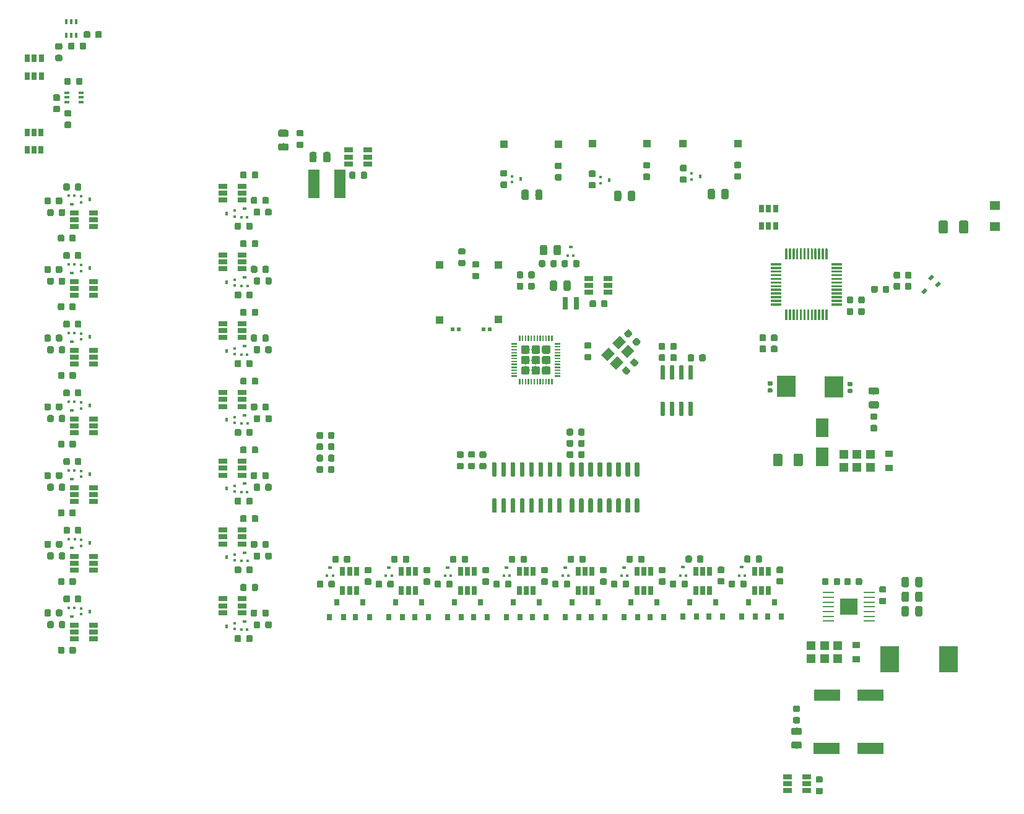
<source format=gbr>
G04 #@! TF.GenerationSoftware,KiCad,Pcbnew,5.1.4*
G04 #@! TF.CreationDate,2019-08-23T02:01:12-04:00*
G04 #@! TF.ProjectId,flipdot_driver,666c6970-646f-4745-9f64-72697665722e,rev?*
G04 #@! TF.SameCoordinates,Original*
G04 #@! TF.FileFunction,Paste,Top*
G04 #@! TF.FilePolarity,Positive*
%FSLAX46Y46*%
G04 Gerber Fmt 4.6, Leading zero omitted, Abs format (unit mm)*
G04 Created by KiCad (PCBNEW 5.1.4) date 2019-08-23 02:01:12*
%MOMM*%
%LPD*%
G04 APERTURE LIST*
%ADD10R,1.000000X1.000000*%
%ADD11C,0.100000*%
%ADD12C,0.300000*%
%ADD13C,0.450000*%
%ADD14C,0.875000*%
%ADD15R,0.550000X0.600000*%
%ADD16R,0.650000X0.400000*%
%ADD17R,2.650000X3.600000*%
%ADD18R,0.700000X1.000000*%
%ADD19R,0.400000X0.650000*%
%ADD20R,0.400000X0.450000*%
%ADD21R,0.500000X0.450000*%
%ADD22C,0.975000*%
%ADD23R,1.220000X0.650000*%
%ADD24R,1.500000X4.000000*%
%ADD25R,0.700000X1.800000*%
%ADD26R,2.500000X3.000000*%
%ADD27C,1.200000*%
%ADD28C,0.600000*%
%ADD29C,1.160000*%
%ADD30C,0.200000*%
%ADD31R,2.460000X2.310000*%
%ADD32R,1.550000X0.250000*%
%ADD33C,1.250000*%
%ADD34R,1.400000X1.300000*%
%ADD35R,1.200000X1.300000*%
%ADD36R,1.000000X0.950000*%
%ADD37R,1.800000X2.500000*%
%ADD38R,3.600000X1.650000*%
%ADD39R,0.450000X0.500000*%
%ADD40R,0.450000X0.400000*%
%ADD41R,0.650000X1.220000*%
%ADD42R,0.800000X0.900000*%
%ADD43C,0.590000*%
G04 APERTURE END LIST*
D10*
X135900000Y-69390000D03*
X135900000Y-76890000D03*
D11*
G36*
X188928071Y-75456481D02*
G01*
X188935352Y-75457561D01*
X188942491Y-75459349D01*
X188949421Y-75461829D01*
X188956075Y-75464976D01*
X188962388Y-75468760D01*
X188968299Y-75473144D01*
X188973753Y-75478087D01*
X188978696Y-75483541D01*
X188983080Y-75489452D01*
X188986864Y-75495765D01*
X188990011Y-75502419D01*
X188992491Y-75509349D01*
X188994279Y-75516488D01*
X188995359Y-75523769D01*
X188995720Y-75531120D01*
X188995720Y-76856120D01*
X188995359Y-76863471D01*
X188994279Y-76870752D01*
X188992491Y-76877891D01*
X188990011Y-76884821D01*
X188986864Y-76891475D01*
X188983080Y-76897788D01*
X188978696Y-76903699D01*
X188973753Y-76909153D01*
X188968299Y-76914096D01*
X188962388Y-76918480D01*
X188956075Y-76922264D01*
X188949421Y-76925411D01*
X188942491Y-76927891D01*
X188935352Y-76929679D01*
X188928071Y-76930759D01*
X188920720Y-76931120D01*
X188770720Y-76931120D01*
X188763369Y-76930759D01*
X188756088Y-76929679D01*
X188748949Y-76927891D01*
X188742019Y-76925411D01*
X188735365Y-76922264D01*
X188729052Y-76918480D01*
X188723141Y-76914096D01*
X188717687Y-76909153D01*
X188712744Y-76903699D01*
X188708360Y-76897788D01*
X188704576Y-76891475D01*
X188701429Y-76884821D01*
X188698949Y-76877891D01*
X188697161Y-76870752D01*
X188696081Y-76863471D01*
X188695720Y-76856120D01*
X188695720Y-75531120D01*
X188696081Y-75523769D01*
X188697161Y-75516488D01*
X188698949Y-75509349D01*
X188701429Y-75502419D01*
X188704576Y-75495765D01*
X188708360Y-75489452D01*
X188712744Y-75483541D01*
X188717687Y-75478087D01*
X188723141Y-75473144D01*
X188729052Y-75468760D01*
X188735365Y-75464976D01*
X188742019Y-75461829D01*
X188748949Y-75459349D01*
X188756088Y-75457561D01*
X188763369Y-75456481D01*
X188770720Y-75456120D01*
X188920720Y-75456120D01*
X188928071Y-75456481D01*
X188928071Y-75456481D01*
G37*
D12*
X188845720Y-76193620D03*
D11*
G36*
X188428071Y-75456481D02*
G01*
X188435352Y-75457561D01*
X188442491Y-75459349D01*
X188449421Y-75461829D01*
X188456075Y-75464976D01*
X188462388Y-75468760D01*
X188468299Y-75473144D01*
X188473753Y-75478087D01*
X188478696Y-75483541D01*
X188483080Y-75489452D01*
X188486864Y-75495765D01*
X188490011Y-75502419D01*
X188492491Y-75509349D01*
X188494279Y-75516488D01*
X188495359Y-75523769D01*
X188495720Y-75531120D01*
X188495720Y-76856120D01*
X188495359Y-76863471D01*
X188494279Y-76870752D01*
X188492491Y-76877891D01*
X188490011Y-76884821D01*
X188486864Y-76891475D01*
X188483080Y-76897788D01*
X188478696Y-76903699D01*
X188473753Y-76909153D01*
X188468299Y-76914096D01*
X188462388Y-76918480D01*
X188456075Y-76922264D01*
X188449421Y-76925411D01*
X188442491Y-76927891D01*
X188435352Y-76929679D01*
X188428071Y-76930759D01*
X188420720Y-76931120D01*
X188270720Y-76931120D01*
X188263369Y-76930759D01*
X188256088Y-76929679D01*
X188248949Y-76927891D01*
X188242019Y-76925411D01*
X188235365Y-76922264D01*
X188229052Y-76918480D01*
X188223141Y-76914096D01*
X188217687Y-76909153D01*
X188212744Y-76903699D01*
X188208360Y-76897788D01*
X188204576Y-76891475D01*
X188201429Y-76884821D01*
X188198949Y-76877891D01*
X188197161Y-76870752D01*
X188196081Y-76863471D01*
X188195720Y-76856120D01*
X188195720Y-75531120D01*
X188196081Y-75523769D01*
X188197161Y-75516488D01*
X188198949Y-75509349D01*
X188201429Y-75502419D01*
X188204576Y-75495765D01*
X188208360Y-75489452D01*
X188212744Y-75483541D01*
X188217687Y-75478087D01*
X188223141Y-75473144D01*
X188229052Y-75468760D01*
X188235365Y-75464976D01*
X188242019Y-75461829D01*
X188248949Y-75459349D01*
X188256088Y-75457561D01*
X188263369Y-75456481D01*
X188270720Y-75456120D01*
X188420720Y-75456120D01*
X188428071Y-75456481D01*
X188428071Y-75456481D01*
G37*
D12*
X188345720Y-76193620D03*
D11*
G36*
X187928071Y-75456481D02*
G01*
X187935352Y-75457561D01*
X187942491Y-75459349D01*
X187949421Y-75461829D01*
X187956075Y-75464976D01*
X187962388Y-75468760D01*
X187968299Y-75473144D01*
X187973753Y-75478087D01*
X187978696Y-75483541D01*
X187983080Y-75489452D01*
X187986864Y-75495765D01*
X187990011Y-75502419D01*
X187992491Y-75509349D01*
X187994279Y-75516488D01*
X187995359Y-75523769D01*
X187995720Y-75531120D01*
X187995720Y-76856120D01*
X187995359Y-76863471D01*
X187994279Y-76870752D01*
X187992491Y-76877891D01*
X187990011Y-76884821D01*
X187986864Y-76891475D01*
X187983080Y-76897788D01*
X187978696Y-76903699D01*
X187973753Y-76909153D01*
X187968299Y-76914096D01*
X187962388Y-76918480D01*
X187956075Y-76922264D01*
X187949421Y-76925411D01*
X187942491Y-76927891D01*
X187935352Y-76929679D01*
X187928071Y-76930759D01*
X187920720Y-76931120D01*
X187770720Y-76931120D01*
X187763369Y-76930759D01*
X187756088Y-76929679D01*
X187748949Y-76927891D01*
X187742019Y-76925411D01*
X187735365Y-76922264D01*
X187729052Y-76918480D01*
X187723141Y-76914096D01*
X187717687Y-76909153D01*
X187712744Y-76903699D01*
X187708360Y-76897788D01*
X187704576Y-76891475D01*
X187701429Y-76884821D01*
X187698949Y-76877891D01*
X187697161Y-76870752D01*
X187696081Y-76863471D01*
X187695720Y-76856120D01*
X187695720Y-75531120D01*
X187696081Y-75523769D01*
X187697161Y-75516488D01*
X187698949Y-75509349D01*
X187701429Y-75502419D01*
X187704576Y-75495765D01*
X187708360Y-75489452D01*
X187712744Y-75483541D01*
X187717687Y-75478087D01*
X187723141Y-75473144D01*
X187729052Y-75468760D01*
X187735365Y-75464976D01*
X187742019Y-75461829D01*
X187748949Y-75459349D01*
X187756088Y-75457561D01*
X187763369Y-75456481D01*
X187770720Y-75456120D01*
X187920720Y-75456120D01*
X187928071Y-75456481D01*
X187928071Y-75456481D01*
G37*
D12*
X187845720Y-76193620D03*
D11*
G36*
X187428071Y-75456481D02*
G01*
X187435352Y-75457561D01*
X187442491Y-75459349D01*
X187449421Y-75461829D01*
X187456075Y-75464976D01*
X187462388Y-75468760D01*
X187468299Y-75473144D01*
X187473753Y-75478087D01*
X187478696Y-75483541D01*
X187483080Y-75489452D01*
X187486864Y-75495765D01*
X187490011Y-75502419D01*
X187492491Y-75509349D01*
X187494279Y-75516488D01*
X187495359Y-75523769D01*
X187495720Y-75531120D01*
X187495720Y-76856120D01*
X187495359Y-76863471D01*
X187494279Y-76870752D01*
X187492491Y-76877891D01*
X187490011Y-76884821D01*
X187486864Y-76891475D01*
X187483080Y-76897788D01*
X187478696Y-76903699D01*
X187473753Y-76909153D01*
X187468299Y-76914096D01*
X187462388Y-76918480D01*
X187456075Y-76922264D01*
X187449421Y-76925411D01*
X187442491Y-76927891D01*
X187435352Y-76929679D01*
X187428071Y-76930759D01*
X187420720Y-76931120D01*
X187270720Y-76931120D01*
X187263369Y-76930759D01*
X187256088Y-76929679D01*
X187248949Y-76927891D01*
X187242019Y-76925411D01*
X187235365Y-76922264D01*
X187229052Y-76918480D01*
X187223141Y-76914096D01*
X187217687Y-76909153D01*
X187212744Y-76903699D01*
X187208360Y-76897788D01*
X187204576Y-76891475D01*
X187201429Y-76884821D01*
X187198949Y-76877891D01*
X187197161Y-76870752D01*
X187196081Y-76863471D01*
X187195720Y-76856120D01*
X187195720Y-75531120D01*
X187196081Y-75523769D01*
X187197161Y-75516488D01*
X187198949Y-75509349D01*
X187201429Y-75502419D01*
X187204576Y-75495765D01*
X187208360Y-75489452D01*
X187212744Y-75483541D01*
X187217687Y-75478087D01*
X187223141Y-75473144D01*
X187229052Y-75468760D01*
X187235365Y-75464976D01*
X187242019Y-75461829D01*
X187248949Y-75459349D01*
X187256088Y-75457561D01*
X187263369Y-75456481D01*
X187270720Y-75456120D01*
X187420720Y-75456120D01*
X187428071Y-75456481D01*
X187428071Y-75456481D01*
G37*
D12*
X187345720Y-76193620D03*
D11*
G36*
X186928071Y-75456481D02*
G01*
X186935352Y-75457561D01*
X186942491Y-75459349D01*
X186949421Y-75461829D01*
X186956075Y-75464976D01*
X186962388Y-75468760D01*
X186968299Y-75473144D01*
X186973753Y-75478087D01*
X186978696Y-75483541D01*
X186983080Y-75489452D01*
X186986864Y-75495765D01*
X186990011Y-75502419D01*
X186992491Y-75509349D01*
X186994279Y-75516488D01*
X186995359Y-75523769D01*
X186995720Y-75531120D01*
X186995720Y-76856120D01*
X186995359Y-76863471D01*
X186994279Y-76870752D01*
X186992491Y-76877891D01*
X186990011Y-76884821D01*
X186986864Y-76891475D01*
X186983080Y-76897788D01*
X186978696Y-76903699D01*
X186973753Y-76909153D01*
X186968299Y-76914096D01*
X186962388Y-76918480D01*
X186956075Y-76922264D01*
X186949421Y-76925411D01*
X186942491Y-76927891D01*
X186935352Y-76929679D01*
X186928071Y-76930759D01*
X186920720Y-76931120D01*
X186770720Y-76931120D01*
X186763369Y-76930759D01*
X186756088Y-76929679D01*
X186748949Y-76927891D01*
X186742019Y-76925411D01*
X186735365Y-76922264D01*
X186729052Y-76918480D01*
X186723141Y-76914096D01*
X186717687Y-76909153D01*
X186712744Y-76903699D01*
X186708360Y-76897788D01*
X186704576Y-76891475D01*
X186701429Y-76884821D01*
X186698949Y-76877891D01*
X186697161Y-76870752D01*
X186696081Y-76863471D01*
X186695720Y-76856120D01*
X186695720Y-75531120D01*
X186696081Y-75523769D01*
X186697161Y-75516488D01*
X186698949Y-75509349D01*
X186701429Y-75502419D01*
X186704576Y-75495765D01*
X186708360Y-75489452D01*
X186712744Y-75483541D01*
X186717687Y-75478087D01*
X186723141Y-75473144D01*
X186729052Y-75468760D01*
X186735365Y-75464976D01*
X186742019Y-75461829D01*
X186748949Y-75459349D01*
X186756088Y-75457561D01*
X186763369Y-75456481D01*
X186770720Y-75456120D01*
X186920720Y-75456120D01*
X186928071Y-75456481D01*
X186928071Y-75456481D01*
G37*
D12*
X186845720Y-76193620D03*
D11*
G36*
X186428071Y-75456481D02*
G01*
X186435352Y-75457561D01*
X186442491Y-75459349D01*
X186449421Y-75461829D01*
X186456075Y-75464976D01*
X186462388Y-75468760D01*
X186468299Y-75473144D01*
X186473753Y-75478087D01*
X186478696Y-75483541D01*
X186483080Y-75489452D01*
X186486864Y-75495765D01*
X186490011Y-75502419D01*
X186492491Y-75509349D01*
X186494279Y-75516488D01*
X186495359Y-75523769D01*
X186495720Y-75531120D01*
X186495720Y-76856120D01*
X186495359Y-76863471D01*
X186494279Y-76870752D01*
X186492491Y-76877891D01*
X186490011Y-76884821D01*
X186486864Y-76891475D01*
X186483080Y-76897788D01*
X186478696Y-76903699D01*
X186473753Y-76909153D01*
X186468299Y-76914096D01*
X186462388Y-76918480D01*
X186456075Y-76922264D01*
X186449421Y-76925411D01*
X186442491Y-76927891D01*
X186435352Y-76929679D01*
X186428071Y-76930759D01*
X186420720Y-76931120D01*
X186270720Y-76931120D01*
X186263369Y-76930759D01*
X186256088Y-76929679D01*
X186248949Y-76927891D01*
X186242019Y-76925411D01*
X186235365Y-76922264D01*
X186229052Y-76918480D01*
X186223141Y-76914096D01*
X186217687Y-76909153D01*
X186212744Y-76903699D01*
X186208360Y-76897788D01*
X186204576Y-76891475D01*
X186201429Y-76884821D01*
X186198949Y-76877891D01*
X186197161Y-76870752D01*
X186196081Y-76863471D01*
X186195720Y-76856120D01*
X186195720Y-75531120D01*
X186196081Y-75523769D01*
X186197161Y-75516488D01*
X186198949Y-75509349D01*
X186201429Y-75502419D01*
X186204576Y-75495765D01*
X186208360Y-75489452D01*
X186212744Y-75483541D01*
X186217687Y-75478087D01*
X186223141Y-75473144D01*
X186229052Y-75468760D01*
X186235365Y-75464976D01*
X186242019Y-75461829D01*
X186248949Y-75459349D01*
X186256088Y-75457561D01*
X186263369Y-75456481D01*
X186270720Y-75456120D01*
X186420720Y-75456120D01*
X186428071Y-75456481D01*
X186428071Y-75456481D01*
G37*
D12*
X186345720Y-76193620D03*
D11*
G36*
X185928071Y-75456481D02*
G01*
X185935352Y-75457561D01*
X185942491Y-75459349D01*
X185949421Y-75461829D01*
X185956075Y-75464976D01*
X185962388Y-75468760D01*
X185968299Y-75473144D01*
X185973753Y-75478087D01*
X185978696Y-75483541D01*
X185983080Y-75489452D01*
X185986864Y-75495765D01*
X185990011Y-75502419D01*
X185992491Y-75509349D01*
X185994279Y-75516488D01*
X185995359Y-75523769D01*
X185995720Y-75531120D01*
X185995720Y-76856120D01*
X185995359Y-76863471D01*
X185994279Y-76870752D01*
X185992491Y-76877891D01*
X185990011Y-76884821D01*
X185986864Y-76891475D01*
X185983080Y-76897788D01*
X185978696Y-76903699D01*
X185973753Y-76909153D01*
X185968299Y-76914096D01*
X185962388Y-76918480D01*
X185956075Y-76922264D01*
X185949421Y-76925411D01*
X185942491Y-76927891D01*
X185935352Y-76929679D01*
X185928071Y-76930759D01*
X185920720Y-76931120D01*
X185770720Y-76931120D01*
X185763369Y-76930759D01*
X185756088Y-76929679D01*
X185748949Y-76927891D01*
X185742019Y-76925411D01*
X185735365Y-76922264D01*
X185729052Y-76918480D01*
X185723141Y-76914096D01*
X185717687Y-76909153D01*
X185712744Y-76903699D01*
X185708360Y-76897788D01*
X185704576Y-76891475D01*
X185701429Y-76884821D01*
X185698949Y-76877891D01*
X185697161Y-76870752D01*
X185696081Y-76863471D01*
X185695720Y-76856120D01*
X185695720Y-75531120D01*
X185696081Y-75523769D01*
X185697161Y-75516488D01*
X185698949Y-75509349D01*
X185701429Y-75502419D01*
X185704576Y-75495765D01*
X185708360Y-75489452D01*
X185712744Y-75483541D01*
X185717687Y-75478087D01*
X185723141Y-75473144D01*
X185729052Y-75468760D01*
X185735365Y-75464976D01*
X185742019Y-75461829D01*
X185748949Y-75459349D01*
X185756088Y-75457561D01*
X185763369Y-75456481D01*
X185770720Y-75456120D01*
X185920720Y-75456120D01*
X185928071Y-75456481D01*
X185928071Y-75456481D01*
G37*
D12*
X185845720Y-76193620D03*
D11*
G36*
X185428071Y-75456481D02*
G01*
X185435352Y-75457561D01*
X185442491Y-75459349D01*
X185449421Y-75461829D01*
X185456075Y-75464976D01*
X185462388Y-75468760D01*
X185468299Y-75473144D01*
X185473753Y-75478087D01*
X185478696Y-75483541D01*
X185483080Y-75489452D01*
X185486864Y-75495765D01*
X185490011Y-75502419D01*
X185492491Y-75509349D01*
X185494279Y-75516488D01*
X185495359Y-75523769D01*
X185495720Y-75531120D01*
X185495720Y-76856120D01*
X185495359Y-76863471D01*
X185494279Y-76870752D01*
X185492491Y-76877891D01*
X185490011Y-76884821D01*
X185486864Y-76891475D01*
X185483080Y-76897788D01*
X185478696Y-76903699D01*
X185473753Y-76909153D01*
X185468299Y-76914096D01*
X185462388Y-76918480D01*
X185456075Y-76922264D01*
X185449421Y-76925411D01*
X185442491Y-76927891D01*
X185435352Y-76929679D01*
X185428071Y-76930759D01*
X185420720Y-76931120D01*
X185270720Y-76931120D01*
X185263369Y-76930759D01*
X185256088Y-76929679D01*
X185248949Y-76927891D01*
X185242019Y-76925411D01*
X185235365Y-76922264D01*
X185229052Y-76918480D01*
X185223141Y-76914096D01*
X185217687Y-76909153D01*
X185212744Y-76903699D01*
X185208360Y-76897788D01*
X185204576Y-76891475D01*
X185201429Y-76884821D01*
X185198949Y-76877891D01*
X185197161Y-76870752D01*
X185196081Y-76863471D01*
X185195720Y-76856120D01*
X185195720Y-75531120D01*
X185196081Y-75523769D01*
X185197161Y-75516488D01*
X185198949Y-75509349D01*
X185201429Y-75502419D01*
X185204576Y-75495765D01*
X185208360Y-75489452D01*
X185212744Y-75483541D01*
X185217687Y-75478087D01*
X185223141Y-75473144D01*
X185229052Y-75468760D01*
X185235365Y-75464976D01*
X185242019Y-75461829D01*
X185248949Y-75459349D01*
X185256088Y-75457561D01*
X185263369Y-75456481D01*
X185270720Y-75456120D01*
X185420720Y-75456120D01*
X185428071Y-75456481D01*
X185428071Y-75456481D01*
G37*
D12*
X185345720Y-76193620D03*
D11*
G36*
X184928071Y-75456481D02*
G01*
X184935352Y-75457561D01*
X184942491Y-75459349D01*
X184949421Y-75461829D01*
X184956075Y-75464976D01*
X184962388Y-75468760D01*
X184968299Y-75473144D01*
X184973753Y-75478087D01*
X184978696Y-75483541D01*
X184983080Y-75489452D01*
X184986864Y-75495765D01*
X184990011Y-75502419D01*
X184992491Y-75509349D01*
X184994279Y-75516488D01*
X184995359Y-75523769D01*
X184995720Y-75531120D01*
X184995720Y-76856120D01*
X184995359Y-76863471D01*
X184994279Y-76870752D01*
X184992491Y-76877891D01*
X184990011Y-76884821D01*
X184986864Y-76891475D01*
X184983080Y-76897788D01*
X184978696Y-76903699D01*
X184973753Y-76909153D01*
X184968299Y-76914096D01*
X184962388Y-76918480D01*
X184956075Y-76922264D01*
X184949421Y-76925411D01*
X184942491Y-76927891D01*
X184935352Y-76929679D01*
X184928071Y-76930759D01*
X184920720Y-76931120D01*
X184770720Y-76931120D01*
X184763369Y-76930759D01*
X184756088Y-76929679D01*
X184748949Y-76927891D01*
X184742019Y-76925411D01*
X184735365Y-76922264D01*
X184729052Y-76918480D01*
X184723141Y-76914096D01*
X184717687Y-76909153D01*
X184712744Y-76903699D01*
X184708360Y-76897788D01*
X184704576Y-76891475D01*
X184701429Y-76884821D01*
X184698949Y-76877891D01*
X184697161Y-76870752D01*
X184696081Y-76863471D01*
X184695720Y-76856120D01*
X184695720Y-75531120D01*
X184696081Y-75523769D01*
X184697161Y-75516488D01*
X184698949Y-75509349D01*
X184701429Y-75502419D01*
X184704576Y-75495765D01*
X184708360Y-75489452D01*
X184712744Y-75483541D01*
X184717687Y-75478087D01*
X184723141Y-75473144D01*
X184729052Y-75468760D01*
X184735365Y-75464976D01*
X184742019Y-75461829D01*
X184748949Y-75459349D01*
X184756088Y-75457561D01*
X184763369Y-75456481D01*
X184770720Y-75456120D01*
X184920720Y-75456120D01*
X184928071Y-75456481D01*
X184928071Y-75456481D01*
G37*
D12*
X184845720Y-76193620D03*
D11*
G36*
X184428071Y-75456481D02*
G01*
X184435352Y-75457561D01*
X184442491Y-75459349D01*
X184449421Y-75461829D01*
X184456075Y-75464976D01*
X184462388Y-75468760D01*
X184468299Y-75473144D01*
X184473753Y-75478087D01*
X184478696Y-75483541D01*
X184483080Y-75489452D01*
X184486864Y-75495765D01*
X184490011Y-75502419D01*
X184492491Y-75509349D01*
X184494279Y-75516488D01*
X184495359Y-75523769D01*
X184495720Y-75531120D01*
X184495720Y-76856120D01*
X184495359Y-76863471D01*
X184494279Y-76870752D01*
X184492491Y-76877891D01*
X184490011Y-76884821D01*
X184486864Y-76891475D01*
X184483080Y-76897788D01*
X184478696Y-76903699D01*
X184473753Y-76909153D01*
X184468299Y-76914096D01*
X184462388Y-76918480D01*
X184456075Y-76922264D01*
X184449421Y-76925411D01*
X184442491Y-76927891D01*
X184435352Y-76929679D01*
X184428071Y-76930759D01*
X184420720Y-76931120D01*
X184270720Y-76931120D01*
X184263369Y-76930759D01*
X184256088Y-76929679D01*
X184248949Y-76927891D01*
X184242019Y-76925411D01*
X184235365Y-76922264D01*
X184229052Y-76918480D01*
X184223141Y-76914096D01*
X184217687Y-76909153D01*
X184212744Y-76903699D01*
X184208360Y-76897788D01*
X184204576Y-76891475D01*
X184201429Y-76884821D01*
X184198949Y-76877891D01*
X184197161Y-76870752D01*
X184196081Y-76863471D01*
X184195720Y-76856120D01*
X184195720Y-75531120D01*
X184196081Y-75523769D01*
X184197161Y-75516488D01*
X184198949Y-75509349D01*
X184201429Y-75502419D01*
X184204576Y-75495765D01*
X184208360Y-75489452D01*
X184212744Y-75483541D01*
X184217687Y-75478087D01*
X184223141Y-75473144D01*
X184229052Y-75468760D01*
X184235365Y-75464976D01*
X184242019Y-75461829D01*
X184248949Y-75459349D01*
X184256088Y-75457561D01*
X184263369Y-75456481D01*
X184270720Y-75456120D01*
X184420720Y-75456120D01*
X184428071Y-75456481D01*
X184428071Y-75456481D01*
G37*
D12*
X184345720Y-76193620D03*
D11*
G36*
X183928071Y-75456481D02*
G01*
X183935352Y-75457561D01*
X183942491Y-75459349D01*
X183949421Y-75461829D01*
X183956075Y-75464976D01*
X183962388Y-75468760D01*
X183968299Y-75473144D01*
X183973753Y-75478087D01*
X183978696Y-75483541D01*
X183983080Y-75489452D01*
X183986864Y-75495765D01*
X183990011Y-75502419D01*
X183992491Y-75509349D01*
X183994279Y-75516488D01*
X183995359Y-75523769D01*
X183995720Y-75531120D01*
X183995720Y-76856120D01*
X183995359Y-76863471D01*
X183994279Y-76870752D01*
X183992491Y-76877891D01*
X183990011Y-76884821D01*
X183986864Y-76891475D01*
X183983080Y-76897788D01*
X183978696Y-76903699D01*
X183973753Y-76909153D01*
X183968299Y-76914096D01*
X183962388Y-76918480D01*
X183956075Y-76922264D01*
X183949421Y-76925411D01*
X183942491Y-76927891D01*
X183935352Y-76929679D01*
X183928071Y-76930759D01*
X183920720Y-76931120D01*
X183770720Y-76931120D01*
X183763369Y-76930759D01*
X183756088Y-76929679D01*
X183748949Y-76927891D01*
X183742019Y-76925411D01*
X183735365Y-76922264D01*
X183729052Y-76918480D01*
X183723141Y-76914096D01*
X183717687Y-76909153D01*
X183712744Y-76903699D01*
X183708360Y-76897788D01*
X183704576Y-76891475D01*
X183701429Y-76884821D01*
X183698949Y-76877891D01*
X183697161Y-76870752D01*
X183696081Y-76863471D01*
X183695720Y-76856120D01*
X183695720Y-75531120D01*
X183696081Y-75523769D01*
X183697161Y-75516488D01*
X183698949Y-75509349D01*
X183701429Y-75502419D01*
X183704576Y-75495765D01*
X183708360Y-75489452D01*
X183712744Y-75483541D01*
X183717687Y-75478087D01*
X183723141Y-75473144D01*
X183729052Y-75468760D01*
X183735365Y-75464976D01*
X183742019Y-75461829D01*
X183748949Y-75459349D01*
X183756088Y-75457561D01*
X183763369Y-75456481D01*
X183770720Y-75456120D01*
X183920720Y-75456120D01*
X183928071Y-75456481D01*
X183928071Y-75456481D01*
G37*
D12*
X183845720Y-76193620D03*
D11*
G36*
X183428071Y-75456481D02*
G01*
X183435352Y-75457561D01*
X183442491Y-75459349D01*
X183449421Y-75461829D01*
X183456075Y-75464976D01*
X183462388Y-75468760D01*
X183468299Y-75473144D01*
X183473753Y-75478087D01*
X183478696Y-75483541D01*
X183483080Y-75489452D01*
X183486864Y-75495765D01*
X183490011Y-75502419D01*
X183492491Y-75509349D01*
X183494279Y-75516488D01*
X183495359Y-75523769D01*
X183495720Y-75531120D01*
X183495720Y-76856120D01*
X183495359Y-76863471D01*
X183494279Y-76870752D01*
X183492491Y-76877891D01*
X183490011Y-76884821D01*
X183486864Y-76891475D01*
X183483080Y-76897788D01*
X183478696Y-76903699D01*
X183473753Y-76909153D01*
X183468299Y-76914096D01*
X183462388Y-76918480D01*
X183456075Y-76922264D01*
X183449421Y-76925411D01*
X183442491Y-76927891D01*
X183435352Y-76929679D01*
X183428071Y-76930759D01*
X183420720Y-76931120D01*
X183270720Y-76931120D01*
X183263369Y-76930759D01*
X183256088Y-76929679D01*
X183248949Y-76927891D01*
X183242019Y-76925411D01*
X183235365Y-76922264D01*
X183229052Y-76918480D01*
X183223141Y-76914096D01*
X183217687Y-76909153D01*
X183212744Y-76903699D01*
X183208360Y-76897788D01*
X183204576Y-76891475D01*
X183201429Y-76884821D01*
X183198949Y-76877891D01*
X183197161Y-76870752D01*
X183196081Y-76863471D01*
X183195720Y-76856120D01*
X183195720Y-75531120D01*
X183196081Y-75523769D01*
X183197161Y-75516488D01*
X183198949Y-75509349D01*
X183201429Y-75502419D01*
X183204576Y-75495765D01*
X183208360Y-75489452D01*
X183212744Y-75483541D01*
X183217687Y-75478087D01*
X183223141Y-75473144D01*
X183229052Y-75468760D01*
X183235365Y-75464976D01*
X183242019Y-75461829D01*
X183248949Y-75459349D01*
X183256088Y-75457561D01*
X183263369Y-75456481D01*
X183270720Y-75456120D01*
X183420720Y-75456120D01*
X183428071Y-75456481D01*
X183428071Y-75456481D01*
G37*
D12*
X183345720Y-76193620D03*
D11*
G36*
X182603071Y-74631481D02*
G01*
X182610352Y-74632561D01*
X182617491Y-74634349D01*
X182624421Y-74636829D01*
X182631075Y-74639976D01*
X182637388Y-74643760D01*
X182643299Y-74648144D01*
X182648753Y-74653087D01*
X182653696Y-74658541D01*
X182658080Y-74664452D01*
X182661864Y-74670765D01*
X182665011Y-74677419D01*
X182667491Y-74684349D01*
X182669279Y-74691488D01*
X182670359Y-74698769D01*
X182670720Y-74706120D01*
X182670720Y-74856120D01*
X182670359Y-74863471D01*
X182669279Y-74870752D01*
X182667491Y-74877891D01*
X182665011Y-74884821D01*
X182661864Y-74891475D01*
X182658080Y-74897788D01*
X182653696Y-74903699D01*
X182648753Y-74909153D01*
X182643299Y-74914096D01*
X182637388Y-74918480D01*
X182631075Y-74922264D01*
X182624421Y-74925411D01*
X182617491Y-74927891D01*
X182610352Y-74929679D01*
X182603071Y-74930759D01*
X182595720Y-74931120D01*
X181270720Y-74931120D01*
X181263369Y-74930759D01*
X181256088Y-74929679D01*
X181248949Y-74927891D01*
X181242019Y-74925411D01*
X181235365Y-74922264D01*
X181229052Y-74918480D01*
X181223141Y-74914096D01*
X181217687Y-74909153D01*
X181212744Y-74903699D01*
X181208360Y-74897788D01*
X181204576Y-74891475D01*
X181201429Y-74884821D01*
X181198949Y-74877891D01*
X181197161Y-74870752D01*
X181196081Y-74863471D01*
X181195720Y-74856120D01*
X181195720Y-74706120D01*
X181196081Y-74698769D01*
X181197161Y-74691488D01*
X181198949Y-74684349D01*
X181201429Y-74677419D01*
X181204576Y-74670765D01*
X181208360Y-74664452D01*
X181212744Y-74658541D01*
X181217687Y-74653087D01*
X181223141Y-74648144D01*
X181229052Y-74643760D01*
X181235365Y-74639976D01*
X181242019Y-74636829D01*
X181248949Y-74634349D01*
X181256088Y-74632561D01*
X181263369Y-74631481D01*
X181270720Y-74631120D01*
X182595720Y-74631120D01*
X182603071Y-74631481D01*
X182603071Y-74631481D01*
G37*
D12*
X181933220Y-74781120D03*
D11*
G36*
X182603071Y-74131481D02*
G01*
X182610352Y-74132561D01*
X182617491Y-74134349D01*
X182624421Y-74136829D01*
X182631075Y-74139976D01*
X182637388Y-74143760D01*
X182643299Y-74148144D01*
X182648753Y-74153087D01*
X182653696Y-74158541D01*
X182658080Y-74164452D01*
X182661864Y-74170765D01*
X182665011Y-74177419D01*
X182667491Y-74184349D01*
X182669279Y-74191488D01*
X182670359Y-74198769D01*
X182670720Y-74206120D01*
X182670720Y-74356120D01*
X182670359Y-74363471D01*
X182669279Y-74370752D01*
X182667491Y-74377891D01*
X182665011Y-74384821D01*
X182661864Y-74391475D01*
X182658080Y-74397788D01*
X182653696Y-74403699D01*
X182648753Y-74409153D01*
X182643299Y-74414096D01*
X182637388Y-74418480D01*
X182631075Y-74422264D01*
X182624421Y-74425411D01*
X182617491Y-74427891D01*
X182610352Y-74429679D01*
X182603071Y-74430759D01*
X182595720Y-74431120D01*
X181270720Y-74431120D01*
X181263369Y-74430759D01*
X181256088Y-74429679D01*
X181248949Y-74427891D01*
X181242019Y-74425411D01*
X181235365Y-74422264D01*
X181229052Y-74418480D01*
X181223141Y-74414096D01*
X181217687Y-74409153D01*
X181212744Y-74403699D01*
X181208360Y-74397788D01*
X181204576Y-74391475D01*
X181201429Y-74384821D01*
X181198949Y-74377891D01*
X181197161Y-74370752D01*
X181196081Y-74363471D01*
X181195720Y-74356120D01*
X181195720Y-74206120D01*
X181196081Y-74198769D01*
X181197161Y-74191488D01*
X181198949Y-74184349D01*
X181201429Y-74177419D01*
X181204576Y-74170765D01*
X181208360Y-74164452D01*
X181212744Y-74158541D01*
X181217687Y-74153087D01*
X181223141Y-74148144D01*
X181229052Y-74143760D01*
X181235365Y-74139976D01*
X181242019Y-74136829D01*
X181248949Y-74134349D01*
X181256088Y-74132561D01*
X181263369Y-74131481D01*
X181270720Y-74131120D01*
X182595720Y-74131120D01*
X182603071Y-74131481D01*
X182603071Y-74131481D01*
G37*
D12*
X181933220Y-74281120D03*
D11*
G36*
X182603071Y-73631481D02*
G01*
X182610352Y-73632561D01*
X182617491Y-73634349D01*
X182624421Y-73636829D01*
X182631075Y-73639976D01*
X182637388Y-73643760D01*
X182643299Y-73648144D01*
X182648753Y-73653087D01*
X182653696Y-73658541D01*
X182658080Y-73664452D01*
X182661864Y-73670765D01*
X182665011Y-73677419D01*
X182667491Y-73684349D01*
X182669279Y-73691488D01*
X182670359Y-73698769D01*
X182670720Y-73706120D01*
X182670720Y-73856120D01*
X182670359Y-73863471D01*
X182669279Y-73870752D01*
X182667491Y-73877891D01*
X182665011Y-73884821D01*
X182661864Y-73891475D01*
X182658080Y-73897788D01*
X182653696Y-73903699D01*
X182648753Y-73909153D01*
X182643299Y-73914096D01*
X182637388Y-73918480D01*
X182631075Y-73922264D01*
X182624421Y-73925411D01*
X182617491Y-73927891D01*
X182610352Y-73929679D01*
X182603071Y-73930759D01*
X182595720Y-73931120D01*
X181270720Y-73931120D01*
X181263369Y-73930759D01*
X181256088Y-73929679D01*
X181248949Y-73927891D01*
X181242019Y-73925411D01*
X181235365Y-73922264D01*
X181229052Y-73918480D01*
X181223141Y-73914096D01*
X181217687Y-73909153D01*
X181212744Y-73903699D01*
X181208360Y-73897788D01*
X181204576Y-73891475D01*
X181201429Y-73884821D01*
X181198949Y-73877891D01*
X181197161Y-73870752D01*
X181196081Y-73863471D01*
X181195720Y-73856120D01*
X181195720Y-73706120D01*
X181196081Y-73698769D01*
X181197161Y-73691488D01*
X181198949Y-73684349D01*
X181201429Y-73677419D01*
X181204576Y-73670765D01*
X181208360Y-73664452D01*
X181212744Y-73658541D01*
X181217687Y-73653087D01*
X181223141Y-73648144D01*
X181229052Y-73643760D01*
X181235365Y-73639976D01*
X181242019Y-73636829D01*
X181248949Y-73634349D01*
X181256088Y-73632561D01*
X181263369Y-73631481D01*
X181270720Y-73631120D01*
X182595720Y-73631120D01*
X182603071Y-73631481D01*
X182603071Y-73631481D01*
G37*
D12*
X181933220Y-73781120D03*
D11*
G36*
X182603071Y-73131481D02*
G01*
X182610352Y-73132561D01*
X182617491Y-73134349D01*
X182624421Y-73136829D01*
X182631075Y-73139976D01*
X182637388Y-73143760D01*
X182643299Y-73148144D01*
X182648753Y-73153087D01*
X182653696Y-73158541D01*
X182658080Y-73164452D01*
X182661864Y-73170765D01*
X182665011Y-73177419D01*
X182667491Y-73184349D01*
X182669279Y-73191488D01*
X182670359Y-73198769D01*
X182670720Y-73206120D01*
X182670720Y-73356120D01*
X182670359Y-73363471D01*
X182669279Y-73370752D01*
X182667491Y-73377891D01*
X182665011Y-73384821D01*
X182661864Y-73391475D01*
X182658080Y-73397788D01*
X182653696Y-73403699D01*
X182648753Y-73409153D01*
X182643299Y-73414096D01*
X182637388Y-73418480D01*
X182631075Y-73422264D01*
X182624421Y-73425411D01*
X182617491Y-73427891D01*
X182610352Y-73429679D01*
X182603071Y-73430759D01*
X182595720Y-73431120D01*
X181270720Y-73431120D01*
X181263369Y-73430759D01*
X181256088Y-73429679D01*
X181248949Y-73427891D01*
X181242019Y-73425411D01*
X181235365Y-73422264D01*
X181229052Y-73418480D01*
X181223141Y-73414096D01*
X181217687Y-73409153D01*
X181212744Y-73403699D01*
X181208360Y-73397788D01*
X181204576Y-73391475D01*
X181201429Y-73384821D01*
X181198949Y-73377891D01*
X181197161Y-73370752D01*
X181196081Y-73363471D01*
X181195720Y-73356120D01*
X181195720Y-73206120D01*
X181196081Y-73198769D01*
X181197161Y-73191488D01*
X181198949Y-73184349D01*
X181201429Y-73177419D01*
X181204576Y-73170765D01*
X181208360Y-73164452D01*
X181212744Y-73158541D01*
X181217687Y-73153087D01*
X181223141Y-73148144D01*
X181229052Y-73143760D01*
X181235365Y-73139976D01*
X181242019Y-73136829D01*
X181248949Y-73134349D01*
X181256088Y-73132561D01*
X181263369Y-73131481D01*
X181270720Y-73131120D01*
X182595720Y-73131120D01*
X182603071Y-73131481D01*
X182603071Y-73131481D01*
G37*
D12*
X181933220Y-73281120D03*
D11*
G36*
X182603071Y-72631481D02*
G01*
X182610352Y-72632561D01*
X182617491Y-72634349D01*
X182624421Y-72636829D01*
X182631075Y-72639976D01*
X182637388Y-72643760D01*
X182643299Y-72648144D01*
X182648753Y-72653087D01*
X182653696Y-72658541D01*
X182658080Y-72664452D01*
X182661864Y-72670765D01*
X182665011Y-72677419D01*
X182667491Y-72684349D01*
X182669279Y-72691488D01*
X182670359Y-72698769D01*
X182670720Y-72706120D01*
X182670720Y-72856120D01*
X182670359Y-72863471D01*
X182669279Y-72870752D01*
X182667491Y-72877891D01*
X182665011Y-72884821D01*
X182661864Y-72891475D01*
X182658080Y-72897788D01*
X182653696Y-72903699D01*
X182648753Y-72909153D01*
X182643299Y-72914096D01*
X182637388Y-72918480D01*
X182631075Y-72922264D01*
X182624421Y-72925411D01*
X182617491Y-72927891D01*
X182610352Y-72929679D01*
X182603071Y-72930759D01*
X182595720Y-72931120D01*
X181270720Y-72931120D01*
X181263369Y-72930759D01*
X181256088Y-72929679D01*
X181248949Y-72927891D01*
X181242019Y-72925411D01*
X181235365Y-72922264D01*
X181229052Y-72918480D01*
X181223141Y-72914096D01*
X181217687Y-72909153D01*
X181212744Y-72903699D01*
X181208360Y-72897788D01*
X181204576Y-72891475D01*
X181201429Y-72884821D01*
X181198949Y-72877891D01*
X181197161Y-72870752D01*
X181196081Y-72863471D01*
X181195720Y-72856120D01*
X181195720Y-72706120D01*
X181196081Y-72698769D01*
X181197161Y-72691488D01*
X181198949Y-72684349D01*
X181201429Y-72677419D01*
X181204576Y-72670765D01*
X181208360Y-72664452D01*
X181212744Y-72658541D01*
X181217687Y-72653087D01*
X181223141Y-72648144D01*
X181229052Y-72643760D01*
X181235365Y-72639976D01*
X181242019Y-72636829D01*
X181248949Y-72634349D01*
X181256088Y-72632561D01*
X181263369Y-72631481D01*
X181270720Y-72631120D01*
X182595720Y-72631120D01*
X182603071Y-72631481D01*
X182603071Y-72631481D01*
G37*
D12*
X181933220Y-72781120D03*
D11*
G36*
X182603071Y-72131481D02*
G01*
X182610352Y-72132561D01*
X182617491Y-72134349D01*
X182624421Y-72136829D01*
X182631075Y-72139976D01*
X182637388Y-72143760D01*
X182643299Y-72148144D01*
X182648753Y-72153087D01*
X182653696Y-72158541D01*
X182658080Y-72164452D01*
X182661864Y-72170765D01*
X182665011Y-72177419D01*
X182667491Y-72184349D01*
X182669279Y-72191488D01*
X182670359Y-72198769D01*
X182670720Y-72206120D01*
X182670720Y-72356120D01*
X182670359Y-72363471D01*
X182669279Y-72370752D01*
X182667491Y-72377891D01*
X182665011Y-72384821D01*
X182661864Y-72391475D01*
X182658080Y-72397788D01*
X182653696Y-72403699D01*
X182648753Y-72409153D01*
X182643299Y-72414096D01*
X182637388Y-72418480D01*
X182631075Y-72422264D01*
X182624421Y-72425411D01*
X182617491Y-72427891D01*
X182610352Y-72429679D01*
X182603071Y-72430759D01*
X182595720Y-72431120D01*
X181270720Y-72431120D01*
X181263369Y-72430759D01*
X181256088Y-72429679D01*
X181248949Y-72427891D01*
X181242019Y-72425411D01*
X181235365Y-72422264D01*
X181229052Y-72418480D01*
X181223141Y-72414096D01*
X181217687Y-72409153D01*
X181212744Y-72403699D01*
X181208360Y-72397788D01*
X181204576Y-72391475D01*
X181201429Y-72384821D01*
X181198949Y-72377891D01*
X181197161Y-72370752D01*
X181196081Y-72363471D01*
X181195720Y-72356120D01*
X181195720Y-72206120D01*
X181196081Y-72198769D01*
X181197161Y-72191488D01*
X181198949Y-72184349D01*
X181201429Y-72177419D01*
X181204576Y-72170765D01*
X181208360Y-72164452D01*
X181212744Y-72158541D01*
X181217687Y-72153087D01*
X181223141Y-72148144D01*
X181229052Y-72143760D01*
X181235365Y-72139976D01*
X181242019Y-72136829D01*
X181248949Y-72134349D01*
X181256088Y-72132561D01*
X181263369Y-72131481D01*
X181270720Y-72131120D01*
X182595720Y-72131120D01*
X182603071Y-72131481D01*
X182603071Y-72131481D01*
G37*
D12*
X181933220Y-72281120D03*
D11*
G36*
X182603071Y-71631481D02*
G01*
X182610352Y-71632561D01*
X182617491Y-71634349D01*
X182624421Y-71636829D01*
X182631075Y-71639976D01*
X182637388Y-71643760D01*
X182643299Y-71648144D01*
X182648753Y-71653087D01*
X182653696Y-71658541D01*
X182658080Y-71664452D01*
X182661864Y-71670765D01*
X182665011Y-71677419D01*
X182667491Y-71684349D01*
X182669279Y-71691488D01*
X182670359Y-71698769D01*
X182670720Y-71706120D01*
X182670720Y-71856120D01*
X182670359Y-71863471D01*
X182669279Y-71870752D01*
X182667491Y-71877891D01*
X182665011Y-71884821D01*
X182661864Y-71891475D01*
X182658080Y-71897788D01*
X182653696Y-71903699D01*
X182648753Y-71909153D01*
X182643299Y-71914096D01*
X182637388Y-71918480D01*
X182631075Y-71922264D01*
X182624421Y-71925411D01*
X182617491Y-71927891D01*
X182610352Y-71929679D01*
X182603071Y-71930759D01*
X182595720Y-71931120D01*
X181270720Y-71931120D01*
X181263369Y-71930759D01*
X181256088Y-71929679D01*
X181248949Y-71927891D01*
X181242019Y-71925411D01*
X181235365Y-71922264D01*
X181229052Y-71918480D01*
X181223141Y-71914096D01*
X181217687Y-71909153D01*
X181212744Y-71903699D01*
X181208360Y-71897788D01*
X181204576Y-71891475D01*
X181201429Y-71884821D01*
X181198949Y-71877891D01*
X181197161Y-71870752D01*
X181196081Y-71863471D01*
X181195720Y-71856120D01*
X181195720Y-71706120D01*
X181196081Y-71698769D01*
X181197161Y-71691488D01*
X181198949Y-71684349D01*
X181201429Y-71677419D01*
X181204576Y-71670765D01*
X181208360Y-71664452D01*
X181212744Y-71658541D01*
X181217687Y-71653087D01*
X181223141Y-71648144D01*
X181229052Y-71643760D01*
X181235365Y-71639976D01*
X181242019Y-71636829D01*
X181248949Y-71634349D01*
X181256088Y-71632561D01*
X181263369Y-71631481D01*
X181270720Y-71631120D01*
X182595720Y-71631120D01*
X182603071Y-71631481D01*
X182603071Y-71631481D01*
G37*
D12*
X181933220Y-71781120D03*
D11*
G36*
X182603071Y-71131481D02*
G01*
X182610352Y-71132561D01*
X182617491Y-71134349D01*
X182624421Y-71136829D01*
X182631075Y-71139976D01*
X182637388Y-71143760D01*
X182643299Y-71148144D01*
X182648753Y-71153087D01*
X182653696Y-71158541D01*
X182658080Y-71164452D01*
X182661864Y-71170765D01*
X182665011Y-71177419D01*
X182667491Y-71184349D01*
X182669279Y-71191488D01*
X182670359Y-71198769D01*
X182670720Y-71206120D01*
X182670720Y-71356120D01*
X182670359Y-71363471D01*
X182669279Y-71370752D01*
X182667491Y-71377891D01*
X182665011Y-71384821D01*
X182661864Y-71391475D01*
X182658080Y-71397788D01*
X182653696Y-71403699D01*
X182648753Y-71409153D01*
X182643299Y-71414096D01*
X182637388Y-71418480D01*
X182631075Y-71422264D01*
X182624421Y-71425411D01*
X182617491Y-71427891D01*
X182610352Y-71429679D01*
X182603071Y-71430759D01*
X182595720Y-71431120D01*
X181270720Y-71431120D01*
X181263369Y-71430759D01*
X181256088Y-71429679D01*
X181248949Y-71427891D01*
X181242019Y-71425411D01*
X181235365Y-71422264D01*
X181229052Y-71418480D01*
X181223141Y-71414096D01*
X181217687Y-71409153D01*
X181212744Y-71403699D01*
X181208360Y-71397788D01*
X181204576Y-71391475D01*
X181201429Y-71384821D01*
X181198949Y-71377891D01*
X181197161Y-71370752D01*
X181196081Y-71363471D01*
X181195720Y-71356120D01*
X181195720Y-71206120D01*
X181196081Y-71198769D01*
X181197161Y-71191488D01*
X181198949Y-71184349D01*
X181201429Y-71177419D01*
X181204576Y-71170765D01*
X181208360Y-71164452D01*
X181212744Y-71158541D01*
X181217687Y-71153087D01*
X181223141Y-71148144D01*
X181229052Y-71143760D01*
X181235365Y-71139976D01*
X181242019Y-71136829D01*
X181248949Y-71134349D01*
X181256088Y-71132561D01*
X181263369Y-71131481D01*
X181270720Y-71131120D01*
X182595720Y-71131120D01*
X182603071Y-71131481D01*
X182603071Y-71131481D01*
G37*
D12*
X181933220Y-71281120D03*
D11*
G36*
X182603071Y-70631481D02*
G01*
X182610352Y-70632561D01*
X182617491Y-70634349D01*
X182624421Y-70636829D01*
X182631075Y-70639976D01*
X182637388Y-70643760D01*
X182643299Y-70648144D01*
X182648753Y-70653087D01*
X182653696Y-70658541D01*
X182658080Y-70664452D01*
X182661864Y-70670765D01*
X182665011Y-70677419D01*
X182667491Y-70684349D01*
X182669279Y-70691488D01*
X182670359Y-70698769D01*
X182670720Y-70706120D01*
X182670720Y-70856120D01*
X182670359Y-70863471D01*
X182669279Y-70870752D01*
X182667491Y-70877891D01*
X182665011Y-70884821D01*
X182661864Y-70891475D01*
X182658080Y-70897788D01*
X182653696Y-70903699D01*
X182648753Y-70909153D01*
X182643299Y-70914096D01*
X182637388Y-70918480D01*
X182631075Y-70922264D01*
X182624421Y-70925411D01*
X182617491Y-70927891D01*
X182610352Y-70929679D01*
X182603071Y-70930759D01*
X182595720Y-70931120D01*
X181270720Y-70931120D01*
X181263369Y-70930759D01*
X181256088Y-70929679D01*
X181248949Y-70927891D01*
X181242019Y-70925411D01*
X181235365Y-70922264D01*
X181229052Y-70918480D01*
X181223141Y-70914096D01*
X181217687Y-70909153D01*
X181212744Y-70903699D01*
X181208360Y-70897788D01*
X181204576Y-70891475D01*
X181201429Y-70884821D01*
X181198949Y-70877891D01*
X181197161Y-70870752D01*
X181196081Y-70863471D01*
X181195720Y-70856120D01*
X181195720Y-70706120D01*
X181196081Y-70698769D01*
X181197161Y-70691488D01*
X181198949Y-70684349D01*
X181201429Y-70677419D01*
X181204576Y-70670765D01*
X181208360Y-70664452D01*
X181212744Y-70658541D01*
X181217687Y-70653087D01*
X181223141Y-70648144D01*
X181229052Y-70643760D01*
X181235365Y-70639976D01*
X181242019Y-70636829D01*
X181248949Y-70634349D01*
X181256088Y-70632561D01*
X181263369Y-70631481D01*
X181270720Y-70631120D01*
X182595720Y-70631120D01*
X182603071Y-70631481D01*
X182603071Y-70631481D01*
G37*
D12*
X181933220Y-70781120D03*
D11*
G36*
X182603071Y-70131481D02*
G01*
X182610352Y-70132561D01*
X182617491Y-70134349D01*
X182624421Y-70136829D01*
X182631075Y-70139976D01*
X182637388Y-70143760D01*
X182643299Y-70148144D01*
X182648753Y-70153087D01*
X182653696Y-70158541D01*
X182658080Y-70164452D01*
X182661864Y-70170765D01*
X182665011Y-70177419D01*
X182667491Y-70184349D01*
X182669279Y-70191488D01*
X182670359Y-70198769D01*
X182670720Y-70206120D01*
X182670720Y-70356120D01*
X182670359Y-70363471D01*
X182669279Y-70370752D01*
X182667491Y-70377891D01*
X182665011Y-70384821D01*
X182661864Y-70391475D01*
X182658080Y-70397788D01*
X182653696Y-70403699D01*
X182648753Y-70409153D01*
X182643299Y-70414096D01*
X182637388Y-70418480D01*
X182631075Y-70422264D01*
X182624421Y-70425411D01*
X182617491Y-70427891D01*
X182610352Y-70429679D01*
X182603071Y-70430759D01*
X182595720Y-70431120D01*
X181270720Y-70431120D01*
X181263369Y-70430759D01*
X181256088Y-70429679D01*
X181248949Y-70427891D01*
X181242019Y-70425411D01*
X181235365Y-70422264D01*
X181229052Y-70418480D01*
X181223141Y-70414096D01*
X181217687Y-70409153D01*
X181212744Y-70403699D01*
X181208360Y-70397788D01*
X181204576Y-70391475D01*
X181201429Y-70384821D01*
X181198949Y-70377891D01*
X181197161Y-70370752D01*
X181196081Y-70363471D01*
X181195720Y-70356120D01*
X181195720Y-70206120D01*
X181196081Y-70198769D01*
X181197161Y-70191488D01*
X181198949Y-70184349D01*
X181201429Y-70177419D01*
X181204576Y-70170765D01*
X181208360Y-70164452D01*
X181212744Y-70158541D01*
X181217687Y-70153087D01*
X181223141Y-70148144D01*
X181229052Y-70143760D01*
X181235365Y-70139976D01*
X181242019Y-70136829D01*
X181248949Y-70134349D01*
X181256088Y-70132561D01*
X181263369Y-70131481D01*
X181270720Y-70131120D01*
X182595720Y-70131120D01*
X182603071Y-70131481D01*
X182603071Y-70131481D01*
G37*
D12*
X181933220Y-70281120D03*
D11*
G36*
X182603071Y-69631481D02*
G01*
X182610352Y-69632561D01*
X182617491Y-69634349D01*
X182624421Y-69636829D01*
X182631075Y-69639976D01*
X182637388Y-69643760D01*
X182643299Y-69648144D01*
X182648753Y-69653087D01*
X182653696Y-69658541D01*
X182658080Y-69664452D01*
X182661864Y-69670765D01*
X182665011Y-69677419D01*
X182667491Y-69684349D01*
X182669279Y-69691488D01*
X182670359Y-69698769D01*
X182670720Y-69706120D01*
X182670720Y-69856120D01*
X182670359Y-69863471D01*
X182669279Y-69870752D01*
X182667491Y-69877891D01*
X182665011Y-69884821D01*
X182661864Y-69891475D01*
X182658080Y-69897788D01*
X182653696Y-69903699D01*
X182648753Y-69909153D01*
X182643299Y-69914096D01*
X182637388Y-69918480D01*
X182631075Y-69922264D01*
X182624421Y-69925411D01*
X182617491Y-69927891D01*
X182610352Y-69929679D01*
X182603071Y-69930759D01*
X182595720Y-69931120D01*
X181270720Y-69931120D01*
X181263369Y-69930759D01*
X181256088Y-69929679D01*
X181248949Y-69927891D01*
X181242019Y-69925411D01*
X181235365Y-69922264D01*
X181229052Y-69918480D01*
X181223141Y-69914096D01*
X181217687Y-69909153D01*
X181212744Y-69903699D01*
X181208360Y-69897788D01*
X181204576Y-69891475D01*
X181201429Y-69884821D01*
X181198949Y-69877891D01*
X181197161Y-69870752D01*
X181196081Y-69863471D01*
X181195720Y-69856120D01*
X181195720Y-69706120D01*
X181196081Y-69698769D01*
X181197161Y-69691488D01*
X181198949Y-69684349D01*
X181201429Y-69677419D01*
X181204576Y-69670765D01*
X181208360Y-69664452D01*
X181212744Y-69658541D01*
X181217687Y-69653087D01*
X181223141Y-69648144D01*
X181229052Y-69643760D01*
X181235365Y-69639976D01*
X181242019Y-69636829D01*
X181248949Y-69634349D01*
X181256088Y-69632561D01*
X181263369Y-69631481D01*
X181270720Y-69631120D01*
X182595720Y-69631120D01*
X182603071Y-69631481D01*
X182603071Y-69631481D01*
G37*
D12*
X181933220Y-69781120D03*
D11*
G36*
X182603071Y-69131481D02*
G01*
X182610352Y-69132561D01*
X182617491Y-69134349D01*
X182624421Y-69136829D01*
X182631075Y-69139976D01*
X182637388Y-69143760D01*
X182643299Y-69148144D01*
X182648753Y-69153087D01*
X182653696Y-69158541D01*
X182658080Y-69164452D01*
X182661864Y-69170765D01*
X182665011Y-69177419D01*
X182667491Y-69184349D01*
X182669279Y-69191488D01*
X182670359Y-69198769D01*
X182670720Y-69206120D01*
X182670720Y-69356120D01*
X182670359Y-69363471D01*
X182669279Y-69370752D01*
X182667491Y-69377891D01*
X182665011Y-69384821D01*
X182661864Y-69391475D01*
X182658080Y-69397788D01*
X182653696Y-69403699D01*
X182648753Y-69409153D01*
X182643299Y-69414096D01*
X182637388Y-69418480D01*
X182631075Y-69422264D01*
X182624421Y-69425411D01*
X182617491Y-69427891D01*
X182610352Y-69429679D01*
X182603071Y-69430759D01*
X182595720Y-69431120D01*
X181270720Y-69431120D01*
X181263369Y-69430759D01*
X181256088Y-69429679D01*
X181248949Y-69427891D01*
X181242019Y-69425411D01*
X181235365Y-69422264D01*
X181229052Y-69418480D01*
X181223141Y-69414096D01*
X181217687Y-69409153D01*
X181212744Y-69403699D01*
X181208360Y-69397788D01*
X181204576Y-69391475D01*
X181201429Y-69384821D01*
X181198949Y-69377891D01*
X181197161Y-69370752D01*
X181196081Y-69363471D01*
X181195720Y-69356120D01*
X181195720Y-69206120D01*
X181196081Y-69198769D01*
X181197161Y-69191488D01*
X181198949Y-69184349D01*
X181201429Y-69177419D01*
X181204576Y-69170765D01*
X181208360Y-69164452D01*
X181212744Y-69158541D01*
X181217687Y-69153087D01*
X181223141Y-69148144D01*
X181229052Y-69143760D01*
X181235365Y-69139976D01*
X181242019Y-69136829D01*
X181248949Y-69134349D01*
X181256088Y-69132561D01*
X181263369Y-69131481D01*
X181270720Y-69131120D01*
X182595720Y-69131120D01*
X182603071Y-69131481D01*
X182603071Y-69131481D01*
G37*
D12*
X181933220Y-69281120D03*
D11*
G36*
X183428071Y-67131481D02*
G01*
X183435352Y-67132561D01*
X183442491Y-67134349D01*
X183449421Y-67136829D01*
X183456075Y-67139976D01*
X183462388Y-67143760D01*
X183468299Y-67148144D01*
X183473753Y-67153087D01*
X183478696Y-67158541D01*
X183483080Y-67164452D01*
X183486864Y-67170765D01*
X183490011Y-67177419D01*
X183492491Y-67184349D01*
X183494279Y-67191488D01*
X183495359Y-67198769D01*
X183495720Y-67206120D01*
X183495720Y-68531120D01*
X183495359Y-68538471D01*
X183494279Y-68545752D01*
X183492491Y-68552891D01*
X183490011Y-68559821D01*
X183486864Y-68566475D01*
X183483080Y-68572788D01*
X183478696Y-68578699D01*
X183473753Y-68584153D01*
X183468299Y-68589096D01*
X183462388Y-68593480D01*
X183456075Y-68597264D01*
X183449421Y-68600411D01*
X183442491Y-68602891D01*
X183435352Y-68604679D01*
X183428071Y-68605759D01*
X183420720Y-68606120D01*
X183270720Y-68606120D01*
X183263369Y-68605759D01*
X183256088Y-68604679D01*
X183248949Y-68602891D01*
X183242019Y-68600411D01*
X183235365Y-68597264D01*
X183229052Y-68593480D01*
X183223141Y-68589096D01*
X183217687Y-68584153D01*
X183212744Y-68578699D01*
X183208360Y-68572788D01*
X183204576Y-68566475D01*
X183201429Y-68559821D01*
X183198949Y-68552891D01*
X183197161Y-68545752D01*
X183196081Y-68538471D01*
X183195720Y-68531120D01*
X183195720Y-67206120D01*
X183196081Y-67198769D01*
X183197161Y-67191488D01*
X183198949Y-67184349D01*
X183201429Y-67177419D01*
X183204576Y-67170765D01*
X183208360Y-67164452D01*
X183212744Y-67158541D01*
X183217687Y-67153087D01*
X183223141Y-67148144D01*
X183229052Y-67143760D01*
X183235365Y-67139976D01*
X183242019Y-67136829D01*
X183248949Y-67134349D01*
X183256088Y-67132561D01*
X183263369Y-67131481D01*
X183270720Y-67131120D01*
X183420720Y-67131120D01*
X183428071Y-67131481D01*
X183428071Y-67131481D01*
G37*
D12*
X183345720Y-67868620D03*
D11*
G36*
X183928071Y-67131481D02*
G01*
X183935352Y-67132561D01*
X183942491Y-67134349D01*
X183949421Y-67136829D01*
X183956075Y-67139976D01*
X183962388Y-67143760D01*
X183968299Y-67148144D01*
X183973753Y-67153087D01*
X183978696Y-67158541D01*
X183983080Y-67164452D01*
X183986864Y-67170765D01*
X183990011Y-67177419D01*
X183992491Y-67184349D01*
X183994279Y-67191488D01*
X183995359Y-67198769D01*
X183995720Y-67206120D01*
X183995720Y-68531120D01*
X183995359Y-68538471D01*
X183994279Y-68545752D01*
X183992491Y-68552891D01*
X183990011Y-68559821D01*
X183986864Y-68566475D01*
X183983080Y-68572788D01*
X183978696Y-68578699D01*
X183973753Y-68584153D01*
X183968299Y-68589096D01*
X183962388Y-68593480D01*
X183956075Y-68597264D01*
X183949421Y-68600411D01*
X183942491Y-68602891D01*
X183935352Y-68604679D01*
X183928071Y-68605759D01*
X183920720Y-68606120D01*
X183770720Y-68606120D01*
X183763369Y-68605759D01*
X183756088Y-68604679D01*
X183748949Y-68602891D01*
X183742019Y-68600411D01*
X183735365Y-68597264D01*
X183729052Y-68593480D01*
X183723141Y-68589096D01*
X183717687Y-68584153D01*
X183712744Y-68578699D01*
X183708360Y-68572788D01*
X183704576Y-68566475D01*
X183701429Y-68559821D01*
X183698949Y-68552891D01*
X183697161Y-68545752D01*
X183696081Y-68538471D01*
X183695720Y-68531120D01*
X183695720Y-67206120D01*
X183696081Y-67198769D01*
X183697161Y-67191488D01*
X183698949Y-67184349D01*
X183701429Y-67177419D01*
X183704576Y-67170765D01*
X183708360Y-67164452D01*
X183712744Y-67158541D01*
X183717687Y-67153087D01*
X183723141Y-67148144D01*
X183729052Y-67143760D01*
X183735365Y-67139976D01*
X183742019Y-67136829D01*
X183748949Y-67134349D01*
X183756088Y-67132561D01*
X183763369Y-67131481D01*
X183770720Y-67131120D01*
X183920720Y-67131120D01*
X183928071Y-67131481D01*
X183928071Y-67131481D01*
G37*
D12*
X183845720Y-67868620D03*
D11*
G36*
X184428071Y-67131481D02*
G01*
X184435352Y-67132561D01*
X184442491Y-67134349D01*
X184449421Y-67136829D01*
X184456075Y-67139976D01*
X184462388Y-67143760D01*
X184468299Y-67148144D01*
X184473753Y-67153087D01*
X184478696Y-67158541D01*
X184483080Y-67164452D01*
X184486864Y-67170765D01*
X184490011Y-67177419D01*
X184492491Y-67184349D01*
X184494279Y-67191488D01*
X184495359Y-67198769D01*
X184495720Y-67206120D01*
X184495720Y-68531120D01*
X184495359Y-68538471D01*
X184494279Y-68545752D01*
X184492491Y-68552891D01*
X184490011Y-68559821D01*
X184486864Y-68566475D01*
X184483080Y-68572788D01*
X184478696Y-68578699D01*
X184473753Y-68584153D01*
X184468299Y-68589096D01*
X184462388Y-68593480D01*
X184456075Y-68597264D01*
X184449421Y-68600411D01*
X184442491Y-68602891D01*
X184435352Y-68604679D01*
X184428071Y-68605759D01*
X184420720Y-68606120D01*
X184270720Y-68606120D01*
X184263369Y-68605759D01*
X184256088Y-68604679D01*
X184248949Y-68602891D01*
X184242019Y-68600411D01*
X184235365Y-68597264D01*
X184229052Y-68593480D01*
X184223141Y-68589096D01*
X184217687Y-68584153D01*
X184212744Y-68578699D01*
X184208360Y-68572788D01*
X184204576Y-68566475D01*
X184201429Y-68559821D01*
X184198949Y-68552891D01*
X184197161Y-68545752D01*
X184196081Y-68538471D01*
X184195720Y-68531120D01*
X184195720Y-67206120D01*
X184196081Y-67198769D01*
X184197161Y-67191488D01*
X184198949Y-67184349D01*
X184201429Y-67177419D01*
X184204576Y-67170765D01*
X184208360Y-67164452D01*
X184212744Y-67158541D01*
X184217687Y-67153087D01*
X184223141Y-67148144D01*
X184229052Y-67143760D01*
X184235365Y-67139976D01*
X184242019Y-67136829D01*
X184248949Y-67134349D01*
X184256088Y-67132561D01*
X184263369Y-67131481D01*
X184270720Y-67131120D01*
X184420720Y-67131120D01*
X184428071Y-67131481D01*
X184428071Y-67131481D01*
G37*
D12*
X184345720Y-67868620D03*
D11*
G36*
X184928071Y-67131481D02*
G01*
X184935352Y-67132561D01*
X184942491Y-67134349D01*
X184949421Y-67136829D01*
X184956075Y-67139976D01*
X184962388Y-67143760D01*
X184968299Y-67148144D01*
X184973753Y-67153087D01*
X184978696Y-67158541D01*
X184983080Y-67164452D01*
X184986864Y-67170765D01*
X184990011Y-67177419D01*
X184992491Y-67184349D01*
X184994279Y-67191488D01*
X184995359Y-67198769D01*
X184995720Y-67206120D01*
X184995720Y-68531120D01*
X184995359Y-68538471D01*
X184994279Y-68545752D01*
X184992491Y-68552891D01*
X184990011Y-68559821D01*
X184986864Y-68566475D01*
X184983080Y-68572788D01*
X184978696Y-68578699D01*
X184973753Y-68584153D01*
X184968299Y-68589096D01*
X184962388Y-68593480D01*
X184956075Y-68597264D01*
X184949421Y-68600411D01*
X184942491Y-68602891D01*
X184935352Y-68604679D01*
X184928071Y-68605759D01*
X184920720Y-68606120D01*
X184770720Y-68606120D01*
X184763369Y-68605759D01*
X184756088Y-68604679D01*
X184748949Y-68602891D01*
X184742019Y-68600411D01*
X184735365Y-68597264D01*
X184729052Y-68593480D01*
X184723141Y-68589096D01*
X184717687Y-68584153D01*
X184712744Y-68578699D01*
X184708360Y-68572788D01*
X184704576Y-68566475D01*
X184701429Y-68559821D01*
X184698949Y-68552891D01*
X184697161Y-68545752D01*
X184696081Y-68538471D01*
X184695720Y-68531120D01*
X184695720Y-67206120D01*
X184696081Y-67198769D01*
X184697161Y-67191488D01*
X184698949Y-67184349D01*
X184701429Y-67177419D01*
X184704576Y-67170765D01*
X184708360Y-67164452D01*
X184712744Y-67158541D01*
X184717687Y-67153087D01*
X184723141Y-67148144D01*
X184729052Y-67143760D01*
X184735365Y-67139976D01*
X184742019Y-67136829D01*
X184748949Y-67134349D01*
X184756088Y-67132561D01*
X184763369Y-67131481D01*
X184770720Y-67131120D01*
X184920720Y-67131120D01*
X184928071Y-67131481D01*
X184928071Y-67131481D01*
G37*
D12*
X184845720Y-67868620D03*
D11*
G36*
X185428071Y-67131481D02*
G01*
X185435352Y-67132561D01*
X185442491Y-67134349D01*
X185449421Y-67136829D01*
X185456075Y-67139976D01*
X185462388Y-67143760D01*
X185468299Y-67148144D01*
X185473753Y-67153087D01*
X185478696Y-67158541D01*
X185483080Y-67164452D01*
X185486864Y-67170765D01*
X185490011Y-67177419D01*
X185492491Y-67184349D01*
X185494279Y-67191488D01*
X185495359Y-67198769D01*
X185495720Y-67206120D01*
X185495720Y-68531120D01*
X185495359Y-68538471D01*
X185494279Y-68545752D01*
X185492491Y-68552891D01*
X185490011Y-68559821D01*
X185486864Y-68566475D01*
X185483080Y-68572788D01*
X185478696Y-68578699D01*
X185473753Y-68584153D01*
X185468299Y-68589096D01*
X185462388Y-68593480D01*
X185456075Y-68597264D01*
X185449421Y-68600411D01*
X185442491Y-68602891D01*
X185435352Y-68604679D01*
X185428071Y-68605759D01*
X185420720Y-68606120D01*
X185270720Y-68606120D01*
X185263369Y-68605759D01*
X185256088Y-68604679D01*
X185248949Y-68602891D01*
X185242019Y-68600411D01*
X185235365Y-68597264D01*
X185229052Y-68593480D01*
X185223141Y-68589096D01*
X185217687Y-68584153D01*
X185212744Y-68578699D01*
X185208360Y-68572788D01*
X185204576Y-68566475D01*
X185201429Y-68559821D01*
X185198949Y-68552891D01*
X185197161Y-68545752D01*
X185196081Y-68538471D01*
X185195720Y-68531120D01*
X185195720Y-67206120D01*
X185196081Y-67198769D01*
X185197161Y-67191488D01*
X185198949Y-67184349D01*
X185201429Y-67177419D01*
X185204576Y-67170765D01*
X185208360Y-67164452D01*
X185212744Y-67158541D01*
X185217687Y-67153087D01*
X185223141Y-67148144D01*
X185229052Y-67143760D01*
X185235365Y-67139976D01*
X185242019Y-67136829D01*
X185248949Y-67134349D01*
X185256088Y-67132561D01*
X185263369Y-67131481D01*
X185270720Y-67131120D01*
X185420720Y-67131120D01*
X185428071Y-67131481D01*
X185428071Y-67131481D01*
G37*
D12*
X185345720Y-67868620D03*
D11*
G36*
X185928071Y-67131481D02*
G01*
X185935352Y-67132561D01*
X185942491Y-67134349D01*
X185949421Y-67136829D01*
X185956075Y-67139976D01*
X185962388Y-67143760D01*
X185968299Y-67148144D01*
X185973753Y-67153087D01*
X185978696Y-67158541D01*
X185983080Y-67164452D01*
X185986864Y-67170765D01*
X185990011Y-67177419D01*
X185992491Y-67184349D01*
X185994279Y-67191488D01*
X185995359Y-67198769D01*
X185995720Y-67206120D01*
X185995720Y-68531120D01*
X185995359Y-68538471D01*
X185994279Y-68545752D01*
X185992491Y-68552891D01*
X185990011Y-68559821D01*
X185986864Y-68566475D01*
X185983080Y-68572788D01*
X185978696Y-68578699D01*
X185973753Y-68584153D01*
X185968299Y-68589096D01*
X185962388Y-68593480D01*
X185956075Y-68597264D01*
X185949421Y-68600411D01*
X185942491Y-68602891D01*
X185935352Y-68604679D01*
X185928071Y-68605759D01*
X185920720Y-68606120D01*
X185770720Y-68606120D01*
X185763369Y-68605759D01*
X185756088Y-68604679D01*
X185748949Y-68602891D01*
X185742019Y-68600411D01*
X185735365Y-68597264D01*
X185729052Y-68593480D01*
X185723141Y-68589096D01*
X185717687Y-68584153D01*
X185712744Y-68578699D01*
X185708360Y-68572788D01*
X185704576Y-68566475D01*
X185701429Y-68559821D01*
X185698949Y-68552891D01*
X185697161Y-68545752D01*
X185696081Y-68538471D01*
X185695720Y-68531120D01*
X185695720Y-67206120D01*
X185696081Y-67198769D01*
X185697161Y-67191488D01*
X185698949Y-67184349D01*
X185701429Y-67177419D01*
X185704576Y-67170765D01*
X185708360Y-67164452D01*
X185712744Y-67158541D01*
X185717687Y-67153087D01*
X185723141Y-67148144D01*
X185729052Y-67143760D01*
X185735365Y-67139976D01*
X185742019Y-67136829D01*
X185748949Y-67134349D01*
X185756088Y-67132561D01*
X185763369Y-67131481D01*
X185770720Y-67131120D01*
X185920720Y-67131120D01*
X185928071Y-67131481D01*
X185928071Y-67131481D01*
G37*
D12*
X185845720Y-67868620D03*
D11*
G36*
X186428071Y-67131481D02*
G01*
X186435352Y-67132561D01*
X186442491Y-67134349D01*
X186449421Y-67136829D01*
X186456075Y-67139976D01*
X186462388Y-67143760D01*
X186468299Y-67148144D01*
X186473753Y-67153087D01*
X186478696Y-67158541D01*
X186483080Y-67164452D01*
X186486864Y-67170765D01*
X186490011Y-67177419D01*
X186492491Y-67184349D01*
X186494279Y-67191488D01*
X186495359Y-67198769D01*
X186495720Y-67206120D01*
X186495720Y-68531120D01*
X186495359Y-68538471D01*
X186494279Y-68545752D01*
X186492491Y-68552891D01*
X186490011Y-68559821D01*
X186486864Y-68566475D01*
X186483080Y-68572788D01*
X186478696Y-68578699D01*
X186473753Y-68584153D01*
X186468299Y-68589096D01*
X186462388Y-68593480D01*
X186456075Y-68597264D01*
X186449421Y-68600411D01*
X186442491Y-68602891D01*
X186435352Y-68604679D01*
X186428071Y-68605759D01*
X186420720Y-68606120D01*
X186270720Y-68606120D01*
X186263369Y-68605759D01*
X186256088Y-68604679D01*
X186248949Y-68602891D01*
X186242019Y-68600411D01*
X186235365Y-68597264D01*
X186229052Y-68593480D01*
X186223141Y-68589096D01*
X186217687Y-68584153D01*
X186212744Y-68578699D01*
X186208360Y-68572788D01*
X186204576Y-68566475D01*
X186201429Y-68559821D01*
X186198949Y-68552891D01*
X186197161Y-68545752D01*
X186196081Y-68538471D01*
X186195720Y-68531120D01*
X186195720Y-67206120D01*
X186196081Y-67198769D01*
X186197161Y-67191488D01*
X186198949Y-67184349D01*
X186201429Y-67177419D01*
X186204576Y-67170765D01*
X186208360Y-67164452D01*
X186212744Y-67158541D01*
X186217687Y-67153087D01*
X186223141Y-67148144D01*
X186229052Y-67143760D01*
X186235365Y-67139976D01*
X186242019Y-67136829D01*
X186248949Y-67134349D01*
X186256088Y-67132561D01*
X186263369Y-67131481D01*
X186270720Y-67131120D01*
X186420720Y-67131120D01*
X186428071Y-67131481D01*
X186428071Y-67131481D01*
G37*
D12*
X186345720Y-67868620D03*
D11*
G36*
X186928071Y-67131481D02*
G01*
X186935352Y-67132561D01*
X186942491Y-67134349D01*
X186949421Y-67136829D01*
X186956075Y-67139976D01*
X186962388Y-67143760D01*
X186968299Y-67148144D01*
X186973753Y-67153087D01*
X186978696Y-67158541D01*
X186983080Y-67164452D01*
X186986864Y-67170765D01*
X186990011Y-67177419D01*
X186992491Y-67184349D01*
X186994279Y-67191488D01*
X186995359Y-67198769D01*
X186995720Y-67206120D01*
X186995720Y-68531120D01*
X186995359Y-68538471D01*
X186994279Y-68545752D01*
X186992491Y-68552891D01*
X186990011Y-68559821D01*
X186986864Y-68566475D01*
X186983080Y-68572788D01*
X186978696Y-68578699D01*
X186973753Y-68584153D01*
X186968299Y-68589096D01*
X186962388Y-68593480D01*
X186956075Y-68597264D01*
X186949421Y-68600411D01*
X186942491Y-68602891D01*
X186935352Y-68604679D01*
X186928071Y-68605759D01*
X186920720Y-68606120D01*
X186770720Y-68606120D01*
X186763369Y-68605759D01*
X186756088Y-68604679D01*
X186748949Y-68602891D01*
X186742019Y-68600411D01*
X186735365Y-68597264D01*
X186729052Y-68593480D01*
X186723141Y-68589096D01*
X186717687Y-68584153D01*
X186712744Y-68578699D01*
X186708360Y-68572788D01*
X186704576Y-68566475D01*
X186701429Y-68559821D01*
X186698949Y-68552891D01*
X186697161Y-68545752D01*
X186696081Y-68538471D01*
X186695720Y-68531120D01*
X186695720Y-67206120D01*
X186696081Y-67198769D01*
X186697161Y-67191488D01*
X186698949Y-67184349D01*
X186701429Y-67177419D01*
X186704576Y-67170765D01*
X186708360Y-67164452D01*
X186712744Y-67158541D01*
X186717687Y-67153087D01*
X186723141Y-67148144D01*
X186729052Y-67143760D01*
X186735365Y-67139976D01*
X186742019Y-67136829D01*
X186748949Y-67134349D01*
X186756088Y-67132561D01*
X186763369Y-67131481D01*
X186770720Y-67131120D01*
X186920720Y-67131120D01*
X186928071Y-67131481D01*
X186928071Y-67131481D01*
G37*
D12*
X186845720Y-67868620D03*
D11*
G36*
X187428071Y-67131481D02*
G01*
X187435352Y-67132561D01*
X187442491Y-67134349D01*
X187449421Y-67136829D01*
X187456075Y-67139976D01*
X187462388Y-67143760D01*
X187468299Y-67148144D01*
X187473753Y-67153087D01*
X187478696Y-67158541D01*
X187483080Y-67164452D01*
X187486864Y-67170765D01*
X187490011Y-67177419D01*
X187492491Y-67184349D01*
X187494279Y-67191488D01*
X187495359Y-67198769D01*
X187495720Y-67206120D01*
X187495720Y-68531120D01*
X187495359Y-68538471D01*
X187494279Y-68545752D01*
X187492491Y-68552891D01*
X187490011Y-68559821D01*
X187486864Y-68566475D01*
X187483080Y-68572788D01*
X187478696Y-68578699D01*
X187473753Y-68584153D01*
X187468299Y-68589096D01*
X187462388Y-68593480D01*
X187456075Y-68597264D01*
X187449421Y-68600411D01*
X187442491Y-68602891D01*
X187435352Y-68604679D01*
X187428071Y-68605759D01*
X187420720Y-68606120D01*
X187270720Y-68606120D01*
X187263369Y-68605759D01*
X187256088Y-68604679D01*
X187248949Y-68602891D01*
X187242019Y-68600411D01*
X187235365Y-68597264D01*
X187229052Y-68593480D01*
X187223141Y-68589096D01*
X187217687Y-68584153D01*
X187212744Y-68578699D01*
X187208360Y-68572788D01*
X187204576Y-68566475D01*
X187201429Y-68559821D01*
X187198949Y-68552891D01*
X187197161Y-68545752D01*
X187196081Y-68538471D01*
X187195720Y-68531120D01*
X187195720Y-67206120D01*
X187196081Y-67198769D01*
X187197161Y-67191488D01*
X187198949Y-67184349D01*
X187201429Y-67177419D01*
X187204576Y-67170765D01*
X187208360Y-67164452D01*
X187212744Y-67158541D01*
X187217687Y-67153087D01*
X187223141Y-67148144D01*
X187229052Y-67143760D01*
X187235365Y-67139976D01*
X187242019Y-67136829D01*
X187248949Y-67134349D01*
X187256088Y-67132561D01*
X187263369Y-67131481D01*
X187270720Y-67131120D01*
X187420720Y-67131120D01*
X187428071Y-67131481D01*
X187428071Y-67131481D01*
G37*
D12*
X187345720Y-67868620D03*
D11*
G36*
X187928071Y-67131481D02*
G01*
X187935352Y-67132561D01*
X187942491Y-67134349D01*
X187949421Y-67136829D01*
X187956075Y-67139976D01*
X187962388Y-67143760D01*
X187968299Y-67148144D01*
X187973753Y-67153087D01*
X187978696Y-67158541D01*
X187983080Y-67164452D01*
X187986864Y-67170765D01*
X187990011Y-67177419D01*
X187992491Y-67184349D01*
X187994279Y-67191488D01*
X187995359Y-67198769D01*
X187995720Y-67206120D01*
X187995720Y-68531120D01*
X187995359Y-68538471D01*
X187994279Y-68545752D01*
X187992491Y-68552891D01*
X187990011Y-68559821D01*
X187986864Y-68566475D01*
X187983080Y-68572788D01*
X187978696Y-68578699D01*
X187973753Y-68584153D01*
X187968299Y-68589096D01*
X187962388Y-68593480D01*
X187956075Y-68597264D01*
X187949421Y-68600411D01*
X187942491Y-68602891D01*
X187935352Y-68604679D01*
X187928071Y-68605759D01*
X187920720Y-68606120D01*
X187770720Y-68606120D01*
X187763369Y-68605759D01*
X187756088Y-68604679D01*
X187748949Y-68602891D01*
X187742019Y-68600411D01*
X187735365Y-68597264D01*
X187729052Y-68593480D01*
X187723141Y-68589096D01*
X187717687Y-68584153D01*
X187712744Y-68578699D01*
X187708360Y-68572788D01*
X187704576Y-68566475D01*
X187701429Y-68559821D01*
X187698949Y-68552891D01*
X187697161Y-68545752D01*
X187696081Y-68538471D01*
X187695720Y-68531120D01*
X187695720Y-67206120D01*
X187696081Y-67198769D01*
X187697161Y-67191488D01*
X187698949Y-67184349D01*
X187701429Y-67177419D01*
X187704576Y-67170765D01*
X187708360Y-67164452D01*
X187712744Y-67158541D01*
X187717687Y-67153087D01*
X187723141Y-67148144D01*
X187729052Y-67143760D01*
X187735365Y-67139976D01*
X187742019Y-67136829D01*
X187748949Y-67134349D01*
X187756088Y-67132561D01*
X187763369Y-67131481D01*
X187770720Y-67131120D01*
X187920720Y-67131120D01*
X187928071Y-67131481D01*
X187928071Y-67131481D01*
G37*
D12*
X187845720Y-67868620D03*
D11*
G36*
X188428071Y-67131481D02*
G01*
X188435352Y-67132561D01*
X188442491Y-67134349D01*
X188449421Y-67136829D01*
X188456075Y-67139976D01*
X188462388Y-67143760D01*
X188468299Y-67148144D01*
X188473753Y-67153087D01*
X188478696Y-67158541D01*
X188483080Y-67164452D01*
X188486864Y-67170765D01*
X188490011Y-67177419D01*
X188492491Y-67184349D01*
X188494279Y-67191488D01*
X188495359Y-67198769D01*
X188495720Y-67206120D01*
X188495720Y-68531120D01*
X188495359Y-68538471D01*
X188494279Y-68545752D01*
X188492491Y-68552891D01*
X188490011Y-68559821D01*
X188486864Y-68566475D01*
X188483080Y-68572788D01*
X188478696Y-68578699D01*
X188473753Y-68584153D01*
X188468299Y-68589096D01*
X188462388Y-68593480D01*
X188456075Y-68597264D01*
X188449421Y-68600411D01*
X188442491Y-68602891D01*
X188435352Y-68604679D01*
X188428071Y-68605759D01*
X188420720Y-68606120D01*
X188270720Y-68606120D01*
X188263369Y-68605759D01*
X188256088Y-68604679D01*
X188248949Y-68602891D01*
X188242019Y-68600411D01*
X188235365Y-68597264D01*
X188229052Y-68593480D01*
X188223141Y-68589096D01*
X188217687Y-68584153D01*
X188212744Y-68578699D01*
X188208360Y-68572788D01*
X188204576Y-68566475D01*
X188201429Y-68559821D01*
X188198949Y-68552891D01*
X188197161Y-68545752D01*
X188196081Y-68538471D01*
X188195720Y-68531120D01*
X188195720Y-67206120D01*
X188196081Y-67198769D01*
X188197161Y-67191488D01*
X188198949Y-67184349D01*
X188201429Y-67177419D01*
X188204576Y-67170765D01*
X188208360Y-67164452D01*
X188212744Y-67158541D01*
X188217687Y-67153087D01*
X188223141Y-67148144D01*
X188229052Y-67143760D01*
X188235365Y-67139976D01*
X188242019Y-67136829D01*
X188248949Y-67134349D01*
X188256088Y-67132561D01*
X188263369Y-67131481D01*
X188270720Y-67131120D01*
X188420720Y-67131120D01*
X188428071Y-67131481D01*
X188428071Y-67131481D01*
G37*
D12*
X188345720Y-67868620D03*
D11*
G36*
X188928071Y-67131481D02*
G01*
X188935352Y-67132561D01*
X188942491Y-67134349D01*
X188949421Y-67136829D01*
X188956075Y-67139976D01*
X188962388Y-67143760D01*
X188968299Y-67148144D01*
X188973753Y-67153087D01*
X188978696Y-67158541D01*
X188983080Y-67164452D01*
X188986864Y-67170765D01*
X188990011Y-67177419D01*
X188992491Y-67184349D01*
X188994279Y-67191488D01*
X188995359Y-67198769D01*
X188995720Y-67206120D01*
X188995720Y-68531120D01*
X188995359Y-68538471D01*
X188994279Y-68545752D01*
X188992491Y-68552891D01*
X188990011Y-68559821D01*
X188986864Y-68566475D01*
X188983080Y-68572788D01*
X188978696Y-68578699D01*
X188973753Y-68584153D01*
X188968299Y-68589096D01*
X188962388Y-68593480D01*
X188956075Y-68597264D01*
X188949421Y-68600411D01*
X188942491Y-68602891D01*
X188935352Y-68604679D01*
X188928071Y-68605759D01*
X188920720Y-68606120D01*
X188770720Y-68606120D01*
X188763369Y-68605759D01*
X188756088Y-68604679D01*
X188748949Y-68602891D01*
X188742019Y-68600411D01*
X188735365Y-68597264D01*
X188729052Y-68593480D01*
X188723141Y-68589096D01*
X188717687Y-68584153D01*
X188712744Y-68578699D01*
X188708360Y-68572788D01*
X188704576Y-68566475D01*
X188701429Y-68559821D01*
X188698949Y-68552891D01*
X188697161Y-68545752D01*
X188696081Y-68538471D01*
X188695720Y-68531120D01*
X188695720Y-67206120D01*
X188696081Y-67198769D01*
X188697161Y-67191488D01*
X188698949Y-67184349D01*
X188701429Y-67177419D01*
X188704576Y-67170765D01*
X188708360Y-67164452D01*
X188712744Y-67158541D01*
X188717687Y-67153087D01*
X188723141Y-67148144D01*
X188729052Y-67143760D01*
X188735365Y-67139976D01*
X188742019Y-67136829D01*
X188748949Y-67134349D01*
X188756088Y-67132561D01*
X188763369Y-67131481D01*
X188770720Y-67131120D01*
X188920720Y-67131120D01*
X188928071Y-67131481D01*
X188928071Y-67131481D01*
G37*
D12*
X188845720Y-67868620D03*
D11*
G36*
X190928071Y-69131481D02*
G01*
X190935352Y-69132561D01*
X190942491Y-69134349D01*
X190949421Y-69136829D01*
X190956075Y-69139976D01*
X190962388Y-69143760D01*
X190968299Y-69148144D01*
X190973753Y-69153087D01*
X190978696Y-69158541D01*
X190983080Y-69164452D01*
X190986864Y-69170765D01*
X190990011Y-69177419D01*
X190992491Y-69184349D01*
X190994279Y-69191488D01*
X190995359Y-69198769D01*
X190995720Y-69206120D01*
X190995720Y-69356120D01*
X190995359Y-69363471D01*
X190994279Y-69370752D01*
X190992491Y-69377891D01*
X190990011Y-69384821D01*
X190986864Y-69391475D01*
X190983080Y-69397788D01*
X190978696Y-69403699D01*
X190973753Y-69409153D01*
X190968299Y-69414096D01*
X190962388Y-69418480D01*
X190956075Y-69422264D01*
X190949421Y-69425411D01*
X190942491Y-69427891D01*
X190935352Y-69429679D01*
X190928071Y-69430759D01*
X190920720Y-69431120D01*
X189595720Y-69431120D01*
X189588369Y-69430759D01*
X189581088Y-69429679D01*
X189573949Y-69427891D01*
X189567019Y-69425411D01*
X189560365Y-69422264D01*
X189554052Y-69418480D01*
X189548141Y-69414096D01*
X189542687Y-69409153D01*
X189537744Y-69403699D01*
X189533360Y-69397788D01*
X189529576Y-69391475D01*
X189526429Y-69384821D01*
X189523949Y-69377891D01*
X189522161Y-69370752D01*
X189521081Y-69363471D01*
X189520720Y-69356120D01*
X189520720Y-69206120D01*
X189521081Y-69198769D01*
X189522161Y-69191488D01*
X189523949Y-69184349D01*
X189526429Y-69177419D01*
X189529576Y-69170765D01*
X189533360Y-69164452D01*
X189537744Y-69158541D01*
X189542687Y-69153087D01*
X189548141Y-69148144D01*
X189554052Y-69143760D01*
X189560365Y-69139976D01*
X189567019Y-69136829D01*
X189573949Y-69134349D01*
X189581088Y-69132561D01*
X189588369Y-69131481D01*
X189595720Y-69131120D01*
X190920720Y-69131120D01*
X190928071Y-69131481D01*
X190928071Y-69131481D01*
G37*
D12*
X190258220Y-69281120D03*
D11*
G36*
X190928071Y-69631481D02*
G01*
X190935352Y-69632561D01*
X190942491Y-69634349D01*
X190949421Y-69636829D01*
X190956075Y-69639976D01*
X190962388Y-69643760D01*
X190968299Y-69648144D01*
X190973753Y-69653087D01*
X190978696Y-69658541D01*
X190983080Y-69664452D01*
X190986864Y-69670765D01*
X190990011Y-69677419D01*
X190992491Y-69684349D01*
X190994279Y-69691488D01*
X190995359Y-69698769D01*
X190995720Y-69706120D01*
X190995720Y-69856120D01*
X190995359Y-69863471D01*
X190994279Y-69870752D01*
X190992491Y-69877891D01*
X190990011Y-69884821D01*
X190986864Y-69891475D01*
X190983080Y-69897788D01*
X190978696Y-69903699D01*
X190973753Y-69909153D01*
X190968299Y-69914096D01*
X190962388Y-69918480D01*
X190956075Y-69922264D01*
X190949421Y-69925411D01*
X190942491Y-69927891D01*
X190935352Y-69929679D01*
X190928071Y-69930759D01*
X190920720Y-69931120D01*
X189595720Y-69931120D01*
X189588369Y-69930759D01*
X189581088Y-69929679D01*
X189573949Y-69927891D01*
X189567019Y-69925411D01*
X189560365Y-69922264D01*
X189554052Y-69918480D01*
X189548141Y-69914096D01*
X189542687Y-69909153D01*
X189537744Y-69903699D01*
X189533360Y-69897788D01*
X189529576Y-69891475D01*
X189526429Y-69884821D01*
X189523949Y-69877891D01*
X189522161Y-69870752D01*
X189521081Y-69863471D01*
X189520720Y-69856120D01*
X189520720Y-69706120D01*
X189521081Y-69698769D01*
X189522161Y-69691488D01*
X189523949Y-69684349D01*
X189526429Y-69677419D01*
X189529576Y-69670765D01*
X189533360Y-69664452D01*
X189537744Y-69658541D01*
X189542687Y-69653087D01*
X189548141Y-69648144D01*
X189554052Y-69643760D01*
X189560365Y-69639976D01*
X189567019Y-69636829D01*
X189573949Y-69634349D01*
X189581088Y-69632561D01*
X189588369Y-69631481D01*
X189595720Y-69631120D01*
X190920720Y-69631120D01*
X190928071Y-69631481D01*
X190928071Y-69631481D01*
G37*
D12*
X190258220Y-69781120D03*
D11*
G36*
X190928071Y-70131481D02*
G01*
X190935352Y-70132561D01*
X190942491Y-70134349D01*
X190949421Y-70136829D01*
X190956075Y-70139976D01*
X190962388Y-70143760D01*
X190968299Y-70148144D01*
X190973753Y-70153087D01*
X190978696Y-70158541D01*
X190983080Y-70164452D01*
X190986864Y-70170765D01*
X190990011Y-70177419D01*
X190992491Y-70184349D01*
X190994279Y-70191488D01*
X190995359Y-70198769D01*
X190995720Y-70206120D01*
X190995720Y-70356120D01*
X190995359Y-70363471D01*
X190994279Y-70370752D01*
X190992491Y-70377891D01*
X190990011Y-70384821D01*
X190986864Y-70391475D01*
X190983080Y-70397788D01*
X190978696Y-70403699D01*
X190973753Y-70409153D01*
X190968299Y-70414096D01*
X190962388Y-70418480D01*
X190956075Y-70422264D01*
X190949421Y-70425411D01*
X190942491Y-70427891D01*
X190935352Y-70429679D01*
X190928071Y-70430759D01*
X190920720Y-70431120D01*
X189595720Y-70431120D01*
X189588369Y-70430759D01*
X189581088Y-70429679D01*
X189573949Y-70427891D01*
X189567019Y-70425411D01*
X189560365Y-70422264D01*
X189554052Y-70418480D01*
X189548141Y-70414096D01*
X189542687Y-70409153D01*
X189537744Y-70403699D01*
X189533360Y-70397788D01*
X189529576Y-70391475D01*
X189526429Y-70384821D01*
X189523949Y-70377891D01*
X189522161Y-70370752D01*
X189521081Y-70363471D01*
X189520720Y-70356120D01*
X189520720Y-70206120D01*
X189521081Y-70198769D01*
X189522161Y-70191488D01*
X189523949Y-70184349D01*
X189526429Y-70177419D01*
X189529576Y-70170765D01*
X189533360Y-70164452D01*
X189537744Y-70158541D01*
X189542687Y-70153087D01*
X189548141Y-70148144D01*
X189554052Y-70143760D01*
X189560365Y-70139976D01*
X189567019Y-70136829D01*
X189573949Y-70134349D01*
X189581088Y-70132561D01*
X189588369Y-70131481D01*
X189595720Y-70131120D01*
X190920720Y-70131120D01*
X190928071Y-70131481D01*
X190928071Y-70131481D01*
G37*
D12*
X190258220Y-70281120D03*
D11*
G36*
X190928071Y-70631481D02*
G01*
X190935352Y-70632561D01*
X190942491Y-70634349D01*
X190949421Y-70636829D01*
X190956075Y-70639976D01*
X190962388Y-70643760D01*
X190968299Y-70648144D01*
X190973753Y-70653087D01*
X190978696Y-70658541D01*
X190983080Y-70664452D01*
X190986864Y-70670765D01*
X190990011Y-70677419D01*
X190992491Y-70684349D01*
X190994279Y-70691488D01*
X190995359Y-70698769D01*
X190995720Y-70706120D01*
X190995720Y-70856120D01*
X190995359Y-70863471D01*
X190994279Y-70870752D01*
X190992491Y-70877891D01*
X190990011Y-70884821D01*
X190986864Y-70891475D01*
X190983080Y-70897788D01*
X190978696Y-70903699D01*
X190973753Y-70909153D01*
X190968299Y-70914096D01*
X190962388Y-70918480D01*
X190956075Y-70922264D01*
X190949421Y-70925411D01*
X190942491Y-70927891D01*
X190935352Y-70929679D01*
X190928071Y-70930759D01*
X190920720Y-70931120D01*
X189595720Y-70931120D01*
X189588369Y-70930759D01*
X189581088Y-70929679D01*
X189573949Y-70927891D01*
X189567019Y-70925411D01*
X189560365Y-70922264D01*
X189554052Y-70918480D01*
X189548141Y-70914096D01*
X189542687Y-70909153D01*
X189537744Y-70903699D01*
X189533360Y-70897788D01*
X189529576Y-70891475D01*
X189526429Y-70884821D01*
X189523949Y-70877891D01*
X189522161Y-70870752D01*
X189521081Y-70863471D01*
X189520720Y-70856120D01*
X189520720Y-70706120D01*
X189521081Y-70698769D01*
X189522161Y-70691488D01*
X189523949Y-70684349D01*
X189526429Y-70677419D01*
X189529576Y-70670765D01*
X189533360Y-70664452D01*
X189537744Y-70658541D01*
X189542687Y-70653087D01*
X189548141Y-70648144D01*
X189554052Y-70643760D01*
X189560365Y-70639976D01*
X189567019Y-70636829D01*
X189573949Y-70634349D01*
X189581088Y-70632561D01*
X189588369Y-70631481D01*
X189595720Y-70631120D01*
X190920720Y-70631120D01*
X190928071Y-70631481D01*
X190928071Y-70631481D01*
G37*
D12*
X190258220Y-70781120D03*
D11*
G36*
X190928071Y-71131481D02*
G01*
X190935352Y-71132561D01*
X190942491Y-71134349D01*
X190949421Y-71136829D01*
X190956075Y-71139976D01*
X190962388Y-71143760D01*
X190968299Y-71148144D01*
X190973753Y-71153087D01*
X190978696Y-71158541D01*
X190983080Y-71164452D01*
X190986864Y-71170765D01*
X190990011Y-71177419D01*
X190992491Y-71184349D01*
X190994279Y-71191488D01*
X190995359Y-71198769D01*
X190995720Y-71206120D01*
X190995720Y-71356120D01*
X190995359Y-71363471D01*
X190994279Y-71370752D01*
X190992491Y-71377891D01*
X190990011Y-71384821D01*
X190986864Y-71391475D01*
X190983080Y-71397788D01*
X190978696Y-71403699D01*
X190973753Y-71409153D01*
X190968299Y-71414096D01*
X190962388Y-71418480D01*
X190956075Y-71422264D01*
X190949421Y-71425411D01*
X190942491Y-71427891D01*
X190935352Y-71429679D01*
X190928071Y-71430759D01*
X190920720Y-71431120D01*
X189595720Y-71431120D01*
X189588369Y-71430759D01*
X189581088Y-71429679D01*
X189573949Y-71427891D01*
X189567019Y-71425411D01*
X189560365Y-71422264D01*
X189554052Y-71418480D01*
X189548141Y-71414096D01*
X189542687Y-71409153D01*
X189537744Y-71403699D01*
X189533360Y-71397788D01*
X189529576Y-71391475D01*
X189526429Y-71384821D01*
X189523949Y-71377891D01*
X189522161Y-71370752D01*
X189521081Y-71363471D01*
X189520720Y-71356120D01*
X189520720Y-71206120D01*
X189521081Y-71198769D01*
X189522161Y-71191488D01*
X189523949Y-71184349D01*
X189526429Y-71177419D01*
X189529576Y-71170765D01*
X189533360Y-71164452D01*
X189537744Y-71158541D01*
X189542687Y-71153087D01*
X189548141Y-71148144D01*
X189554052Y-71143760D01*
X189560365Y-71139976D01*
X189567019Y-71136829D01*
X189573949Y-71134349D01*
X189581088Y-71132561D01*
X189588369Y-71131481D01*
X189595720Y-71131120D01*
X190920720Y-71131120D01*
X190928071Y-71131481D01*
X190928071Y-71131481D01*
G37*
D12*
X190258220Y-71281120D03*
D11*
G36*
X190928071Y-71631481D02*
G01*
X190935352Y-71632561D01*
X190942491Y-71634349D01*
X190949421Y-71636829D01*
X190956075Y-71639976D01*
X190962388Y-71643760D01*
X190968299Y-71648144D01*
X190973753Y-71653087D01*
X190978696Y-71658541D01*
X190983080Y-71664452D01*
X190986864Y-71670765D01*
X190990011Y-71677419D01*
X190992491Y-71684349D01*
X190994279Y-71691488D01*
X190995359Y-71698769D01*
X190995720Y-71706120D01*
X190995720Y-71856120D01*
X190995359Y-71863471D01*
X190994279Y-71870752D01*
X190992491Y-71877891D01*
X190990011Y-71884821D01*
X190986864Y-71891475D01*
X190983080Y-71897788D01*
X190978696Y-71903699D01*
X190973753Y-71909153D01*
X190968299Y-71914096D01*
X190962388Y-71918480D01*
X190956075Y-71922264D01*
X190949421Y-71925411D01*
X190942491Y-71927891D01*
X190935352Y-71929679D01*
X190928071Y-71930759D01*
X190920720Y-71931120D01*
X189595720Y-71931120D01*
X189588369Y-71930759D01*
X189581088Y-71929679D01*
X189573949Y-71927891D01*
X189567019Y-71925411D01*
X189560365Y-71922264D01*
X189554052Y-71918480D01*
X189548141Y-71914096D01*
X189542687Y-71909153D01*
X189537744Y-71903699D01*
X189533360Y-71897788D01*
X189529576Y-71891475D01*
X189526429Y-71884821D01*
X189523949Y-71877891D01*
X189522161Y-71870752D01*
X189521081Y-71863471D01*
X189520720Y-71856120D01*
X189520720Y-71706120D01*
X189521081Y-71698769D01*
X189522161Y-71691488D01*
X189523949Y-71684349D01*
X189526429Y-71677419D01*
X189529576Y-71670765D01*
X189533360Y-71664452D01*
X189537744Y-71658541D01*
X189542687Y-71653087D01*
X189548141Y-71648144D01*
X189554052Y-71643760D01*
X189560365Y-71639976D01*
X189567019Y-71636829D01*
X189573949Y-71634349D01*
X189581088Y-71632561D01*
X189588369Y-71631481D01*
X189595720Y-71631120D01*
X190920720Y-71631120D01*
X190928071Y-71631481D01*
X190928071Y-71631481D01*
G37*
D12*
X190258220Y-71781120D03*
D11*
G36*
X190928071Y-72131481D02*
G01*
X190935352Y-72132561D01*
X190942491Y-72134349D01*
X190949421Y-72136829D01*
X190956075Y-72139976D01*
X190962388Y-72143760D01*
X190968299Y-72148144D01*
X190973753Y-72153087D01*
X190978696Y-72158541D01*
X190983080Y-72164452D01*
X190986864Y-72170765D01*
X190990011Y-72177419D01*
X190992491Y-72184349D01*
X190994279Y-72191488D01*
X190995359Y-72198769D01*
X190995720Y-72206120D01*
X190995720Y-72356120D01*
X190995359Y-72363471D01*
X190994279Y-72370752D01*
X190992491Y-72377891D01*
X190990011Y-72384821D01*
X190986864Y-72391475D01*
X190983080Y-72397788D01*
X190978696Y-72403699D01*
X190973753Y-72409153D01*
X190968299Y-72414096D01*
X190962388Y-72418480D01*
X190956075Y-72422264D01*
X190949421Y-72425411D01*
X190942491Y-72427891D01*
X190935352Y-72429679D01*
X190928071Y-72430759D01*
X190920720Y-72431120D01*
X189595720Y-72431120D01*
X189588369Y-72430759D01*
X189581088Y-72429679D01*
X189573949Y-72427891D01*
X189567019Y-72425411D01*
X189560365Y-72422264D01*
X189554052Y-72418480D01*
X189548141Y-72414096D01*
X189542687Y-72409153D01*
X189537744Y-72403699D01*
X189533360Y-72397788D01*
X189529576Y-72391475D01*
X189526429Y-72384821D01*
X189523949Y-72377891D01*
X189522161Y-72370752D01*
X189521081Y-72363471D01*
X189520720Y-72356120D01*
X189520720Y-72206120D01*
X189521081Y-72198769D01*
X189522161Y-72191488D01*
X189523949Y-72184349D01*
X189526429Y-72177419D01*
X189529576Y-72170765D01*
X189533360Y-72164452D01*
X189537744Y-72158541D01*
X189542687Y-72153087D01*
X189548141Y-72148144D01*
X189554052Y-72143760D01*
X189560365Y-72139976D01*
X189567019Y-72136829D01*
X189573949Y-72134349D01*
X189581088Y-72132561D01*
X189588369Y-72131481D01*
X189595720Y-72131120D01*
X190920720Y-72131120D01*
X190928071Y-72131481D01*
X190928071Y-72131481D01*
G37*
D12*
X190258220Y-72281120D03*
D11*
G36*
X190928071Y-72631481D02*
G01*
X190935352Y-72632561D01*
X190942491Y-72634349D01*
X190949421Y-72636829D01*
X190956075Y-72639976D01*
X190962388Y-72643760D01*
X190968299Y-72648144D01*
X190973753Y-72653087D01*
X190978696Y-72658541D01*
X190983080Y-72664452D01*
X190986864Y-72670765D01*
X190990011Y-72677419D01*
X190992491Y-72684349D01*
X190994279Y-72691488D01*
X190995359Y-72698769D01*
X190995720Y-72706120D01*
X190995720Y-72856120D01*
X190995359Y-72863471D01*
X190994279Y-72870752D01*
X190992491Y-72877891D01*
X190990011Y-72884821D01*
X190986864Y-72891475D01*
X190983080Y-72897788D01*
X190978696Y-72903699D01*
X190973753Y-72909153D01*
X190968299Y-72914096D01*
X190962388Y-72918480D01*
X190956075Y-72922264D01*
X190949421Y-72925411D01*
X190942491Y-72927891D01*
X190935352Y-72929679D01*
X190928071Y-72930759D01*
X190920720Y-72931120D01*
X189595720Y-72931120D01*
X189588369Y-72930759D01*
X189581088Y-72929679D01*
X189573949Y-72927891D01*
X189567019Y-72925411D01*
X189560365Y-72922264D01*
X189554052Y-72918480D01*
X189548141Y-72914096D01*
X189542687Y-72909153D01*
X189537744Y-72903699D01*
X189533360Y-72897788D01*
X189529576Y-72891475D01*
X189526429Y-72884821D01*
X189523949Y-72877891D01*
X189522161Y-72870752D01*
X189521081Y-72863471D01*
X189520720Y-72856120D01*
X189520720Y-72706120D01*
X189521081Y-72698769D01*
X189522161Y-72691488D01*
X189523949Y-72684349D01*
X189526429Y-72677419D01*
X189529576Y-72670765D01*
X189533360Y-72664452D01*
X189537744Y-72658541D01*
X189542687Y-72653087D01*
X189548141Y-72648144D01*
X189554052Y-72643760D01*
X189560365Y-72639976D01*
X189567019Y-72636829D01*
X189573949Y-72634349D01*
X189581088Y-72632561D01*
X189588369Y-72631481D01*
X189595720Y-72631120D01*
X190920720Y-72631120D01*
X190928071Y-72631481D01*
X190928071Y-72631481D01*
G37*
D12*
X190258220Y-72781120D03*
D11*
G36*
X190928071Y-73131481D02*
G01*
X190935352Y-73132561D01*
X190942491Y-73134349D01*
X190949421Y-73136829D01*
X190956075Y-73139976D01*
X190962388Y-73143760D01*
X190968299Y-73148144D01*
X190973753Y-73153087D01*
X190978696Y-73158541D01*
X190983080Y-73164452D01*
X190986864Y-73170765D01*
X190990011Y-73177419D01*
X190992491Y-73184349D01*
X190994279Y-73191488D01*
X190995359Y-73198769D01*
X190995720Y-73206120D01*
X190995720Y-73356120D01*
X190995359Y-73363471D01*
X190994279Y-73370752D01*
X190992491Y-73377891D01*
X190990011Y-73384821D01*
X190986864Y-73391475D01*
X190983080Y-73397788D01*
X190978696Y-73403699D01*
X190973753Y-73409153D01*
X190968299Y-73414096D01*
X190962388Y-73418480D01*
X190956075Y-73422264D01*
X190949421Y-73425411D01*
X190942491Y-73427891D01*
X190935352Y-73429679D01*
X190928071Y-73430759D01*
X190920720Y-73431120D01*
X189595720Y-73431120D01*
X189588369Y-73430759D01*
X189581088Y-73429679D01*
X189573949Y-73427891D01*
X189567019Y-73425411D01*
X189560365Y-73422264D01*
X189554052Y-73418480D01*
X189548141Y-73414096D01*
X189542687Y-73409153D01*
X189537744Y-73403699D01*
X189533360Y-73397788D01*
X189529576Y-73391475D01*
X189526429Y-73384821D01*
X189523949Y-73377891D01*
X189522161Y-73370752D01*
X189521081Y-73363471D01*
X189520720Y-73356120D01*
X189520720Y-73206120D01*
X189521081Y-73198769D01*
X189522161Y-73191488D01*
X189523949Y-73184349D01*
X189526429Y-73177419D01*
X189529576Y-73170765D01*
X189533360Y-73164452D01*
X189537744Y-73158541D01*
X189542687Y-73153087D01*
X189548141Y-73148144D01*
X189554052Y-73143760D01*
X189560365Y-73139976D01*
X189567019Y-73136829D01*
X189573949Y-73134349D01*
X189581088Y-73132561D01*
X189588369Y-73131481D01*
X189595720Y-73131120D01*
X190920720Y-73131120D01*
X190928071Y-73131481D01*
X190928071Y-73131481D01*
G37*
D12*
X190258220Y-73281120D03*
D11*
G36*
X190928071Y-73631481D02*
G01*
X190935352Y-73632561D01*
X190942491Y-73634349D01*
X190949421Y-73636829D01*
X190956075Y-73639976D01*
X190962388Y-73643760D01*
X190968299Y-73648144D01*
X190973753Y-73653087D01*
X190978696Y-73658541D01*
X190983080Y-73664452D01*
X190986864Y-73670765D01*
X190990011Y-73677419D01*
X190992491Y-73684349D01*
X190994279Y-73691488D01*
X190995359Y-73698769D01*
X190995720Y-73706120D01*
X190995720Y-73856120D01*
X190995359Y-73863471D01*
X190994279Y-73870752D01*
X190992491Y-73877891D01*
X190990011Y-73884821D01*
X190986864Y-73891475D01*
X190983080Y-73897788D01*
X190978696Y-73903699D01*
X190973753Y-73909153D01*
X190968299Y-73914096D01*
X190962388Y-73918480D01*
X190956075Y-73922264D01*
X190949421Y-73925411D01*
X190942491Y-73927891D01*
X190935352Y-73929679D01*
X190928071Y-73930759D01*
X190920720Y-73931120D01*
X189595720Y-73931120D01*
X189588369Y-73930759D01*
X189581088Y-73929679D01*
X189573949Y-73927891D01*
X189567019Y-73925411D01*
X189560365Y-73922264D01*
X189554052Y-73918480D01*
X189548141Y-73914096D01*
X189542687Y-73909153D01*
X189537744Y-73903699D01*
X189533360Y-73897788D01*
X189529576Y-73891475D01*
X189526429Y-73884821D01*
X189523949Y-73877891D01*
X189522161Y-73870752D01*
X189521081Y-73863471D01*
X189520720Y-73856120D01*
X189520720Y-73706120D01*
X189521081Y-73698769D01*
X189522161Y-73691488D01*
X189523949Y-73684349D01*
X189526429Y-73677419D01*
X189529576Y-73670765D01*
X189533360Y-73664452D01*
X189537744Y-73658541D01*
X189542687Y-73653087D01*
X189548141Y-73648144D01*
X189554052Y-73643760D01*
X189560365Y-73639976D01*
X189567019Y-73636829D01*
X189573949Y-73634349D01*
X189581088Y-73632561D01*
X189588369Y-73631481D01*
X189595720Y-73631120D01*
X190920720Y-73631120D01*
X190928071Y-73631481D01*
X190928071Y-73631481D01*
G37*
D12*
X190258220Y-73781120D03*
D11*
G36*
X190928071Y-74131481D02*
G01*
X190935352Y-74132561D01*
X190942491Y-74134349D01*
X190949421Y-74136829D01*
X190956075Y-74139976D01*
X190962388Y-74143760D01*
X190968299Y-74148144D01*
X190973753Y-74153087D01*
X190978696Y-74158541D01*
X190983080Y-74164452D01*
X190986864Y-74170765D01*
X190990011Y-74177419D01*
X190992491Y-74184349D01*
X190994279Y-74191488D01*
X190995359Y-74198769D01*
X190995720Y-74206120D01*
X190995720Y-74356120D01*
X190995359Y-74363471D01*
X190994279Y-74370752D01*
X190992491Y-74377891D01*
X190990011Y-74384821D01*
X190986864Y-74391475D01*
X190983080Y-74397788D01*
X190978696Y-74403699D01*
X190973753Y-74409153D01*
X190968299Y-74414096D01*
X190962388Y-74418480D01*
X190956075Y-74422264D01*
X190949421Y-74425411D01*
X190942491Y-74427891D01*
X190935352Y-74429679D01*
X190928071Y-74430759D01*
X190920720Y-74431120D01*
X189595720Y-74431120D01*
X189588369Y-74430759D01*
X189581088Y-74429679D01*
X189573949Y-74427891D01*
X189567019Y-74425411D01*
X189560365Y-74422264D01*
X189554052Y-74418480D01*
X189548141Y-74414096D01*
X189542687Y-74409153D01*
X189537744Y-74403699D01*
X189533360Y-74397788D01*
X189529576Y-74391475D01*
X189526429Y-74384821D01*
X189523949Y-74377891D01*
X189522161Y-74370752D01*
X189521081Y-74363471D01*
X189520720Y-74356120D01*
X189520720Y-74206120D01*
X189521081Y-74198769D01*
X189522161Y-74191488D01*
X189523949Y-74184349D01*
X189526429Y-74177419D01*
X189529576Y-74170765D01*
X189533360Y-74164452D01*
X189537744Y-74158541D01*
X189542687Y-74153087D01*
X189548141Y-74148144D01*
X189554052Y-74143760D01*
X189560365Y-74139976D01*
X189567019Y-74136829D01*
X189573949Y-74134349D01*
X189581088Y-74132561D01*
X189588369Y-74131481D01*
X189595720Y-74131120D01*
X190920720Y-74131120D01*
X190928071Y-74131481D01*
X190928071Y-74131481D01*
G37*
D12*
X190258220Y-74281120D03*
D11*
G36*
X190928071Y-74631481D02*
G01*
X190935352Y-74632561D01*
X190942491Y-74634349D01*
X190949421Y-74636829D01*
X190956075Y-74639976D01*
X190962388Y-74643760D01*
X190968299Y-74648144D01*
X190973753Y-74653087D01*
X190978696Y-74658541D01*
X190983080Y-74664452D01*
X190986864Y-74670765D01*
X190990011Y-74677419D01*
X190992491Y-74684349D01*
X190994279Y-74691488D01*
X190995359Y-74698769D01*
X190995720Y-74706120D01*
X190995720Y-74856120D01*
X190995359Y-74863471D01*
X190994279Y-74870752D01*
X190992491Y-74877891D01*
X190990011Y-74884821D01*
X190986864Y-74891475D01*
X190983080Y-74897788D01*
X190978696Y-74903699D01*
X190973753Y-74909153D01*
X190968299Y-74914096D01*
X190962388Y-74918480D01*
X190956075Y-74922264D01*
X190949421Y-74925411D01*
X190942491Y-74927891D01*
X190935352Y-74929679D01*
X190928071Y-74930759D01*
X190920720Y-74931120D01*
X189595720Y-74931120D01*
X189588369Y-74930759D01*
X189581088Y-74929679D01*
X189573949Y-74927891D01*
X189567019Y-74925411D01*
X189560365Y-74922264D01*
X189554052Y-74918480D01*
X189548141Y-74914096D01*
X189542687Y-74909153D01*
X189537744Y-74903699D01*
X189533360Y-74897788D01*
X189529576Y-74891475D01*
X189526429Y-74884821D01*
X189523949Y-74877891D01*
X189522161Y-74870752D01*
X189521081Y-74863471D01*
X189520720Y-74856120D01*
X189520720Y-74706120D01*
X189521081Y-74698769D01*
X189522161Y-74691488D01*
X189523949Y-74684349D01*
X189526429Y-74677419D01*
X189529576Y-74670765D01*
X189533360Y-74664452D01*
X189537744Y-74658541D01*
X189542687Y-74653087D01*
X189548141Y-74648144D01*
X189554052Y-74643760D01*
X189560365Y-74639976D01*
X189567019Y-74636829D01*
X189573949Y-74634349D01*
X189581088Y-74632561D01*
X189588369Y-74631481D01*
X189595720Y-74631120D01*
X190920720Y-74631120D01*
X190928071Y-74631481D01*
X190928071Y-74631481D01*
G37*
D12*
X190258220Y-74781120D03*
D13*
X202221193Y-72951587D03*
D11*
G36*
X202627779Y-72863199D02*
G01*
X202132805Y-73358173D01*
X201814607Y-73039975D01*
X202309581Y-72545001D01*
X202627779Y-72863199D01*
X202627779Y-72863199D01*
G37*
D13*
X203175787Y-71077754D03*
D11*
G36*
X203582373Y-70989366D02*
G01*
X203087399Y-71484340D01*
X202769201Y-71166142D01*
X203264175Y-70671168D01*
X203582373Y-70989366D01*
X203582373Y-70989366D01*
G37*
D13*
X204095026Y-71996993D03*
D11*
G36*
X204501612Y-71908605D02*
G01*
X204006638Y-72403579D01*
X203688440Y-72085381D01*
X204183414Y-71590407D01*
X204501612Y-71908605D01*
X204501612Y-71908605D01*
G37*
G36*
X192302691Y-75276053D02*
G01*
X192323926Y-75279203D01*
X192344750Y-75284419D01*
X192364962Y-75291651D01*
X192384368Y-75300830D01*
X192402781Y-75311866D01*
X192420024Y-75324654D01*
X192435930Y-75339070D01*
X192450346Y-75354976D01*
X192463134Y-75372219D01*
X192474170Y-75390632D01*
X192483349Y-75410038D01*
X192490581Y-75430250D01*
X192495797Y-75451074D01*
X192498947Y-75472309D01*
X192500000Y-75493750D01*
X192500000Y-76006250D01*
X192498947Y-76027691D01*
X192495797Y-76048926D01*
X192490581Y-76069750D01*
X192483349Y-76089962D01*
X192474170Y-76109368D01*
X192463134Y-76127781D01*
X192450346Y-76145024D01*
X192435930Y-76160930D01*
X192420024Y-76175346D01*
X192402781Y-76188134D01*
X192384368Y-76199170D01*
X192364962Y-76208349D01*
X192344750Y-76215581D01*
X192323926Y-76220797D01*
X192302691Y-76223947D01*
X192281250Y-76225000D01*
X191843750Y-76225000D01*
X191822309Y-76223947D01*
X191801074Y-76220797D01*
X191780250Y-76215581D01*
X191760038Y-76208349D01*
X191740632Y-76199170D01*
X191722219Y-76188134D01*
X191704976Y-76175346D01*
X191689070Y-76160930D01*
X191674654Y-76145024D01*
X191661866Y-76127781D01*
X191650830Y-76109368D01*
X191641651Y-76089962D01*
X191634419Y-76069750D01*
X191629203Y-76048926D01*
X191626053Y-76027691D01*
X191625000Y-76006250D01*
X191625000Y-75493750D01*
X191626053Y-75472309D01*
X191629203Y-75451074D01*
X191634419Y-75430250D01*
X191641651Y-75410038D01*
X191650830Y-75390632D01*
X191661866Y-75372219D01*
X191674654Y-75354976D01*
X191689070Y-75339070D01*
X191704976Y-75324654D01*
X191722219Y-75311866D01*
X191740632Y-75300830D01*
X191760038Y-75291651D01*
X191780250Y-75284419D01*
X191801074Y-75279203D01*
X191822309Y-75276053D01*
X191843750Y-75275000D01*
X192281250Y-75275000D01*
X192302691Y-75276053D01*
X192302691Y-75276053D01*
G37*
D14*
X192062500Y-75750000D03*
D11*
G36*
X193877691Y-75276053D02*
G01*
X193898926Y-75279203D01*
X193919750Y-75284419D01*
X193939962Y-75291651D01*
X193959368Y-75300830D01*
X193977781Y-75311866D01*
X193995024Y-75324654D01*
X194010930Y-75339070D01*
X194025346Y-75354976D01*
X194038134Y-75372219D01*
X194049170Y-75390632D01*
X194058349Y-75410038D01*
X194065581Y-75430250D01*
X194070797Y-75451074D01*
X194073947Y-75472309D01*
X194075000Y-75493750D01*
X194075000Y-76006250D01*
X194073947Y-76027691D01*
X194070797Y-76048926D01*
X194065581Y-76069750D01*
X194058349Y-76089962D01*
X194049170Y-76109368D01*
X194038134Y-76127781D01*
X194025346Y-76145024D01*
X194010930Y-76160930D01*
X193995024Y-76175346D01*
X193977781Y-76188134D01*
X193959368Y-76199170D01*
X193939962Y-76208349D01*
X193919750Y-76215581D01*
X193898926Y-76220797D01*
X193877691Y-76223947D01*
X193856250Y-76225000D01*
X193418750Y-76225000D01*
X193397309Y-76223947D01*
X193376074Y-76220797D01*
X193355250Y-76215581D01*
X193335038Y-76208349D01*
X193315632Y-76199170D01*
X193297219Y-76188134D01*
X193279976Y-76175346D01*
X193264070Y-76160930D01*
X193249654Y-76145024D01*
X193236866Y-76127781D01*
X193225830Y-76109368D01*
X193216651Y-76089962D01*
X193209419Y-76069750D01*
X193204203Y-76048926D01*
X193201053Y-76027691D01*
X193200000Y-76006250D01*
X193200000Y-75493750D01*
X193201053Y-75472309D01*
X193204203Y-75451074D01*
X193209419Y-75430250D01*
X193216651Y-75410038D01*
X193225830Y-75390632D01*
X193236866Y-75372219D01*
X193249654Y-75354976D01*
X193264070Y-75339070D01*
X193279976Y-75324654D01*
X193297219Y-75311866D01*
X193315632Y-75300830D01*
X193335038Y-75291651D01*
X193355250Y-75284419D01*
X193376074Y-75279203D01*
X193397309Y-75276053D01*
X193418750Y-75275000D01*
X193856250Y-75275000D01*
X193877691Y-75276053D01*
X193877691Y-75276053D01*
G37*
D14*
X193637500Y-75750000D03*
D11*
G36*
X193877691Y-73676053D02*
G01*
X193898926Y-73679203D01*
X193919750Y-73684419D01*
X193939962Y-73691651D01*
X193959368Y-73700830D01*
X193977781Y-73711866D01*
X193995024Y-73724654D01*
X194010930Y-73739070D01*
X194025346Y-73754976D01*
X194038134Y-73772219D01*
X194049170Y-73790632D01*
X194058349Y-73810038D01*
X194065581Y-73830250D01*
X194070797Y-73851074D01*
X194073947Y-73872309D01*
X194075000Y-73893750D01*
X194075000Y-74406250D01*
X194073947Y-74427691D01*
X194070797Y-74448926D01*
X194065581Y-74469750D01*
X194058349Y-74489962D01*
X194049170Y-74509368D01*
X194038134Y-74527781D01*
X194025346Y-74545024D01*
X194010930Y-74560930D01*
X193995024Y-74575346D01*
X193977781Y-74588134D01*
X193959368Y-74599170D01*
X193939962Y-74608349D01*
X193919750Y-74615581D01*
X193898926Y-74620797D01*
X193877691Y-74623947D01*
X193856250Y-74625000D01*
X193418750Y-74625000D01*
X193397309Y-74623947D01*
X193376074Y-74620797D01*
X193355250Y-74615581D01*
X193335038Y-74608349D01*
X193315632Y-74599170D01*
X193297219Y-74588134D01*
X193279976Y-74575346D01*
X193264070Y-74560930D01*
X193249654Y-74545024D01*
X193236866Y-74527781D01*
X193225830Y-74509368D01*
X193216651Y-74489962D01*
X193209419Y-74469750D01*
X193204203Y-74448926D01*
X193201053Y-74427691D01*
X193200000Y-74406250D01*
X193200000Y-73893750D01*
X193201053Y-73872309D01*
X193204203Y-73851074D01*
X193209419Y-73830250D01*
X193216651Y-73810038D01*
X193225830Y-73790632D01*
X193236866Y-73772219D01*
X193249654Y-73754976D01*
X193264070Y-73739070D01*
X193279976Y-73724654D01*
X193297219Y-73711866D01*
X193315632Y-73700830D01*
X193335038Y-73691651D01*
X193355250Y-73684419D01*
X193376074Y-73679203D01*
X193397309Y-73676053D01*
X193418750Y-73675000D01*
X193856250Y-73675000D01*
X193877691Y-73676053D01*
X193877691Y-73676053D01*
G37*
D14*
X193637500Y-74150000D03*
D11*
G36*
X192302691Y-73676053D02*
G01*
X192323926Y-73679203D01*
X192344750Y-73684419D01*
X192364962Y-73691651D01*
X192384368Y-73700830D01*
X192402781Y-73711866D01*
X192420024Y-73724654D01*
X192435930Y-73739070D01*
X192450346Y-73754976D01*
X192463134Y-73772219D01*
X192474170Y-73790632D01*
X192483349Y-73810038D01*
X192490581Y-73830250D01*
X192495797Y-73851074D01*
X192498947Y-73872309D01*
X192500000Y-73893750D01*
X192500000Y-74406250D01*
X192498947Y-74427691D01*
X192495797Y-74448926D01*
X192490581Y-74469750D01*
X192483349Y-74489962D01*
X192474170Y-74509368D01*
X192463134Y-74527781D01*
X192450346Y-74545024D01*
X192435930Y-74560930D01*
X192420024Y-74575346D01*
X192402781Y-74588134D01*
X192384368Y-74599170D01*
X192364962Y-74608349D01*
X192344750Y-74615581D01*
X192323926Y-74620797D01*
X192302691Y-74623947D01*
X192281250Y-74625000D01*
X191843750Y-74625000D01*
X191822309Y-74623947D01*
X191801074Y-74620797D01*
X191780250Y-74615581D01*
X191760038Y-74608349D01*
X191740632Y-74599170D01*
X191722219Y-74588134D01*
X191704976Y-74575346D01*
X191689070Y-74560930D01*
X191674654Y-74545024D01*
X191661866Y-74527781D01*
X191650830Y-74509368D01*
X191641651Y-74489962D01*
X191634419Y-74469750D01*
X191629203Y-74448926D01*
X191626053Y-74427691D01*
X191625000Y-74406250D01*
X191625000Y-73893750D01*
X191626053Y-73872309D01*
X191629203Y-73851074D01*
X191634419Y-73830250D01*
X191641651Y-73810038D01*
X191650830Y-73790632D01*
X191661866Y-73772219D01*
X191674654Y-73754976D01*
X191689070Y-73739070D01*
X191704976Y-73724654D01*
X191722219Y-73711866D01*
X191740632Y-73700830D01*
X191760038Y-73691651D01*
X191780250Y-73684419D01*
X191801074Y-73679203D01*
X191822309Y-73676053D01*
X191843750Y-73675000D01*
X192281250Y-73675000D01*
X192302691Y-73676053D01*
X192302691Y-73676053D01*
G37*
D14*
X192062500Y-74150000D03*
D11*
G36*
X195652691Y-72226053D02*
G01*
X195673926Y-72229203D01*
X195694750Y-72234419D01*
X195714962Y-72241651D01*
X195734368Y-72250830D01*
X195752781Y-72261866D01*
X195770024Y-72274654D01*
X195785930Y-72289070D01*
X195800346Y-72304976D01*
X195813134Y-72322219D01*
X195824170Y-72340632D01*
X195833349Y-72360038D01*
X195840581Y-72380250D01*
X195845797Y-72401074D01*
X195848947Y-72422309D01*
X195850000Y-72443750D01*
X195850000Y-72956250D01*
X195848947Y-72977691D01*
X195845797Y-72998926D01*
X195840581Y-73019750D01*
X195833349Y-73039962D01*
X195824170Y-73059368D01*
X195813134Y-73077781D01*
X195800346Y-73095024D01*
X195785930Y-73110930D01*
X195770024Y-73125346D01*
X195752781Y-73138134D01*
X195734368Y-73149170D01*
X195714962Y-73158349D01*
X195694750Y-73165581D01*
X195673926Y-73170797D01*
X195652691Y-73173947D01*
X195631250Y-73175000D01*
X195193750Y-73175000D01*
X195172309Y-73173947D01*
X195151074Y-73170797D01*
X195130250Y-73165581D01*
X195110038Y-73158349D01*
X195090632Y-73149170D01*
X195072219Y-73138134D01*
X195054976Y-73125346D01*
X195039070Y-73110930D01*
X195024654Y-73095024D01*
X195011866Y-73077781D01*
X195000830Y-73059368D01*
X194991651Y-73039962D01*
X194984419Y-73019750D01*
X194979203Y-72998926D01*
X194976053Y-72977691D01*
X194975000Y-72956250D01*
X194975000Y-72443750D01*
X194976053Y-72422309D01*
X194979203Y-72401074D01*
X194984419Y-72380250D01*
X194991651Y-72360038D01*
X195000830Y-72340632D01*
X195011866Y-72322219D01*
X195024654Y-72304976D01*
X195039070Y-72289070D01*
X195054976Y-72274654D01*
X195072219Y-72261866D01*
X195090632Y-72250830D01*
X195110038Y-72241651D01*
X195130250Y-72234419D01*
X195151074Y-72229203D01*
X195172309Y-72226053D01*
X195193750Y-72225000D01*
X195631250Y-72225000D01*
X195652691Y-72226053D01*
X195652691Y-72226053D01*
G37*
D14*
X195412500Y-72700000D03*
D11*
G36*
X197227691Y-72226053D02*
G01*
X197248926Y-72229203D01*
X197269750Y-72234419D01*
X197289962Y-72241651D01*
X197309368Y-72250830D01*
X197327781Y-72261866D01*
X197345024Y-72274654D01*
X197360930Y-72289070D01*
X197375346Y-72304976D01*
X197388134Y-72322219D01*
X197399170Y-72340632D01*
X197408349Y-72360038D01*
X197415581Y-72380250D01*
X197420797Y-72401074D01*
X197423947Y-72422309D01*
X197425000Y-72443750D01*
X197425000Y-72956250D01*
X197423947Y-72977691D01*
X197420797Y-72998926D01*
X197415581Y-73019750D01*
X197408349Y-73039962D01*
X197399170Y-73059368D01*
X197388134Y-73077781D01*
X197375346Y-73095024D01*
X197360930Y-73110930D01*
X197345024Y-73125346D01*
X197327781Y-73138134D01*
X197309368Y-73149170D01*
X197289962Y-73158349D01*
X197269750Y-73165581D01*
X197248926Y-73170797D01*
X197227691Y-73173947D01*
X197206250Y-73175000D01*
X196768750Y-73175000D01*
X196747309Y-73173947D01*
X196726074Y-73170797D01*
X196705250Y-73165581D01*
X196685038Y-73158349D01*
X196665632Y-73149170D01*
X196647219Y-73138134D01*
X196629976Y-73125346D01*
X196614070Y-73110930D01*
X196599654Y-73095024D01*
X196586866Y-73077781D01*
X196575830Y-73059368D01*
X196566651Y-73039962D01*
X196559419Y-73019750D01*
X196554203Y-72998926D01*
X196551053Y-72977691D01*
X196550000Y-72956250D01*
X196550000Y-72443750D01*
X196551053Y-72422309D01*
X196554203Y-72401074D01*
X196559419Y-72380250D01*
X196566651Y-72360038D01*
X196575830Y-72340632D01*
X196586866Y-72322219D01*
X196599654Y-72304976D01*
X196614070Y-72289070D01*
X196629976Y-72274654D01*
X196647219Y-72261866D01*
X196665632Y-72250830D01*
X196685038Y-72241651D01*
X196705250Y-72234419D01*
X196726074Y-72229203D01*
X196747309Y-72226053D01*
X196768750Y-72225000D01*
X197206250Y-72225000D01*
X197227691Y-72226053D01*
X197227691Y-72226053D01*
G37*
D14*
X196987500Y-72700000D03*
D11*
G36*
X139257691Y-68681053D02*
G01*
X139278926Y-68684203D01*
X139299750Y-68689419D01*
X139319962Y-68696651D01*
X139339368Y-68705830D01*
X139357781Y-68716866D01*
X139375024Y-68729654D01*
X139390930Y-68744070D01*
X139405346Y-68759976D01*
X139418134Y-68777219D01*
X139429170Y-68795632D01*
X139438349Y-68815038D01*
X139445581Y-68835250D01*
X139450797Y-68856074D01*
X139453947Y-68877309D01*
X139455000Y-68898750D01*
X139455000Y-69336250D01*
X139453947Y-69357691D01*
X139450797Y-69378926D01*
X139445581Y-69399750D01*
X139438349Y-69419962D01*
X139429170Y-69439368D01*
X139418134Y-69457781D01*
X139405346Y-69475024D01*
X139390930Y-69490930D01*
X139375024Y-69505346D01*
X139357781Y-69518134D01*
X139339368Y-69529170D01*
X139319962Y-69538349D01*
X139299750Y-69545581D01*
X139278926Y-69550797D01*
X139257691Y-69553947D01*
X139236250Y-69555000D01*
X138723750Y-69555000D01*
X138702309Y-69553947D01*
X138681074Y-69550797D01*
X138660250Y-69545581D01*
X138640038Y-69538349D01*
X138620632Y-69529170D01*
X138602219Y-69518134D01*
X138584976Y-69505346D01*
X138569070Y-69490930D01*
X138554654Y-69475024D01*
X138541866Y-69457781D01*
X138530830Y-69439368D01*
X138521651Y-69419962D01*
X138514419Y-69399750D01*
X138509203Y-69378926D01*
X138506053Y-69357691D01*
X138505000Y-69336250D01*
X138505000Y-68898750D01*
X138506053Y-68877309D01*
X138509203Y-68856074D01*
X138514419Y-68835250D01*
X138521651Y-68815038D01*
X138530830Y-68795632D01*
X138541866Y-68777219D01*
X138554654Y-68759976D01*
X138569070Y-68744070D01*
X138584976Y-68729654D01*
X138602219Y-68716866D01*
X138620632Y-68705830D01*
X138640038Y-68696651D01*
X138660250Y-68689419D01*
X138681074Y-68684203D01*
X138702309Y-68681053D01*
X138723750Y-68680000D01*
X139236250Y-68680000D01*
X139257691Y-68681053D01*
X139257691Y-68681053D01*
G37*
D14*
X138980000Y-69117500D03*
D11*
G36*
X139257691Y-67106053D02*
G01*
X139278926Y-67109203D01*
X139299750Y-67114419D01*
X139319962Y-67121651D01*
X139339368Y-67130830D01*
X139357781Y-67141866D01*
X139375024Y-67154654D01*
X139390930Y-67169070D01*
X139405346Y-67184976D01*
X139418134Y-67202219D01*
X139429170Y-67220632D01*
X139438349Y-67240038D01*
X139445581Y-67260250D01*
X139450797Y-67281074D01*
X139453947Y-67302309D01*
X139455000Y-67323750D01*
X139455000Y-67761250D01*
X139453947Y-67782691D01*
X139450797Y-67803926D01*
X139445581Y-67824750D01*
X139438349Y-67844962D01*
X139429170Y-67864368D01*
X139418134Y-67882781D01*
X139405346Y-67900024D01*
X139390930Y-67915930D01*
X139375024Y-67930346D01*
X139357781Y-67943134D01*
X139339368Y-67954170D01*
X139319962Y-67963349D01*
X139299750Y-67970581D01*
X139278926Y-67975797D01*
X139257691Y-67978947D01*
X139236250Y-67980000D01*
X138723750Y-67980000D01*
X138702309Y-67978947D01*
X138681074Y-67975797D01*
X138660250Y-67970581D01*
X138640038Y-67963349D01*
X138620632Y-67954170D01*
X138602219Y-67943134D01*
X138584976Y-67930346D01*
X138569070Y-67915930D01*
X138554654Y-67900024D01*
X138541866Y-67882781D01*
X138530830Y-67864368D01*
X138521651Y-67844962D01*
X138514419Y-67824750D01*
X138509203Y-67803926D01*
X138506053Y-67782691D01*
X138505000Y-67761250D01*
X138505000Y-67323750D01*
X138506053Y-67302309D01*
X138509203Y-67281074D01*
X138514419Y-67260250D01*
X138521651Y-67240038D01*
X138530830Y-67220632D01*
X138541866Y-67202219D01*
X138554654Y-67184976D01*
X138569070Y-67169070D01*
X138584976Y-67154654D01*
X138602219Y-67141866D01*
X138620632Y-67130830D01*
X138640038Y-67121651D01*
X138660250Y-67114419D01*
X138681074Y-67109203D01*
X138702309Y-67106053D01*
X138723750Y-67105000D01*
X139236250Y-67105000D01*
X139257691Y-67106053D01*
X139257691Y-67106053D01*
G37*
D14*
X138980000Y-67542500D03*
D11*
G36*
X148747691Y-70256053D02*
G01*
X148768926Y-70259203D01*
X148789750Y-70264419D01*
X148809962Y-70271651D01*
X148829368Y-70280830D01*
X148847781Y-70291866D01*
X148865024Y-70304654D01*
X148880930Y-70319070D01*
X148895346Y-70334976D01*
X148908134Y-70352219D01*
X148919170Y-70370632D01*
X148928349Y-70390038D01*
X148935581Y-70410250D01*
X148940797Y-70431074D01*
X148943947Y-70452309D01*
X148945000Y-70473750D01*
X148945000Y-70986250D01*
X148943947Y-71007691D01*
X148940797Y-71028926D01*
X148935581Y-71049750D01*
X148928349Y-71069962D01*
X148919170Y-71089368D01*
X148908134Y-71107781D01*
X148895346Y-71125024D01*
X148880930Y-71140930D01*
X148865024Y-71155346D01*
X148847781Y-71168134D01*
X148829368Y-71179170D01*
X148809962Y-71188349D01*
X148789750Y-71195581D01*
X148768926Y-71200797D01*
X148747691Y-71203947D01*
X148726250Y-71205000D01*
X148288750Y-71205000D01*
X148267309Y-71203947D01*
X148246074Y-71200797D01*
X148225250Y-71195581D01*
X148205038Y-71188349D01*
X148185632Y-71179170D01*
X148167219Y-71168134D01*
X148149976Y-71155346D01*
X148134070Y-71140930D01*
X148119654Y-71125024D01*
X148106866Y-71107781D01*
X148095830Y-71089368D01*
X148086651Y-71069962D01*
X148079419Y-71049750D01*
X148074203Y-71028926D01*
X148071053Y-71007691D01*
X148070000Y-70986250D01*
X148070000Y-70473750D01*
X148071053Y-70452309D01*
X148074203Y-70431074D01*
X148079419Y-70410250D01*
X148086651Y-70390038D01*
X148095830Y-70370632D01*
X148106866Y-70352219D01*
X148119654Y-70334976D01*
X148134070Y-70319070D01*
X148149976Y-70304654D01*
X148167219Y-70291866D01*
X148185632Y-70280830D01*
X148205038Y-70271651D01*
X148225250Y-70264419D01*
X148246074Y-70259203D01*
X148267309Y-70256053D01*
X148288750Y-70255000D01*
X148726250Y-70255000D01*
X148747691Y-70256053D01*
X148747691Y-70256053D01*
G37*
D14*
X148507500Y-70730000D03*
D11*
G36*
X147172691Y-70256053D02*
G01*
X147193926Y-70259203D01*
X147214750Y-70264419D01*
X147234962Y-70271651D01*
X147254368Y-70280830D01*
X147272781Y-70291866D01*
X147290024Y-70304654D01*
X147305930Y-70319070D01*
X147320346Y-70334976D01*
X147333134Y-70352219D01*
X147344170Y-70370632D01*
X147353349Y-70390038D01*
X147360581Y-70410250D01*
X147365797Y-70431074D01*
X147368947Y-70452309D01*
X147370000Y-70473750D01*
X147370000Y-70986250D01*
X147368947Y-71007691D01*
X147365797Y-71028926D01*
X147360581Y-71049750D01*
X147353349Y-71069962D01*
X147344170Y-71089368D01*
X147333134Y-71107781D01*
X147320346Y-71125024D01*
X147305930Y-71140930D01*
X147290024Y-71155346D01*
X147272781Y-71168134D01*
X147254368Y-71179170D01*
X147234962Y-71188349D01*
X147214750Y-71195581D01*
X147193926Y-71200797D01*
X147172691Y-71203947D01*
X147151250Y-71205000D01*
X146713750Y-71205000D01*
X146692309Y-71203947D01*
X146671074Y-71200797D01*
X146650250Y-71195581D01*
X146630038Y-71188349D01*
X146610632Y-71179170D01*
X146592219Y-71168134D01*
X146574976Y-71155346D01*
X146559070Y-71140930D01*
X146544654Y-71125024D01*
X146531866Y-71107781D01*
X146520830Y-71089368D01*
X146511651Y-71069962D01*
X146504419Y-71049750D01*
X146499203Y-71028926D01*
X146496053Y-71007691D01*
X146495000Y-70986250D01*
X146495000Y-70473750D01*
X146496053Y-70452309D01*
X146499203Y-70431074D01*
X146504419Y-70410250D01*
X146511651Y-70390038D01*
X146520830Y-70370632D01*
X146531866Y-70352219D01*
X146544654Y-70334976D01*
X146559070Y-70319070D01*
X146574976Y-70304654D01*
X146592219Y-70291866D01*
X146610632Y-70280830D01*
X146630038Y-70271651D01*
X146650250Y-70264419D01*
X146671074Y-70259203D01*
X146692309Y-70256053D01*
X146713750Y-70255000D01*
X147151250Y-70255000D01*
X147172691Y-70256053D01*
X147172691Y-70256053D01*
G37*
D14*
X146932500Y-70730000D03*
D11*
G36*
X148737691Y-71806053D02*
G01*
X148758926Y-71809203D01*
X148779750Y-71814419D01*
X148799962Y-71821651D01*
X148819368Y-71830830D01*
X148837781Y-71841866D01*
X148855024Y-71854654D01*
X148870930Y-71869070D01*
X148885346Y-71884976D01*
X148898134Y-71902219D01*
X148909170Y-71920632D01*
X148918349Y-71940038D01*
X148925581Y-71960250D01*
X148930797Y-71981074D01*
X148933947Y-72002309D01*
X148935000Y-72023750D01*
X148935000Y-72536250D01*
X148933947Y-72557691D01*
X148930797Y-72578926D01*
X148925581Y-72599750D01*
X148918349Y-72619962D01*
X148909170Y-72639368D01*
X148898134Y-72657781D01*
X148885346Y-72675024D01*
X148870930Y-72690930D01*
X148855024Y-72705346D01*
X148837781Y-72718134D01*
X148819368Y-72729170D01*
X148799962Y-72738349D01*
X148779750Y-72745581D01*
X148758926Y-72750797D01*
X148737691Y-72753947D01*
X148716250Y-72755000D01*
X148278750Y-72755000D01*
X148257309Y-72753947D01*
X148236074Y-72750797D01*
X148215250Y-72745581D01*
X148195038Y-72738349D01*
X148175632Y-72729170D01*
X148157219Y-72718134D01*
X148139976Y-72705346D01*
X148124070Y-72690930D01*
X148109654Y-72675024D01*
X148096866Y-72657781D01*
X148085830Y-72639368D01*
X148076651Y-72619962D01*
X148069419Y-72599750D01*
X148064203Y-72578926D01*
X148061053Y-72557691D01*
X148060000Y-72536250D01*
X148060000Y-72023750D01*
X148061053Y-72002309D01*
X148064203Y-71981074D01*
X148069419Y-71960250D01*
X148076651Y-71940038D01*
X148085830Y-71920632D01*
X148096866Y-71902219D01*
X148109654Y-71884976D01*
X148124070Y-71869070D01*
X148139976Y-71854654D01*
X148157219Y-71841866D01*
X148175632Y-71830830D01*
X148195038Y-71821651D01*
X148215250Y-71814419D01*
X148236074Y-71809203D01*
X148257309Y-71806053D01*
X148278750Y-71805000D01*
X148716250Y-71805000D01*
X148737691Y-71806053D01*
X148737691Y-71806053D01*
G37*
D14*
X148497500Y-72280000D03*
D11*
G36*
X147162691Y-71806053D02*
G01*
X147183926Y-71809203D01*
X147204750Y-71814419D01*
X147224962Y-71821651D01*
X147244368Y-71830830D01*
X147262781Y-71841866D01*
X147280024Y-71854654D01*
X147295930Y-71869070D01*
X147310346Y-71884976D01*
X147323134Y-71902219D01*
X147334170Y-71920632D01*
X147343349Y-71940038D01*
X147350581Y-71960250D01*
X147355797Y-71981074D01*
X147358947Y-72002309D01*
X147360000Y-72023750D01*
X147360000Y-72536250D01*
X147358947Y-72557691D01*
X147355797Y-72578926D01*
X147350581Y-72599750D01*
X147343349Y-72619962D01*
X147334170Y-72639368D01*
X147323134Y-72657781D01*
X147310346Y-72675024D01*
X147295930Y-72690930D01*
X147280024Y-72705346D01*
X147262781Y-72718134D01*
X147244368Y-72729170D01*
X147224962Y-72738349D01*
X147204750Y-72745581D01*
X147183926Y-72750797D01*
X147162691Y-72753947D01*
X147141250Y-72755000D01*
X146703750Y-72755000D01*
X146682309Y-72753947D01*
X146661074Y-72750797D01*
X146640250Y-72745581D01*
X146620038Y-72738349D01*
X146600632Y-72729170D01*
X146582219Y-72718134D01*
X146564976Y-72705346D01*
X146549070Y-72690930D01*
X146534654Y-72675024D01*
X146521866Y-72657781D01*
X146510830Y-72639368D01*
X146501651Y-72619962D01*
X146494419Y-72599750D01*
X146489203Y-72578926D01*
X146486053Y-72557691D01*
X146485000Y-72536250D01*
X146485000Y-72023750D01*
X146486053Y-72002309D01*
X146489203Y-71981074D01*
X146494419Y-71960250D01*
X146501651Y-71940038D01*
X146510830Y-71920632D01*
X146521866Y-71902219D01*
X146534654Y-71884976D01*
X146549070Y-71869070D01*
X146564976Y-71854654D01*
X146582219Y-71841866D01*
X146600632Y-71830830D01*
X146620038Y-71821651D01*
X146640250Y-71814419D01*
X146661074Y-71809203D01*
X146682309Y-71806053D01*
X146703750Y-71805000D01*
X147141250Y-71805000D01*
X147162691Y-71806053D01*
X147162691Y-71806053D01*
G37*
D14*
X146922500Y-72280000D03*
D15*
X138575000Y-78150000D03*
X137725000Y-78150000D03*
X142775000Y-78200000D03*
X141925000Y-78200000D03*
D11*
G36*
X83837691Y-47621053D02*
G01*
X83858926Y-47624203D01*
X83879750Y-47629419D01*
X83899962Y-47636651D01*
X83919368Y-47645830D01*
X83937781Y-47656866D01*
X83955024Y-47669654D01*
X83970930Y-47684070D01*
X83985346Y-47699976D01*
X83998134Y-47717219D01*
X84009170Y-47735632D01*
X84018349Y-47755038D01*
X84025581Y-47775250D01*
X84030797Y-47796074D01*
X84033947Y-47817309D01*
X84035000Y-47838750D01*
X84035000Y-48276250D01*
X84033947Y-48297691D01*
X84030797Y-48318926D01*
X84025581Y-48339750D01*
X84018349Y-48359962D01*
X84009170Y-48379368D01*
X83998134Y-48397781D01*
X83985346Y-48415024D01*
X83970930Y-48430930D01*
X83955024Y-48445346D01*
X83937781Y-48458134D01*
X83919368Y-48469170D01*
X83899962Y-48478349D01*
X83879750Y-48485581D01*
X83858926Y-48490797D01*
X83837691Y-48493947D01*
X83816250Y-48495000D01*
X83303750Y-48495000D01*
X83282309Y-48493947D01*
X83261074Y-48490797D01*
X83240250Y-48485581D01*
X83220038Y-48478349D01*
X83200632Y-48469170D01*
X83182219Y-48458134D01*
X83164976Y-48445346D01*
X83149070Y-48430930D01*
X83134654Y-48415024D01*
X83121866Y-48397781D01*
X83110830Y-48379368D01*
X83101651Y-48359962D01*
X83094419Y-48339750D01*
X83089203Y-48318926D01*
X83086053Y-48297691D01*
X83085000Y-48276250D01*
X83085000Y-47838750D01*
X83086053Y-47817309D01*
X83089203Y-47796074D01*
X83094419Y-47775250D01*
X83101651Y-47755038D01*
X83110830Y-47735632D01*
X83121866Y-47717219D01*
X83134654Y-47699976D01*
X83149070Y-47684070D01*
X83164976Y-47669654D01*
X83182219Y-47656866D01*
X83200632Y-47645830D01*
X83220038Y-47636651D01*
X83240250Y-47629419D01*
X83261074Y-47624203D01*
X83282309Y-47621053D01*
X83303750Y-47620000D01*
X83816250Y-47620000D01*
X83837691Y-47621053D01*
X83837691Y-47621053D01*
G37*
D14*
X83560000Y-48057500D03*
D11*
G36*
X83837691Y-46046053D02*
G01*
X83858926Y-46049203D01*
X83879750Y-46054419D01*
X83899962Y-46061651D01*
X83919368Y-46070830D01*
X83937781Y-46081866D01*
X83955024Y-46094654D01*
X83970930Y-46109070D01*
X83985346Y-46124976D01*
X83998134Y-46142219D01*
X84009170Y-46160632D01*
X84018349Y-46180038D01*
X84025581Y-46200250D01*
X84030797Y-46221074D01*
X84033947Y-46242309D01*
X84035000Y-46263750D01*
X84035000Y-46701250D01*
X84033947Y-46722691D01*
X84030797Y-46743926D01*
X84025581Y-46764750D01*
X84018349Y-46784962D01*
X84009170Y-46804368D01*
X83998134Y-46822781D01*
X83985346Y-46840024D01*
X83970930Y-46855930D01*
X83955024Y-46870346D01*
X83937781Y-46883134D01*
X83919368Y-46894170D01*
X83899962Y-46903349D01*
X83879750Y-46910581D01*
X83858926Y-46915797D01*
X83837691Y-46918947D01*
X83816250Y-46920000D01*
X83303750Y-46920000D01*
X83282309Y-46918947D01*
X83261074Y-46915797D01*
X83240250Y-46910581D01*
X83220038Y-46903349D01*
X83200632Y-46894170D01*
X83182219Y-46883134D01*
X83164976Y-46870346D01*
X83149070Y-46855930D01*
X83134654Y-46840024D01*
X83121866Y-46822781D01*
X83110830Y-46804368D01*
X83101651Y-46784962D01*
X83094419Y-46764750D01*
X83089203Y-46743926D01*
X83086053Y-46722691D01*
X83085000Y-46701250D01*
X83085000Y-46263750D01*
X83086053Y-46242309D01*
X83089203Y-46221074D01*
X83094419Y-46200250D01*
X83101651Y-46180038D01*
X83110830Y-46160632D01*
X83121866Y-46142219D01*
X83134654Y-46124976D01*
X83149070Y-46109070D01*
X83164976Y-46094654D01*
X83182219Y-46081866D01*
X83200632Y-46070830D01*
X83220038Y-46061651D01*
X83240250Y-46054419D01*
X83261074Y-46049203D01*
X83282309Y-46046053D01*
X83303750Y-46045000D01*
X83816250Y-46045000D01*
X83837691Y-46046053D01*
X83837691Y-46046053D01*
G37*
D14*
X83560000Y-46482500D03*
D11*
G36*
X85387691Y-49771053D02*
G01*
X85408926Y-49774203D01*
X85429750Y-49779419D01*
X85449962Y-49786651D01*
X85469368Y-49795830D01*
X85487781Y-49806866D01*
X85505024Y-49819654D01*
X85520930Y-49834070D01*
X85535346Y-49849976D01*
X85548134Y-49867219D01*
X85559170Y-49885632D01*
X85568349Y-49905038D01*
X85575581Y-49925250D01*
X85580797Y-49946074D01*
X85583947Y-49967309D01*
X85585000Y-49988750D01*
X85585000Y-50426250D01*
X85583947Y-50447691D01*
X85580797Y-50468926D01*
X85575581Y-50489750D01*
X85568349Y-50509962D01*
X85559170Y-50529368D01*
X85548134Y-50547781D01*
X85535346Y-50565024D01*
X85520930Y-50580930D01*
X85505024Y-50595346D01*
X85487781Y-50608134D01*
X85469368Y-50619170D01*
X85449962Y-50628349D01*
X85429750Y-50635581D01*
X85408926Y-50640797D01*
X85387691Y-50643947D01*
X85366250Y-50645000D01*
X84853750Y-50645000D01*
X84832309Y-50643947D01*
X84811074Y-50640797D01*
X84790250Y-50635581D01*
X84770038Y-50628349D01*
X84750632Y-50619170D01*
X84732219Y-50608134D01*
X84714976Y-50595346D01*
X84699070Y-50580930D01*
X84684654Y-50565024D01*
X84671866Y-50547781D01*
X84660830Y-50529368D01*
X84651651Y-50509962D01*
X84644419Y-50489750D01*
X84639203Y-50468926D01*
X84636053Y-50447691D01*
X84635000Y-50426250D01*
X84635000Y-49988750D01*
X84636053Y-49967309D01*
X84639203Y-49946074D01*
X84644419Y-49925250D01*
X84651651Y-49905038D01*
X84660830Y-49885632D01*
X84671866Y-49867219D01*
X84684654Y-49849976D01*
X84699070Y-49834070D01*
X84714976Y-49819654D01*
X84732219Y-49806866D01*
X84750632Y-49795830D01*
X84770038Y-49786651D01*
X84790250Y-49779419D01*
X84811074Y-49774203D01*
X84832309Y-49771053D01*
X84853750Y-49770000D01*
X85366250Y-49770000D01*
X85387691Y-49771053D01*
X85387691Y-49771053D01*
G37*
D14*
X85110000Y-50207500D03*
D11*
G36*
X85387691Y-48196053D02*
G01*
X85408926Y-48199203D01*
X85429750Y-48204419D01*
X85449962Y-48211651D01*
X85469368Y-48220830D01*
X85487781Y-48231866D01*
X85505024Y-48244654D01*
X85520930Y-48259070D01*
X85535346Y-48274976D01*
X85548134Y-48292219D01*
X85559170Y-48310632D01*
X85568349Y-48330038D01*
X85575581Y-48350250D01*
X85580797Y-48371074D01*
X85583947Y-48392309D01*
X85585000Y-48413750D01*
X85585000Y-48851250D01*
X85583947Y-48872691D01*
X85580797Y-48893926D01*
X85575581Y-48914750D01*
X85568349Y-48934962D01*
X85559170Y-48954368D01*
X85548134Y-48972781D01*
X85535346Y-48990024D01*
X85520930Y-49005930D01*
X85505024Y-49020346D01*
X85487781Y-49033134D01*
X85469368Y-49044170D01*
X85449962Y-49053349D01*
X85429750Y-49060581D01*
X85408926Y-49065797D01*
X85387691Y-49068947D01*
X85366250Y-49070000D01*
X84853750Y-49070000D01*
X84832309Y-49068947D01*
X84811074Y-49065797D01*
X84790250Y-49060581D01*
X84770038Y-49053349D01*
X84750632Y-49044170D01*
X84732219Y-49033134D01*
X84714976Y-49020346D01*
X84699070Y-49005930D01*
X84684654Y-48990024D01*
X84671866Y-48972781D01*
X84660830Y-48954368D01*
X84651651Y-48934962D01*
X84644419Y-48914750D01*
X84639203Y-48893926D01*
X84636053Y-48872691D01*
X84635000Y-48851250D01*
X84635000Y-48413750D01*
X84636053Y-48392309D01*
X84639203Y-48371074D01*
X84644419Y-48350250D01*
X84651651Y-48330038D01*
X84660830Y-48310632D01*
X84671866Y-48292219D01*
X84684654Y-48274976D01*
X84699070Y-48259070D01*
X84714976Y-48244654D01*
X84732219Y-48231866D01*
X84750632Y-48220830D01*
X84770038Y-48211651D01*
X84790250Y-48204419D01*
X84811074Y-48199203D01*
X84832309Y-48196053D01*
X84853750Y-48195000D01*
X85366250Y-48195000D01*
X85387691Y-48196053D01*
X85387691Y-48196053D01*
G37*
D14*
X85110000Y-48632500D03*
D11*
G36*
X86887691Y-43796053D02*
G01*
X86908926Y-43799203D01*
X86929750Y-43804419D01*
X86949962Y-43811651D01*
X86969368Y-43820830D01*
X86987781Y-43831866D01*
X87005024Y-43844654D01*
X87020930Y-43859070D01*
X87035346Y-43874976D01*
X87048134Y-43892219D01*
X87059170Y-43910632D01*
X87068349Y-43930038D01*
X87075581Y-43950250D01*
X87080797Y-43971074D01*
X87083947Y-43992309D01*
X87085000Y-44013750D01*
X87085000Y-44526250D01*
X87083947Y-44547691D01*
X87080797Y-44568926D01*
X87075581Y-44589750D01*
X87068349Y-44609962D01*
X87059170Y-44629368D01*
X87048134Y-44647781D01*
X87035346Y-44665024D01*
X87020930Y-44680930D01*
X87005024Y-44695346D01*
X86987781Y-44708134D01*
X86969368Y-44719170D01*
X86949962Y-44728349D01*
X86929750Y-44735581D01*
X86908926Y-44740797D01*
X86887691Y-44743947D01*
X86866250Y-44745000D01*
X86428750Y-44745000D01*
X86407309Y-44743947D01*
X86386074Y-44740797D01*
X86365250Y-44735581D01*
X86345038Y-44728349D01*
X86325632Y-44719170D01*
X86307219Y-44708134D01*
X86289976Y-44695346D01*
X86274070Y-44680930D01*
X86259654Y-44665024D01*
X86246866Y-44647781D01*
X86235830Y-44629368D01*
X86226651Y-44609962D01*
X86219419Y-44589750D01*
X86214203Y-44568926D01*
X86211053Y-44547691D01*
X86210000Y-44526250D01*
X86210000Y-44013750D01*
X86211053Y-43992309D01*
X86214203Y-43971074D01*
X86219419Y-43950250D01*
X86226651Y-43930038D01*
X86235830Y-43910632D01*
X86246866Y-43892219D01*
X86259654Y-43874976D01*
X86274070Y-43859070D01*
X86289976Y-43844654D01*
X86307219Y-43831866D01*
X86325632Y-43820830D01*
X86345038Y-43811651D01*
X86365250Y-43804419D01*
X86386074Y-43799203D01*
X86407309Y-43796053D01*
X86428750Y-43795000D01*
X86866250Y-43795000D01*
X86887691Y-43796053D01*
X86887691Y-43796053D01*
G37*
D14*
X86647500Y-44270000D03*
D11*
G36*
X85312691Y-43796053D02*
G01*
X85333926Y-43799203D01*
X85354750Y-43804419D01*
X85374962Y-43811651D01*
X85394368Y-43820830D01*
X85412781Y-43831866D01*
X85430024Y-43844654D01*
X85445930Y-43859070D01*
X85460346Y-43874976D01*
X85473134Y-43892219D01*
X85484170Y-43910632D01*
X85493349Y-43930038D01*
X85500581Y-43950250D01*
X85505797Y-43971074D01*
X85508947Y-43992309D01*
X85510000Y-44013750D01*
X85510000Y-44526250D01*
X85508947Y-44547691D01*
X85505797Y-44568926D01*
X85500581Y-44589750D01*
X85493349Y-44609962D01*
X85484170Y-44629368D01*
X85473134Y-44647781D01*
X85460346Y-44665024D01*
X85445930Y-44680930D01*
X85430024Y-44695346D01*
X85412781Y-44708134D01*
X85394368Y-44719170D01*
X85374962Y-44728349D01*
X85354750Y-44735581D01*
X85333926Y-44740797D01*
X85312691Y-44743947D01*
X85291250Y-44745000D01*
X84853750Y-44745000D01*
X84832309Y-44743947D01*
X84811074Y-44740797D01*
X84790250Y-44735581D01*
X84770038Y-44728349D01*
X84750632Y-44719170D01*
X84732219Y-44708134D01*
X84714976Y-44695346D01*
X84699070Y-44680930D01*
X84684654Y-44665024D01*
X84671866Y-44647781D01*
X84660830Y-44629368D01*
X84651651Y-44609962D01*
X84644419Y-44589750D01*
X84639203Y-44568926D01*
X84636053Y-44547691D01*
X84635000Y-44526250D01*
X84635000Y-44013750D01*
X84636053Y-43992309D01*
X84639203Y-43971074D01*
X84644419Y-43950250D01*
X84651651Y-43930038D01*
X84660830Y-43910632D01*
X84671866Y-43892219D01*
X84684654Y-43874976D01*
X84699070Y-43859070D01*
X84714976Y-43844654D01*
X84732219Y-43831866D01*
X84750632Y-43820830D01*
X84770038Y-43811651D01*
X84790250Y-43804419D01*
X84811074Y-43799203D01*
X84832309Y-43796053D01*
X84853750Y-43795000D01*
X85291250Y-43795000D01*
X85312691Y-43796053D01*
X85312691Y-43796053D01*
G37*
D14*
X85072500Y-44270000D03*
D16*
X85010000Y-47120000D03*
X85010000Y-45820000D03*
X86910000Y-46470000D03*
X85010000Y-46470000D03*
X86910000Y-45820000D03*
X86910000Y-47120000D03*
D17*
X205571500Y-123311840D03*
X197521500Y-123311840D03*
D18*
X80460000Y-51270000D03*
X80460000Y-53670000D03*
X79510000Y-53670000D03*
X79510000Y-51270000D03*
X81410000Y-53670000D03*
X81410000Y-51270000D03*
X80510000Y-41120000D03*
X80510000Y-43520000D03*
X79560000Y-43520000D03*
X79560000Y-41120000D03*
X81460000Y-43520000D03*
X81460000Y-41120000D03*
D19*
X86210000Y-37970000D03*
X84910000Y-37970000D03*
X85560000Y-36070000D03*
X85560000Y-37970000D03*
X84910000Y-36070000D03*
X86210000Y-36070000D03*
D11*
G36*
X89537691Y-37396053D02*
G01*
X89558926Y-37399203D01*
X89579750Y-37404419D01*
X89599962Y-37411651D01*
X89619368Y-37420830D01*
X89637781Y-37431866D01*
X89655024Y-37444654D01*
X89670930Y-37459070D01*
X89685346Y-37474976D01*
X89698134Y-37492219D01*
X89709170Y-37510632D01*
X89718349Y-37530038D01*
X89725581Y-37550250D01*
X89730797Y-37571074D01*
X89733947Y-37592309D01*
X89735000Y-37613750D01*
X89735000Y-38126250D01*
X89733947Y-38147691D01*
X89730797Y-38168926D01*
X89725581Y-38189750D01*
X89718349Y-38209962D01*
X89709170Y-38229368D01*
X89698134Y-38247781D01*
X89685346Y-38265024D01*
X89670930Y-38280930D01*
X89655024Y-38295346D01*
X89637781Y-38308134D01*
X89619368Y-38319170D01*
X89599962Y-38328349D01*
X89579750Y-38335581D01*
X89558926Y-38340797D01*
X89537691Y-38343947D01*
X89516250Y-38345000D01*
X89078750Y-38345000D01*
X89057309Y-38343947D01*
X89036074Y-38340797D01*
X89015250Y-38335581D01*
X88995038Y-38328349D01*
X88975632Y-38319170D01*
X88957219Y-38308134D01*
X88939976Y-38295346D01*
X88924070Y-38280930D01*
X88909654Y-38265024D01*
X88896866Y-38247781D01*
X88885830Y-38229368D01*
X88876651Y-38209962D01*
X88869419Y-38189750D01*
X88864203Y-38168926D01*
X88861053Y-38147691D01*
X88860000Y-38126250D01*
X88860000Y-37613750D01*
X88861053Y-37592309D01*
X88864203Y-37571074D01*
X88869419Y-37550250D01*
X88876651Y-37530038D01*
X88885830Y-37510632D01*
X88896866Y-37492219D01*
X88909654Y-37474976D01*
X88924070Y-37459070D01*
X88939976Y-37444654D01*
X88957219Y-37431866D01*
X88975632Y-37420830D01*
X88995038Y-37411651D01*
X89015250Y-37404419D01*
X89036074Y-37399203D01*
X89057309Y-37396053D01*
X89078750Y-37395000D01*
X89516250Y-37395000D01*
X89537691Y-37396053D01*
X89537691Y-37396053D01*
G37*
D14*
X89297500Y-37870000D03*
D11*
G36*
X87962691Y-37396053D02*
G01*
X87983926Y-37399203D01*
X88004750Y-37404419D01*
X88024962Y-37411651D01*
X88044368Y-37420830D01*
X88062781Y-37431866D01*
X88080024Y-37444654D01*
X88095930Y-37459070D01*
X88110346Y-37474976D01*
X88123134Y-37492219D01*
X88134170Y-37510632D01*
X88143349Y-37530038D01*
X88150581Y-37550250D01*
X88155797Y-37571074D01*
X88158947Y-37592309D01*
X88160000Y-37613750D01*
X88160000Y-38126250D01*
X88158947Y-38147691D01*
X88155797Y-38168926D01*
X88150581Y-38189750D01*
X88143349Y-38209962D01*
X88134170Y-38229368D01*
X88123134Y-38247781D01*
X88110346Y-38265024D01*
X88095930Y-38280930D01*
X88080024Y-38295346D01*
X88062781Y-38308134D01*
X88044368Y-38319170D01*
X88024962Y-38328349D01*
X88004750Y-38335581D01*
X87983926Y-38340797D01*
X87962691Y-38343947D01*
X87941250Y-38345000D01*
X87503750Y-38345000D01*
X87482309Y-38343947D01*
X87461074Y-38340797D01*
X87440250Y-38335581D01*
X87420038Y-38328349D01*
X87400632Y-38319170D01*
X87382219Y-38308134D01*
X87364976Y-38295346D01*
X87349070Y-38280930D01*
X87334654Y-38265024D01*
X87321866Y-38247781D01*
X87310830Y-38229368D01*
X87301651Y-38209962D01*
X87294419Y-38189750D01*
X87289203Y-38168926D01*
X87286053Y-38147691D01*
X87285000Y-38126250D01*
X87285000Y-37613750D01*
X87286053Y-37592309D01*
X87289203Y-37571074D01*
X87294419Y-37550250D01*
X87301651Y-37530038D01*
X87310830Y-37510632D01*
X87321866Y-37492219D01*
X87334654Y-37474976D01*
X87349070Y-37459070D01*
X87364976Y-37444654D01*
X87382219Y-37431866D01*
X87400632Y-37420830D01*
X87420038Y-37411651D01*
X87440250Y-37404419D01*
X87461074Y-37399203D01*
X87482309Y-37396053D01*
X87503750Y-37395000D01*
X87941250Y-37395000D01*
X87962691Y-37396053D01*
X87962691Y-37396053D01*
G37*
D14*
X87722500Y-37870000D03*
D11*
G36*
X84137691Y-40631053D02*
G01*
X84158926Y-40634203D01*
X84179750Y-40639419D01*
X84199962Y-40646651D01*
X84219368Y-40655830D01*
X84237781Y-40666866D01*
X84255024Y-40679654D01*
X84270930Y-40694070D01*
X84285346Y-40709976D01*
X84298134Y-40727219D01*
X84309170Y-40745632D01*
X84318349Y-40765038D01*
X84325581Y-40785250D01*
X84330797Y-40806074D01*
X84333947Y-40827309D01*
X84335000Y-40848750D01*
X84335000Y-41286250D01*
X84333947Y-41307691D01*
X84330797Y-41328926D01*
X84325581Y-41349750D01*
X84318349Y-41369962D01*
X84309170Y-41389368D01*
X84298134Y-41407781D01*
X84285346Y-41425024D01*
X84270930Y-41440930D01*
X84255024Y-41455346D01*
X84237781Y-41468134D01*
X84219368Y-41479170D01*
X84199962Y-41488349D01*
X84179750Y-41495581D01*
X84158926Y-41500797D01*
X84137691Y-41503947D01*
X84116250Y-41505000D01*
X83603750Y-41505000D01*
X83582309Y-41503947D01*
X83561074Y-41500797D01*
X83540250Y-41495581D01*
X83520038Y-41488349D01*
X83500632Y-41479170D01*
X83482219Y-41468134D01*
X83464976Y-41455346D01*
X83449070Y-41440930D01*
X83434654Y-41425024D01*
X83421866Y-41407781D01*
X83410830Y-41389368D01*
X83401651Y-41369962D01*
X83394419Y-41349750D01*
X83389203Y-41328926D01*
X83386053Y-41307691D01*
X83385000Y-41286250D01*
X83385000Y-40848750D01*
X83386053Y-40827309D01*
X83389203Y-40806074D01*
X83394419Y-40785250D01*
X83401651Y-40765038D01*
X83410830Y-40745632D01*
X83421866Y-40727219D01*
X83434654Y-40709976D01*
X83449070Y-40694070D01*
X83464976Y-40679654D01*
X83482219Y-40666866D01*
X83500632Y-40655830D01*
X83520038Y-40646651D01*
X83540250Y-40639419D01*
X83561074Y-40634203D01*
X83582309Y-40631053D01*
X83603750Y-40630000D01*
X84116250Y-40630000D01*
X84137691Y-40631053D01*
X84137691Y-40631053D01*
G37*
D14*
X83860000Y-41067500D03*
D11*
G36*
X84137691Y-39056053D02*
G01*
X84158926Y-39059203D01*
X84179750Y-39064419D01*
X84199962Y-39071651D01*
X84219368Y-39080830D01*
X84237781Y-39091866D01*
X84255024Y-39104654D01*
X84270930Y-39119070D01*
X84285346Y-39134976D01*
X84298134Y-39152219D01*
X84309170Y-39170632D01*
X84318349Y-39190038D01*
X84325581Y-39210250D01*
X84330797Y-39231074D01*
X84333947Y-39252309D01*
X84335000Y-39273750D01*
X84335000Y-39711250D01*
X84333947Y-39732691D01*
X84330797Y-39753926D01*
X84325581Y-39774750D01*
X84318349Y-39794962D01*
X84309170Y-39814368D01*
X84298134Y-39832781D01*
X84285346Y-39850024D01*
X84270930Y-39865930D01*
X84255024Y-39880346D01*
X84237781Y-39893134D01*
X84219368Y-39904170D01*
X84199962Y-39913349D01*
X84179750Y-39920581D01*
X84158926Y-39925797D01*
X84137691Y-39928947D01*
X84116250Y-39930000D01*
X83603750Y-39930000D01*
X83582309Y-39928947D01*
X83561074Y-39925797D01*
X83540250Y-39920581D01*
X83520038Y-39913349D01*
X83500632Y-39904170D01*
X83482219Y-39893134D01*
X83464976Y-39880346D01*
X83449070Y-39865930D01*
X83434654Y-39850024D01*
X83421866Y-39832781D01*
X83410830Y-39814368D01*
X83401651Y-39794962D01*
X83394419Y-39774750D01*
X83389203Y-39753926D01*
X83386053Y-39732691D01*
X83385000Y-39711250D01*
X83385000Y-39273750D01*
X83386053Y-39252309D01*
X83389203Y-39231074D01*
X83394419Y-39210250D01*
X83401651Y-39190038D01*
X83410830Y-39170632D01*
X83421866Y-39152219D01*
X83434654Y-39134976D01*
X83449070Y-39119070D01*
X83464976Y-39104654D01*
X83482219Y-39091866D01*
X83500632Y-39080830D01*
X83520038Y-39071651D01*
X83540250Y-39064419D01*
X83561074Y-39059203D01*
X83582309Y-39056053D01*
X83603750Y-39055000D01*
X84116250Y-39055000D01*
X84137691Y-39056053D01*
X84137691Y-39056053D01*
G37*
D14*
X83860000Y-39492500D03*
D11*
G36*
X153302691Y-68726053D02*
G01*
X153323926Y-68729203D01*
X153344750Y-68734419D01*
X153364962Y-68741651D01*
X153384368Y-68750830D01*
X153402781Y-68761866D01*
X153420024Y-68774654D01*
X153435930Y-68789070D01*
X153450346Y-68804976D01*
X153463134Y-68822219D01*
X153474170Y-68840632D01*
X153483349Y-68860038D01*
X153490581Y-68880250D01*
X153495797Y-68901074D01*
X153498947Y-68922309D01*
X153500000Y-68943750D01*
X153500000Y-69456250D01*
X153498947Y-69477691D01*
X153495797Y-69498926D01*
X153490581Y-69519750D01*
X153483349Y-69539962D01*
X153474170Y-69559368D01*
X153463134Y-69577781D01*
X153450346Y-69595024D01*
X153435930Y-69610930D01*
X153420024Y-69625346D01*
X153402781Y-69638134D01*
X153384368Y-69649170D01*
X153364962Y-69658349D01*
X153344750Y-69665581D01*
X153323926Y-69670797D01*
X153302691Y-69673947D01*
X153281250Y-69675000D01*
X152843750Y-69675000D01*
X152822309Y-69673947D01*
X152801074Y-69670797D01*
X152780250Y-69665581D01*
X152760038Y-69658349D01*
X152740632Y-69649170D01*
X152722219Y-69638134D01*
X152704976Y-69625346D01*
X152689070Y-69610930D01*
X152674654Y-69595024D01*
X152661866Y-69577781D01*
X152650830Y-69559368D01*
X152641651Y-69539962D01*
X152634419Y-69519750D01*
X152629203Y-69498926D01*
X152626053Y-69477691D01*
X152625000Y-69456250D01*
X152625000Y-68943750D01*
X152626053Y-68922309D01*
X152629203Y-68901074D01*
X152634419Y-68880250D01*
X152641651Y-68860038D01*
X152650830Y-68840632D01*
X152661866Y-68822219D01*
X152674654Y-68804976D01*
X152689070Y-68789070D01*
X152704976Y-68774654D01*
X152722219Y-68761866D01*
X152740632Y-68750830D01*
X152760038Y-68741651D01*
X152780250Y-68734419D01*
X152801074Y-68729203D01*
X152822309Y-68726053D01*
X152843750Y-68725000D01*
X153281250Y-68725000D01*
X153302691Y-68726053D01*
X153302691Y-68726053D01*
G37*
D14*
X153062500Y-69200000D03*
D11*
G36*
X154877691Y-68726053D02*
G01*
X154898926Y-68729203D01*
X154919750Y-68734419D01*
X154939962Y-68741651D01*
X154959368Y-68750830D01*
X154977781Y-68761866D01*
X154995024Y-68774654D01*
X155010930Y-68789070D01*
X155025346Y-68804976D01*
X155038134Y-68822219D01*
X155049170Y-68840632D01*
X155058349Y-68860038D01*
X155065581Y-68880250D01*
X155070797Y-68901074D01*
X155073947Y-68922309D01*
X155075000Y-68943750D01*
X155075000Y-69456250D01*
X155073947Y-69477691D01*
X155070797Y-69498926D01*
X155065581Y-69519750D01*
X155058349Y-69539962D01*
X155049170Y-69559368D01*
X155038134Y-69577781D01*
X155025346Y-69595024D01*
X155010930Y-69610930D01*
X154995024Y-69625346D01*
X154977781Y-69638134D01*
X154959368Y-69649170D01*
X154939962Y-69658349D01*
X154919750Y-69665581D01*
X154898926Y-69670797D01*
X154877691Y-69673947D01*
X154856250Y-69675000D01*
X154418750Y-69675000D01*
X154397309Y-69673947D01*
X154376074Y-69670797D01*
X154355250Y-69665581D01*
X154335038Y-69658349D01*
X154315632Y-69649170D01*
X154297219Y-69638134D01*
X154279976Y-69625346D01*
X154264070Y-69610930D01*
X154249654Y-69595024D01*
X154236866Y-69577781D01*
X154225830Y-69559368D01*
X154216651Y-69539962D01*
X154209419Y-69519750D01*
X154204203Y-69498926D01*
X154201053Y-69477691D01*
X154200000Y-69456250D01*
X154200000Y-68943750D01*
X154201053Y-68922309D01*
X154204203Y-68901074D01*
X154209419Y-68880250D01*
X154216651Y-68860038D01*
X154225830Y-68840632D01*
X154236866Y-68822219D01*
X154249654Y-68804976D01*
X154264070Y-68789070D01*
X154279976Y-68774654D01*
X154297219Y-68761866D01*
X154315632Y-68750830D01*
X154335038Y-68741651D01*
X154355250Y-68734419D01*
X154376074Y-68729203D01*
X154397309Y-68726053D01*
X154418750Y-68725000D01*
X154856250Y-68725000D01*
X154877691Y-68726053D01*
X154877691Y-68726053D01*
G37*
D14*
X154637500Y-69200000D03*
D11*
G36*
X117127691Y-50926053D02*
G01*
X117148926Y-50929203D01*
X117169750Y-50934419D01*
X117189962Y-50941651D01*
X117209368Y-50950830D01*
X117227781Y-50961866D01*
X117245024Y-50974654D01*
X117260930Y-50989070D01*
X117275346Y-51004976D01*
X117288134Y-51022219D01*
X117299170Y-51040632D01*
X117308349Y-51060038D01*
X117315581Y-51080250D01*
X117320797Y-51101074D01*
X117323947Y-51122309D01*
X117325000Y-51143750D01*
X117325000Y-51581250D01*
X117323947Y-51602691D01*
X117320797Y-51623926D01*
X117315581Y-51644750D01*
X117308349Y-51664962D01*
X117299170Y-51684368D01*
X117288134Y-51702781D01*
X117275346Y-51720024D01*
X117260930Y-51735930D01*
X117245024Y-51750346D01*
X117227781Y-51763134D01*
X117209368Y-51774170D01*
X117189962Y-51783349D01*
X117169750Y-51790581D01*
X117148926Y-51795797D01*
X117127691Y-51798947D01*
X117106250Y-51800000D01*
X116593750Y-51800000D01*
X116572309Y-51798947D01*
X116551074Y-51795797D01*
X116530250Y-51790581D01*
X116510038Y-51783349D01*
X116490632Y-51774170D01*
X116472219Y-51763134D01*
X116454976Y-51750346D01*
X116439070Y-51735930D01*
X116424654Y-51720024D01*
X116411866Y-51702781D01*
X116400830Y-51684368D01*
X116391651Y-51664962D01*
X116384419Y-51644750D01*
X116379203Y-51623926D01*
X116376053Y-51602691D01*
X116375000Y-51581250D01*
X116375000Y-51143750D01*
X116376053Y-51122309D01*
X116379203Y-51101074D01*
X116384419Y-51080250D01*
X116391651Y-51060038D01*
X116400830Y-51040632D01*
X116411866Y-51022219D01*
X116424654Y-51004976D01*
X116439070Y-50989070D01*
X116454976Y-50974654D01*
X116472219Y-50961866D01*
X116490632Y-50950830D01*
X116510038Y-50941651D01*
X116530250Y-50934419D01*
X116551074Y-50929203D01*
X116572309Y-50926053D01*
X116593750Y-50925000D01*
X117106250Y-50925000D01*
X117127691Y-50926053D01*
X117127691Y-50926053D01*
G37*
D14*
X116850000Y-51362500D03*
D11*
G36*
X117127691Y-52501053D02*
G01*
X117148926Y-52504203D01*
X117169750Y-52509419D01*
X117189962Y-52516651D01*
X117209368Y-52525830D01*
X117227781Y-52536866D01*
X117245024Y-52549654D01*
X117260930Y-52564070D01*
X117275346Y-52579976D01*
X117288134Y-52597219D01*
X117299170Y-52615632D01*
X117308349Y-52635038D01*
X117315581Y-52655250D01*
X117320797Y-52676074D01*
X117323947Y-52697309D01*
X117325000Y-52718750D01*
X117325000Y-53156250D01*
X117323947Y-53177691D01*
X117320797Y-53198926D01*
X117315581Y-53219750D01*
X117308349Y-53239962D01*
X117299170Y-53259368D01*
X117288134Y-53277781D01*
X117275346Y-53295024D01*
X117260930Y-53310930D01*
X117245024Y-53325346D01*
X117227781Y-53338134D01*
X117209368Y-53349170D01*
X117189962Y-53358349D01*
X117169750Y-53365581D01*
X117148926Y-53370797D01*
X117127691Y-53373947D01*
X117106250Y-53375000D01*
X116593750Y-53375000D01*
X116572309Y-53373947D01*
X116551074Y-53370797D01*
X116530250Y-53365581D01*
X116510038Y-53358349D01*
X116490632Y-53349170D01*
X116472219Y-53338134D01*
X116454976Y-53325346D01*
X116439070Y-53310930D01*
X116424654Y-53295024D01*
X116411866Y-53277781D01*
X116400830Y-53259368D01*
X116391651Y-53239962D01*
X116384419Y-53219750D01*
X116379203Y-53198926D01*
X116376053Y-53177691D01*
X116375000Y-53156250D01*
X116375000Y-52718750D01*
X116376053Y-52697309D01*
X116379203Y-52676074D01*
X116384419Y-52655250D01*
X116391651Y-52635038D01*
X116400830Y-52615632D01*
X116411866Y-52597219D01*
X116424654Y-52579976D01*
X116439070Y-52564070D01*
X116454976Y-52549654D01*
X116472219Y-52536866D01*
X116490632Y-52525830D01*
X116510038Y-52516651D01*
X116530250Y-52509419D01*
X116551074Y-52504203D01*
X116572309Y-52501053D01*
X116593750Y-52500000D01*
X117106250Y-52500000D01*
X117127691Y-52501053D01*
X117127691Y-52501053D01*
G37*
D14*
X116850000Y-52937500D03*
D11*
G36*
X185027691Y-131213553D02*
G01*
X185048926Y-131216703D01*
X185069750Y-131221919D01*
X185089962Y-131229151D01*
X185109368Y-131238330D01*
X185127781Y-131249366D01*
X185145024Y-131262154D01*
X185160930Y-131276570D01*
X185175346Y-131292476D01*
X185188134Y-131309719D01*
X185199170Y-131328132D01*
X185208349Y-131347538D01*
X185215581Y-131367750D01*
X185220797Y-131388574D01*
X185223947Y-131409809D01*
X185225000Y-131431250D01*
X185225000Y-131868750D01*
X185223947Y-131890191D01*
X185220797Y-131911426D01*
X185215581Y-131932250D01*
X185208349Y-131952462D01*
X185199170Y-131971868D01*
X185188134Y-131990281D01*
X185175346Y-132007524D01*
X185160930Y-132023430D01*
X185145024Y-132037846D01*
X185127781Y-132050634D01*
X185109368Y-132061670D01*
X185089962Y-132070849D01*
X185069750Y-132078081D01*
X185048926Y-132083297D01*
X185027691Y-132086447D01*
X185006250Y-132087500D01*
X184493750Y-132087500D01*
X184472309Y-132086447D01*
X184451074Y-132083297D01*
X184430250Y-132078081D01*
X184410038Y-132070849D01*
X184390632Y-132061670D01*
X184372219Y-132050634D01*
X184354976Y-132037846D01*
X184339070Y-132023430D01*
X184324654Y-132007524D01*
X184311866Y-131990281D01*
X184300830Y-131971868D01*
X184291651Y-131952462D01*
X184284419Y-131932250D01*
X184279203Y-131911426D01*
X184276053Y-131890191D01*
X184275000Y-131868750D01*
X184275000Y-131431250D01*
X184276053Y-131409809D01*
X184279203Y-131388574D01*
X184284419Y-131367750D01*
X184291651Y-131347538D01*
X184300830Y-131328132D01*
X184311866Y-131309719D01*
X184324654Y-131292476D01*
X184339070Y-131276570D01*
X184354976Y-131262154D01*
X184372219Y-131249366D01*
X184390632Y-131238330D01*
X184410038Y-131229151D01*
X184430250Y-131221919D01*
X184451074Y-131216703D01*
X184472309Y-131213553D01*
X184493750Y-131212500D01*
X185006250Y-131212500D01*
X185027691Y-131213553D01*
X185027691Y-131213553D01*
G37*
D14*
X184750000Y-131650000D03*
D11*
G36*
X185027691Y-129638553D02*
G01*
X185048926Y-129641703D01*
X185069750Y-129646919D01*
X185089962Y-129654151D01*
X185109368Y-129663330D01*
X185127781Y-129674366D01*
X185145024Y-129687154D01*
X185160930Y-129701570D01*
X185175346Y-129717476D01*
X185188134Y-129734719D01*
X185199170Y-129753132D01*
X185208349Y-129772538D01*
X185215581Y-129792750D01*
X185220797Y-129813574D01*
X185223947Y-129834809D01*
X185225000Y-129856250D01*
X185225000Y-130293750D01*
X185223947Y-130315191D01*
X185220797Y-130336426D01*
X185215581Y-130357250D01*
X185208349Y-130377462D01*
X185199170Y-130396868D01*
X185188134Y-130415281D01*
X185175346Y-130432524D01*
X185160930Y-130448430D01*
X185145024Y-130462846D01*
X185127781Y-130475634D01*
X185109368Y-130486670D01*
X185089962Y-130495849D01*
X185069750Y-130503081D01*
X185048926Y-130508297D01*
X185027691Y-130511447D01*
X185006250Y-130512500D01*
X184493750Y-130512500D01*
X184472309Y-130511447D01*
X184451074Y-130508297D01*
X184430250Y-130503081D01*
X184410038Y-130495849D01*
X184390632Y-130486670D01*
X184372219Y-130475634D01*
X184354976Y-130462846D01*
X184339070Y-130448430D01*
X184324654Y-130432524D01*
X184311866Y-130415281D01*
X184300830Y-130396868D01*
X184291651Y-130377462D01*
X184284419Y-130357250D01*
X184279203Y-130336426D01*
X184276053Y-130315191D01*
X184275000Y-130293750D01*
X184275000Y-129856250D01*
X184276053Y-129834809D01*
X184279203Y-129813574D01*
X184284419Y-129792750D01*
X184291651Y-129772538D01*
X184300830Y-129753132D01*
X184311866Y-129734719D01*
X184324654Y-129717476D01*
X184339070Y-129701570D01*
X184354976Y-129687154D01*
X184372219Y-129674366D01*
X184390632Y-129663330D01*
X184410038Y-129654151D01*
X184430250Y-129646919D01*
X184451074Y-129641703D01*
X184472309Y-129638553D01*
X184493750Y-129637500D01*
X185006250Y-129637500D01*
X185027691Y-129638553D01*
X185027691Y-129638553D01*
G37*
D14*
X184750000Y-130075000D03*
D11*
G36*
X151777691Y-68726053D02*
G01*
X151798926Y-68729203D01*
X151819750Y-68734419D01*
X151839962Y-68741651D01*
X151859368Y-68750830D01*
X151877781Y-68761866D01*
X151895024Y-68774654D01*
X151910930Y-68789070D01*
X151925346Y-68804976D01*
X151938134Y-68822219D01*
X151949170Y-68840632D01*
X151958349Y-68860038D01*
X151965581Y-68880250D01*
X151970797Y-68901074D01*
X151973947Y-68922309D01*
X151975000Y-68943750D01*
X151975000Y-69456250D01*
X151973947Y-69477691D01*
X151970797Y-69498926D01*
X151965581Y-69519750D01*
X151958349Y-69539962D01*
X151949170Y-69559368D01*
X151938134Y-69577781D01*
X151925346Y-69595024D01*
X151910930Y-69610930D01*
X151895024Y-69625346D01*
X151877781Y-69638134D01*
X151859368Y-69649170D01*
X151839962Y-69658349D01*
X151819750Y-69665581D01*
X151798926Y-69670797D01*
X151777691Y-69673947D01*
X151756250Y-69675000D01*
X151318750Y-69675000D01*
X151297309Y-69673947D01*
X151276074Y-69670797D01*
X151255250Y-69665581D01*
X151235038Y-69658349D01*
X151215632Y-69649170D01*
X151197219Y-69638134D01*
X151179976Y-69625346D01*
X151164070Y-69610930D01*
X151149654Y-69595024D01*
X151136866Y-69577781D01*
X151125830Y-69559368D01*
X151116651Y-69539962D01*
X151109419Y-69519750D01*
X151104203Y-69498926D01*
X151101053Y-69477691D01*
X151100000Y-69456250D01*
X151100000Y-68943750D01*
X151101053Y-68922309D01*
X151104203Y-68901074D01*
X151109419Y-68880250D01*
X151116651Y-68860038D01*
X151125830Y-68840632D01*
X151136866Y-68822219D01*
X151149654Y-68804976D01*
X151164070Y-68789070D01*
X151179976Y-68774654D01*
X151197219Y-68761866D01*
X151215632Y-68750830D01*
X151235038Y-68741651D01*
X151255250Y-68734419D01*
X151276074Y-68729203D01*
X151297309Y-68726053D01*
X151318750Y-68725000D01*
X151756250Y-68725000D01*
X151777691Y-68726053D01*
X151777691Y-68726053D01*
G37*
D14*
X151537500Y-69200000D03*
D11*
G36*
X150202691Y-68726053D02*
G01*
X150223926Y-68729203D01*
X150244750Y-68734419D01*
X150264962Y-68741651D01*
X150284368Y-68750830D01*
X150302781Y-68761866D01*
X150320024Y-68774654D01*
X150335930Y-68789070D01*
X150350346Y-68804976D01*
X150363134Y-68822219D01*
X150374170Y-68840632D01*
X150383349Y-68860038D01*
X150390581Y-68880250D01*
X150395797Y-68901074D01*
X150398947Y-68922309D01*
X150400000Y-68943750D01*
X150400000Y-69456250D01*
X150398947Y-69477691D01*
X150395797Y-69498926D01*
X150390581Y-69519750D01*
X150383349Y-69539962D01*
X150374170Y-69559368D01*
X150363134Y-69577781D01*
X150350346Y-69595024D01*
X150335930Y-69610930D01*
X150320024Y-69625346D01*
X150302781Y-69638134D01*
X150284368Y-69649170D01*
X150264962Y-69658349D01*
X150244750Y-69665581D01*
X150223926Y-69670797D01*
X150202691Y-69673947D01*
X150181250Y-69675000D01*
X149743750Y-69675000D01*
X149722309Y-69673947D01*
X149701074Y-69670797D01*
X149680250Y-69665581D01*
X149660038Y-69658349D01*
X149640632Y-69649170D01*
X149622219Y-69638134D01*
X149604976Y-69625346D01*
X149589070Y-69610930D01*
X149574654Y-69595024D01*
X149561866Y-69577781D01*
X149550830Y-69559368D01*
X149541651Y-69539962D01*
X149534419Y-69519750D01*
X149529203Y-69498926D01*
X149526053Y-69477691D01*
X149525000Y-69456250D01*
X149525000Y-68943750D01*
X149526053Y-68922309D01*
X149529203Y-68901074D01*
X149534419Y-68880250D01*
X149541651Y-68860038D01*
X149550830Y-68840632D01*
X149561866Y-68822219D01*
X149574654Y-68804976D01*
X149589070Y-68789070D01*
X149604976Y-68774654D01*
X149622219Y-68761866D01*
X149640632Y-68750830D01*
X149660038Y-68741651D01*
X149680250Y-68734419D01*
X149701074Y-68729203D01*
X149722309Y-68726053D01*
X149743750Y-68725000D01*
X150181250Y-68725000D01*
X150202691Y-68726053D01*
X150202691Y-68726053D01*
G37*
D14*
X149962500Y-69200000D03*
D20*
X153450000Y-68075000D03*
X154250000Y-68075000D03*
D21*
X153850000Y-66925000D03*
D11*
G36*
X115050142Y-50876174D02*
G01*
X115073803Y-50879684D01*
X115097007Y-50885496D01*
X115119529Y-50893554D01*
X115141153Y-50903782D01*
X115161670Y-50916079D01*
X115180883Y-50930329D01*
X115198607Y-50946393D01*
X115214671Y-50964117D01*
X115228921Y-50983330D01*
X115241218Y-51003847D01*
X115251446Y-51025471D01*
X115259504Y-51047993D01*
X115265316Y-51071197D01*
X115268826Y-51094858D01*
X115270000Y-51118750D01*
X115270000Y-51606250D01*
X115268826Y-51630142D01*
X115265316Y-51653803D01*
X115259504Y-51677007D01*
X115251446Y-51699529D01*
X115241218Y-51721153D01*
X115228921Y-51741670D01*
X115214671Y-51760883D01*
X115198607Y-51778607D01*
X115180883Y-51794671D01*
X115161670Y-51808921D01*
X115141153Y-51821218D01*
X115119529Y-51831446D01*
X115097007Y-51839504D01*
X115073803Y-51845316D01*
X115050142Y-51848826D01*
X115026250Y-51850000D01*
X114113750Y-51850000D01*
X114089858Y-51848826D01*
X114066197Y-51845316D01*
X114042993Y-51839504D01*
X114020471Y-51831446D01*
X113998847Y-51821218D01*
X113978330Y-51808921D01*
X113959117Y-51794671D01*
X113941393Y-51778607D01*
X113925329Y-51760883D01*
X113911079Y-51741670D01*
X113898782Y-51721153D01*
X113888554Y-51699529D01*
X113880496Y-51677007D01*
X113874684Y-51653803D01*
X113871174Y-51630142D01*
X113870000Y-51606250D01*
X113870000Y-51118750D01*
X113871174Y-51094858D01*
X113874684Y-51071197D01*
X113880496Y-51047993D01*
X113888554Y-51025471D01*
X113898782Y-51003847D01*
X113911079Y-50983330D01*
X113925329Y-50964117D01*
X113941393Y-50946393D01*
X113959117Y-50930329D01*
X113978330Y-50916079D01*
X113998847Y-50903782D01*
X114020471Y-50893554D01*
X114042993Y-50885496D01*
X114066197Y-50879684D01*
X114089858Y-50876174D01*
X114113750Y-50875000D01*
X115026250Y-50875000D01*
X115050142Y-50876174D01*
X115050142Y-50876174D01*
G37*
D22*
X114570000Y-51362500D03*
D11*
G36*
X115050142Y-52751174D02*
G01*
X115073803Y-52754684D01*
X115097007Y-52760496D01*
X115119529Y-52768554D01*
X115141153Y-52778782D01*
X115161670Y-52791079D01*
X115180883Y-52805329D01*
X115198607Y-52821393D01*
X115214671Y-52839117D01*
X115228921Y-52858330D01*
X115241218Y-52878847D01*
X115251446Y-52900471D01*
X115259504Y-52922993D01*
X115265316Y-52946197D01*
X115268826Y-52969858D01*
X115270000Y-52993750D01*
X115270000Y-53481250D01*
X115268826Y-53505142D01*
X115265316Y-53528803D01*
X115259504Y-53552007D01*
X115251446Y-53574529D01*
X115241218Y-53596153D01*
X115228921Y-53616670D01*
X115214671Y-53635883D01*
X115198607Y-53653607D01*
X115180883Y-53669671D01*
X115161670Y-53683921D01*
X115141153Y-53696218D01*
X115119529Y-53706446D01*
X115097007Y-53714504D01*
X115073803Y-53720316D01*
X115050142Y-53723826D01*
X115026250Y-53725000D01*
X114113750Y-53725000D01*
X114089858Y-53723826D01*
X114066197Y-53720316D01*
X114042993Y-53714504D01*
X114020471Y-53706446D01*
X113998847Y-53696218D01*
X113978330Y-53683921D01*
X113959117Y-53669671D01*
X113941393Y-53653607D01*
X113925329Y-53635883D01*
X113911079Y-53616670D01*
X113898782Y-53596153D01*
X113888554Y-53574529D01*
X113880496Y-53552007D01*
X113874684Y-53528803D01*
X113871174Y-53505142D01*
X113870000Y-53481250D01*
X113870000Y-52993750D01*
X113871174Y-52969858D01*
X113874684Y-52946197D01*
X113880496Y-52922993D01*
X113888554Y-52900471D01*
X113898782Y-52878847D01*
X113911079Y-52858330D01*
X113925329Y-52839117D01*
X113941393Y-52821393D01*
X113959117Y-52805329D01*
X113978330Y-52791079D01*
X113998847Y-52778782D01*
X114020471Y-52768554D01*
X114042993Y-52760496D01*
X114066197Y-52754684D01*
X114089858Y-52751174D01*
X114113750Y-52750000D01*
X115026250Y-52750000D01*
X115050142Y-52751174D01*
X115050142Y-52751174D01*
G37*
D22*
X114570000Y-53237500D03*
D11*
G36*
X185230142Y-132676174D02*
G01*
X185253803Y-132679684D01*
X185277007Y-132685496D01*
X185299529Y-132693554D01*
X185321153Y-132703782D01*
X185341670Y-132716079D01*
X185360883Y-132730329D01*
X185378607Y-132746393D01*
X185394671Y-132764117D01*
X185408921Y-132783330D01*
X185421218Y-132803847D01*
X185431446Y-132825471D01*
X185439504Y-132847993D01*
X185445316Y-132871197D01*
X185448826Y-132894858D01*
X185450000Y-132918750D01*
X185450000Y-133406250D01*
X185448826Y-133430142D01*
X185445316Y-133453803D01*
X185439504Y-133477007D01*
X185431446Y-133499529D01*
X185421218Y-133521153D01*
X185408921Y-133541670D01*
X185394671Y-133560883D01*
X185378607Y-133578607D01*
X185360883Y-133594671D01*
X185341670Y-133608921D01*
X185321153Y-133621218D01*
X185299529Y-133631446D01*
X185277007Y-133639504D01*
X185253803Y-133645316D01*
X185230142Y-133648826D01*
X185206250Y-133650000D01*
X184293750Y-133650000D01*
X184269858Y-133648826D01*
X184246197Y-133645316D01*
X184222993Y-133639504D01*
X184200471Y-133631446D01*
X184178847Y-133621218D01*
X184158330Y-133608921D01*
X184139117Y-133594671D01*
X184121393Y-133578607D01*
X184105329Y-133560883D01*
X184091079Y-133541670D01*
X184078782Y-133521153D01*
X184068554Y-133499529D01*
X184060496Y-133477007D01*
X184054684Y-133453803D01*
X184051174Y-133430142D01*
X184050000Y-133406250D01*
X184050000Y-132918750D01*
X184051174Y-132894858D01*
X184054684Y-132871197D01*
X184060496Y-132847993D01*
X184068554Y-132825471D01*
X184078782Y-132803847D01*
X184091079Y-132783330D01*
X184105329Y-132764117D01*
X184121393Y-132746393D01*
X184139117Y-132730329D01*
X184158330Y-132716079D01*
X184178847Y-132703782D01*
X184200471Y-132693554D01*
X184222993Y-132685496D01*
X184246197Y-132679684D01*
X184269858Y-132676174D01*
X184293750Y-132675000D01*
X185206250Y-132675000D01*
X185230142Y-132676174D01*
X185230142Y-132676174D01*
G37*
D22*
X184750000Y-133162500D03*
D11*
G36*
X185230142Y-134551174D02*
G01*
X185253803Y-134554684D01*
X185277007Y-134560496D01*
X185299529Y-134568554D01*
X185321153Y-134578782D01*
X185341670Y-134591079D01*
X185360883Y-134605329D01*
X185378607Y-134621393D01*
X185394671Y-134639117D01*
X185408921Y-134658330D01*
X185421218Y-134678847D01*
X185431446Y-134700471D01*
X185439504Y-134722993D01*
X185445316Y-134746197D01*
X185448826Y-134769858D01*
X185450000Y-134793750D01*
X185450000Y-135281250D01*
X185448826Y-135305142D01*
X185445316Y-135328803D01*
X185439504Y-135352007D01*
X185431446Y-135374529D01*
X185421218Y-135396153D01*
X185408921Y-135416670D01*
X185394671Y-135435883D01*
X185378607Y-135453607D01*
X185360883Y-135469671D01*
X185341670Y-135483921D01*
X185321153Y-135496218D01*
X185299529Y-135506446D01*
X185277007Y-135514504D01*
X185253803Y-135520316D01*
X185230142Y-135523826D01*
X185206250Y-135525000D01*
X184293750Y-135525000D01*
X184269858Y-135523826D01*
X184246197Y-135520316D01*
X184222993Y-135514504D01*
X184200471Y-135506446D01*
X184178847Y-135496218D01*
X184158330Y-135483921D01*
X184139117Y-135469671D01*
X184121393Y-135453607D01*
X184105329Y-135435883D01*
X184091079Y-135416670D01*
X184078782Y-135396153D01*
X184068554Y-135374529D01*
X184060496Y-135352007D01*
X184054684Y-135328803D01*
X184051174Y-135305142D01*
X184050000Y-135281250D01*
X184050000Y-134793750D01*
X184051174Y-134769858D01*
X184054684Y-134746197D01*
X184060496Y-134722993D01*
X184068554Y-134700471D01*
X184078782Y-134678847D01*
X184091079Y-134658330D01*
X184105329Y-134639117D01*
X184121393Y-134621393D01*
X184139117Y-134605329D01*
X184158330Y-134591079D01*
X184178847Y-134578782D01*
X184200471Y-134568554D01*
X184222993Y-134560496D01*
X184246197Y-134554684D01*
X184269858Y-134551174D01*
X184293750Y-134550000D01*
X185206250Y-134550000D01*
X185230142Y-134551174D01*
X185230142Y-134551174D01*
G37*
D22*
X184750000Y-135037500D03*
D11*
G36*
X152305142Y-66651174D02*
G01*
X152328803Y-66654684D01*
X152352007Y-66660496D01*
X152374529Y-66668554D01*
X152396153Y-66678782D01*
X152416670Y-66691079D01*
X152435883Y-66705329D01*
X152453607Y-66721393D01*
X152469671Y-66739117D01*
X152483921Y-66758330D01*
X152496218Y-66778847D01*
X152506446Y-66800471D01*
X152514504Y-66822993D01*
X152520316Y-66846197D01*
X152523826Y-66869858D01*
X152525000Y-66893750D01*
X152525000Y-67806250D01*
X152523826Y-67830142D01*
X152520316Y-67853803D01*
X152514504Y-67877007D01*
X152506446Y-67899529D01*
X152496218Y-67921153D01*
X152483921Y-67941670D01*
X152469671Y-67960883D01*
X152453607Y-67978607D01*
X152435883Y-67994671D01*
X152416670Y-68008921D01*
X152396153Y-68021218D01*
X152374529Y-68031446D01*
X152352007Y-68039504D01*
X152328803Y-68045316D01*
X152305142Y-68048826D01*
X152281250Y-68050000D01*
X151793750Y-68050000D01*
X151769858Y-68048826D01*
X151746197Y-68045316D01*
X151722993Y-68039504D01*
X151700471Y-68031446D01*
X151678847Y-68021218D01*
X151658330Y-68008921D01*
X151639117Y-67994671D01*
X151621393Y-67978607D01*
X151605329Y-67960883D01*
X151591079Y-67941670D01*
X151578782Y-67921153D01*
X151568554Y-67899529D01*
X151560496Y-67877007D01*
X151554684Y-67853803D01*
X151551174Y-67830142D01*
X151550000Y-67806250D01*
X151550000Y-66893750D01*
X151551174Y-66869858D01*
X151554684Y-66846197D01*
X151560496Y-66822993D01*
X151568554Y-66800471D01*
X151578782Y-66778847D01*
X151591079Y-66758330D01*
X151605329Y-66739117D01*
X151621393Y-66721393D01*
X151639117Y-66705329D01*
X151658330Y-66691079D01*
X151678847Y-66678782D01*
X151700471Y-66668554D01*
X151722993Y-66660496D01*
X151746197Y-66654684D01*
X151769858Y-66651174D01*
X151793750Y-66650000D01*
X152281250Y-66650000D01*
X152305142Y-66651174D01*
X152305142Y-66651174D01*
G37*
D22*
X152037500Y-67350000D03*
D11*
G36*
X150430142Y-66651174D02*
G01*
X150453803Y-66654684D01*
X150477007Y-66660496D01*
X150499529Y-66668554D01*
X150521153Y-66678782D01*
X150541670Y-66691079D01*
X150560883Y-66705329D01*
X150578607Y-66721393D01*
X150594671Y-66739117D01*
X150608921Y-66758330D01*
X150621218Y-66778847D01*
X150631446Y-66800471D01*
X150639504Y-66822993D01*
X150645316Y-66846197D01*
X150648826Y-66869858D01*
X150650000Y-66893750D01*
X150650000Y-67806250D01*
X150648826Y-67830142D01*
X150645316Y-67853803D01*
X150639504Y-67877007D01*
X150631446Y-67899529D01*
X150621218Y-67921153D01*
X150608921Y-67941670D01*
X150594671Y-67960883D01*
X150578607Y-67978607D01*
X150560883Y-67994671D01*
X150541670Y-68008921D01*
X150521153Y-68021218D01*
X150499529Y-68031446D01*
X150477007Y-68039504D01*
X150453803Y-68045316D01*
X150430142Y-68048826D01*
X150406250Y-68050000D01*
X149918750Y-68050000D01*
X149894858Y-68048826D01*
X149871197Y-68045316D01*
X149847993Y-68039504D01*
X149825471Y-68031446D01*
X149803847Y-68021218D01*
X149783330Y-68008921D01*
X149764117Y-67994671D01*
X149746393Y-67978607D01*
X149730329Y-67960883D01*
X149716079Y-67941670D01*
X149703782Y-67921153D01*
X149693554Y-67899529D01*
X149685496Y-67877007D01*
X149679684Y-67853803D01*
X149676174Y-67830142D01*
X149675000Y-67806250D01*
X149675000Y-66893750D01*
X149676174Y-66869858D01*
X149679684Y-66846197D01*
X149685496Y-66822993D01*
X149693554Y-66800471D01*
X149703782Y-66778847D01*
X149716079Y-66758330D01*
X149730329Y-66739117D01*
X149746393Y-66721393D01*
X149764117Y-66705329D01*
X149783330Y-66691079D01*
X149803847Y-66678782D01*
X149825471Y-66668554D01*
X149847993Y-66660496D01*
X149871197Y-66654684D01*
X149894858Y-66651174D01*
X149918750Y-66650000D01*
X150406250Y-66650000D01*
X150430142Y-66651174D01*
X150430142Y-66651174D01*
G37*
D22*
X150162500Y-67350000D03*
D11*
G36*
X87387691Y-38946053D02*
G01*
X87408926Y-38949203D01*
X87429750Y-38954419D01*
X87449962Y-38961651D01*
X87469368Y-38970830D01*
X87487781Y-38981866D01*
X87505024Y-38994654D01*
X87520930Y-39009070D01*
X87535346Y-39024976D01*
X87548134Y-39042219D01*
X87559170Y-39060632D01*
X87568349Y-39080038D01*
X87575581Y-39100250D01*
X87580797Y-39121074D01*
X87583947Y-39142309D01*
X87585000Y-39163750D01*
X87585000Y-39676250D01*
X87583947Y-39697691D01*
X87580797Y-39718926D01*
X87575581Y-39739750D01*
X87568349Y-39759962D01*
X87559170Y-39779368D01*
X87548134Y-39797781D01*
X87535346Y-39815024D01*
X87520930Y-39830930D01*
X87505024Y-39845346D01*
X87487781Y-39858134D01*
X87469368Y-39869170D01*
X87449962Y-39878349D01*
X87429750Y-39885581D01*
X87408926Y-39890797D01*
X87387691Y-39893947D01*
X87366250Y-39895000D01*
X86928750Y-39895000D01*
X86907309Y-39893947D01*
X86886074Y-39890797D01*
X86865250Y-39885581D01*
X86845038Y-39878349D01*
X86825632Y-39869170D01*
X86807219Y-39858134D01*
X86789976Y-39845346D01*
X86774070Y-39830930D01*
X86759654Y-39815024D01*
X86746866Y-39797781D01*
X86735830Y-39779368D01*
X86726651Y-39759962D01*
X86719419Y-39739750D01*
X86714203Y-39718926D01*
X86711053Y-39697691D01*
X86710000Y-39676250D01*
X86710000Y-39163750D01*
X86711053Y-39142309D01*
X86714203Y-39121074D01*
X86719419Y-39100250D01*
X86726651Y-39080038D01*
X86735830Y-39060632D01*
X86746866Y-39042219D01*
X86759654Y-39024976D01*
X86774070Y-39009070D01*
X86789976Y-38994654D01*
X86807219Y-38981866D01*
X86825632Y-38970830D01*
X86845038Y-38961651D01*
X86865250Y-38954419D01*
X86886074Y-38949203D01*
X86907309Y-38946053D01*
X86928750Y-38945000D01*
X87366250Y-38945000D01*
X87387691Y-38946053D01*
X87387691Y-38946053D01*
G37*
D14*
X87147500Y-39420000D03*
D11*
G36*
X85812691Y-38946053D02*
G01*
X85833926Y-38949203D01*
X85854750Y-38954419D01*
X85874962Y-38961651D01*
X85894368Y-38970830D01*
X85912781Y-38981866D01*
X85930024Y-38994654D01*
X85945930Y-39009070D01*
X85960346Y-39024976D01*
X85973134Y-39042219D01*
X85984170Y-39060632D01*
X85993349Y-39080038D01*
X86000581Y-39100250D01*
X86005797Y-39121074D01*
X86008947Y-39142309D01*
X86010000Y-39163750D01*
X86010000Y-39676250D01*
X86008947Y-39697691D01*
X86005797Y-39718926D01*
X86000581Y-39739750D01*
X85993349Y-39759962D01*
X85984170Y-39779368D01*
X85973134Y-39797781D01*
X85960346Y-39815024D01*
X85945930Y-39830930D01*
X85930024Y-39845346D01*
X85912781Y-39858134D01*
X85894368Y-39869170D01*
X85874962Y-39878349D01*
X85854750Y-39885581D01*
X85833926Y-39890797D01*
X85812691Y-39893947D01*
X85791250Y-39895000D01*
X85353750Y-39895000D01*
X85332309Y-39893947D01*
X85311074Y-39890797D01*
X85290250Y-39885581D01*
X85270038Y-39878349D01*
X85250632Y-39869170D01*
X85232219Y-39858134D01*
X85214976Y-39845346D01*
X85199070Y-39830930D01*
X85184654Y-39815024D01*
X85171866Y-39797781D01*
X85160830Y-39779368D01*
X85151651Y-39759962D01*
X85144419Y-39739750D01*
X85139203Y-39718926D01*
X85136053Y-39697691D01*
X85135000Y-39676250D01*
X85135000Y-39163750D01*
X85136053Y-39142309D01*
X85139203Y-39121074D01*
X85144419Y-39100250D01*
X85151651Y-39080038D01*
X85160830Y-39060632D01*
X85171866Y-39042219D01*
X85184654Y-39024976D01*
X85199070Y-39009070D01*
X85214976Y-38994654D01*
X85232219Y-38981866D01*
X85250632Y-38970830D01*
X85270038Y-38961651D01*
X85290250Y-38954419D01*
X85311074Y-38949203D01*
X85332309Y-38946053D01*
X85353750Y-38945000D01*
X85791250Y-38945000D01*
X85812691Y-38946053D01*
X85812691Y-38946053D01*
G37*
D14*
X85572500Y-39420000D03*
D11*
G36*
X201755142Y-112051174D02*
G01*
X201778803Y-112054684D01*
X201802007Y-112060496D01*
X201824529Y-112068554D01*
X201846153Y-112078782D01*
X201866670Y-112091079D01*
X201885883Y-112105329D01*
X201903607Y-112121393D01*
X201919671Y-112139117D01*
X201933921Y-112158330D01*
X201946218Y-112178847D01*
X201956446Y-112200471D01*
X201964504Y-112222993D01*
X201970316Y-112246197D01*
X201973826Y-112269858D01*
X201975000Y-112293750D01*
X201975000Y-113206250D01*
X201973826Y-113230142D01*
X201970316Y-113253803D01*
X201964504Y-113277007D01*
X201956446Y-113299529D01*
X201946218Y-113321153D01*
X201933921Y-113341670D01*
X201919671Y-113360883D01*
X201903607Y-113378607D01*
X201885883Y-113394671D01*
X201866670Y-113408921D01*
X201846153Y-113421218D01*
X201824529Y-113431446D01*
X201802007Y-113439504D01*
X201778803Y-113445316D01*
X201755142Y-113448826D01*
X201731250Y-113450000D01*
X201243750Y-113450000D01*
X201219858Y-113448826D01*
X201196197Y-113445316D01*
X201172993Y-113439504D01*
X201150471Y-113431446D01*
X201128847Y-113421218D01*
X201108330Y-113408921D01*
X201089117Y-113394671D01*
X201071393Y-113378607D01*
X201055329Y-113360883D01*
X201041079Y-113341670D01*
X201028782Y-113321153D01*
X201018554Y-113299529D01*
X201010496Y-113277007D01*
X201004684Y-113253803D01*
X201001174Y-113230142D01*
X201000000Y-113206250D01*
X201000000Y-112293750D01*
X201001174Y-112269858D01*
X201004684Y-112246197D01*
X201010496Y-112222993D01*
X201018554Y-112200471D01*
X201028782Y-112178847D01*
X201041079Y-112158330D01*
X201055329Y-112139117D01*
X201071393Y-112121393D01*
X201089117Y-112105329D01*
X201108330Y-112091079D01*
X201128847Y-112078782D01*
X201150471Y-112068554D01*
X201172993Y-112060496D01*
X201196197Y-112054684D01*
X201219858Y-112051174D01*
X201243750Y-112050000D01*
X201731250Y-112050000D01*
X201755142Y-112051174D01*
X201755142Y-112051174D01*
G37*
D22*
X201487500Y-112750000D03*
D11*
G36*
X199880142Y-112051174D02*
G01*
X199903803Y-112054684D01*
X199927007Y-112060496D01*
X199949529Y-112068554D01*
X199971153Y-112078782D01*
X199991670Y-112091079D01*
X200010883Y-112105329D01*
X200028607Y-112121393D01*
X200044671Y-112139117D01*
X200058921Y-112158330D01*
X200071218Y-112178847D01*
X200081446Y-112200471D01*
X200089504Y-112222993D01*
X200095316Y-112246197D01*
X200098826Y-112269858D01*
X200100000Y-112293750D01*
X200100000Y-113206250D01*
X200098826Y-113230142D01*
X200095316Y-113253803D01*
X200089504Y-113277007D01*
X200081446Y-113299529D01*
X200071218Y-113321153D01*
X200058921Y-113341670D01*
X200044671Y-113360883D01*
X200028607Y-113378607D01*
X200010883Y-113394671D01*
X199991670Y-113408921D01*
X199971153Y-113421218D01*
X199949529Y-113431446D01*
X199927007Y-113439504D01*
X199903803Y-113445316D01*
X199880142Y-113448826D01*
X199856250Y-113450000D01*
X199368750Y-113450000D01*
X199344858Y-113448826D01*
X199321197Y-113445316D01*
X199297993Y-113439504D01*
X199275471Y-113431446D01*
X199253847Y-113421218D01*
X199233330Y-113408921D01*
X199214117Y-113394671D01*
X199196393Y-113378607D01*
X199180329Y-113360883D01*
X199166079Y-113341670D01*
X199153782Y-113321153D01*
X199143554Y-113299529D01*
X199135496Y-113277007D01*
X199129684Y-113253803D01*
X199126174Y-113230142D01*
X199125000Y-113206250D01*
X199125000Y-112293750D01*
X199126174Y-112269858D01*
X199129684Y-112246197D01*
X199135496Y-112222993D01*
X199143554Y-112200471D01*
X199153782Y-112178847D01*
X199166079Y-112158330D01*
X199180329Y-112139117D01*
X199196393Y-112121393D01*
X199214117Y-112105329D01*
X199233330Y-112091079D01*
X199253847Y-112078782D01*
X199275471Y-112068554D01*
X199297993Y-112060496D01*
X199321197Y-112054684D01*
X199344858Y-112051174D01*
X199368750Y-112050000D01*
X199856250Y-112050000D01*
X199880142Y-112051174D01*
X199880142Y-112051174D01*
G37*
D22*
X199612500Y-112750000D03*
D11*
G36*
X201755142Y-114051174D02*
G01*
X201778803Y-114054684D01*
X201802007Y-114060496D01*
X201824529Y-114068554D01*
X201846153Y-114078782D01*
X201866670Y-114091079D01*
X201885883Y-114105329D01*
X201903607Y-114121393D01*
X201919671Y-114139117D01*
X201933921Y-114158330D01*
X201946218Y-114178847D01*
X201956446Y-114200471D01*
X201964504Y-114222993D01*
X201970316Y-114246197D01*
X201973826Y-114269858D01*
X201975000Y-114293750D01*
X201975000Y-115206250D01*
X201973826Y-115230142D01*
X201970316Y-115253803D01*
X201964504Y-115277007D01*
X201956446Y-115299529D01*
X201946218Y-115321153D01*
X201933921Y-115341670D01*
X201919671Y-115360883D01*
X201903607Y-115378607D01*
X201885883Y-115394671D01*
X201866670Y-115408921D01*
X201846153Y-115421218D01*
X201824529Y-115431446D01*
X201802007Y-115439504D01*
X201778803Y-115445316D01*
X201755142Y-115448826D01*
X201731250Y-115450000D01*
X201243750Y-115450000D01*
X201219858Y-115448826D01*
X201196197Y-115445316D01*
X201172993Y-115439504D01*
X201150471Y-115431446D01*
X201128847Y-115421218D01*
X201108330Y-115408921D01*
X201089117Y-115394671D01*
X201071393Y-115378607D01*
X201055329Y-115360883D01*
X201041079Y-115341670D01*
X201028782Y-115321153D01*
X201018554Y-115299529D01*
X201010496Y-115277007D01*
X201004684Y-115253803D01*
X201001174Y-115230142D01*
X201000000Y-115206250D01*
X201000000Y-114293750D01*
X201001174Y-114269858D01*
X201004684Y-114246197D01*
X201010496Y-114222993D01*
X201018554Y-114200471D01*
X201028782Y-114178847D01*
X201041079Y-114158330D01*
X201055329Y-114139117D01*
X201071393Y-114121393D01*
X201089117Y-114105329D01*
X201108330Y-114091079D01*
X201128847Y-114078782D01*
X201150471Y-114068554D01*
X201172993Y-114060496D01*
X201196197Y-114054684D01*
X201219858Y-114051174D01*
X201243750Y-114050000D01*
X201731250Y-114050000D01*
X201755142Y-114051174D01*
X201755142Y-114051174D01*
G37*
D22*
X201487500Y-114750000D03*
D11*
G36*
X199880142Y-114051174D02*
G01*
X199903803Y-114054684D01*
X199927007Y-114060496D01*
X199949529Y-114068554D01*
X199971153Y-114078782D01*
X199991670Y-114091079D01*
X200010883Y-114105329D01*
X200028607Y-114121393D01*
X200044671Y-114139117D01*
X200058921Y-114158330D01*
X200071218Y-114178847D01*
X200081446Y-114200471D01*
X200089504Y-114222993D01*
X200095316Y-114246197D01*
X200098826Y-114269858D01*
X200100000Y-114293750D01*
X200100000Y-115206250D01*
X200098826Y-115230142D01*
X200095316Y-115253803D01*
X200089504Y-115277007D01*
X200081446Y-115299529D01*
X200071218Y-115321153D01*
X200058921Y-115341670D01*
X200044671Y-115360883D01*
X200028607Y-115378607D01*
X200010883Y-115394671D01*
X199991670Y-115408921D01*
X199971153Y-115421218D01*
X199949529Y-115431446D01*
X199927007Y-115439504D01*
X199903803Y-115445316D01*
X199880142Y-115448826D01*
X199856250Y-115450000D01*
X199368750Y-115450000D01*
X199344858Y-115448826D01*
X199321197Y-115445316D01*
X199297993Y-115439504D01*
X199275471Y-115431446D01*
X199253847Y-115421218D01*
X199233330Y-115408921D01*
X199214117Y-115394671D01*
X199196393Y-115378607D01*
X199180329Y-115360883D01*
X199166079Y-115341670D01*
X199153782Y-115321153D01*
X199143554Y-115299529D01*
X199135496Y-115277007D01*
X199129684Y-115253803D01*
X199126174Y-115230142D01*
X199125000Y-115206250D01*
X199125000Y-114293750D01*
X199126174Y-114269858D01*
X199129684Y-114246197D01*
X199135496Y-114222993D01*
X199143554Y-114200471D01*
X199153782Y-114178847D01*
X199166079Y-114158330D01*
X199180329Y-114139117D01*
X199196393Y-114121393D01*
X199214117Y-114105329D01*
X199233330Y-114091079D01*
X199253847Y-114078782D01*
X199275471Y-114068554D01*
X199297993Y-114060496D01*
X199321197Y-114054684D01*
X199344858Y-114051174D01*
X199368750Y-114050000D01*
X199856250Y-114050000D01*
X199880142Y-114051174D01*
X199880142Y-114051174D01*
G37*
D22*
X199612500Y-114750000D03*
D11*
G36*
X201755142Y-116051174D02*
G01*
X201778803Y-116054684D01*
X201802007Y-116060496D01*
X201824529Y-116068554D01*
X201846153Y-116078782D01*
X201866670Y-116091079D01*
X201885883Y-116105329D01*
X201903607Y-116121393D01*
X201919671Y-116139117D01*
X201933921Y-116158330D01*
X201946218Y-116178847D01*
X201956446Y-116200471D01*
X201964504Y-116222993D01*
X201970316Y-116246197D01*
X201973826Y-116269858D01*
X201975000Y-116293750D01*
X201975000Y-117206250D01*
X201973826Y-117230142D01*
X201970316Y-117253803D01*
X201964504Y-117277007D01*
X201956446Y-117299529D01*
X201946218Y-117321153D01*
X201933921Y-117341670D01*
X201919671Y-117360883D01*
X201903607Y-117378607D01*
X201885883Y-117394671D01*
X201866670Y-117408921D01*
X201846153Y-117421218D01*
X201824529Y-117431446D01*
X201802007Y-117439504D01*
X201778803Y-117445316D01*
X201755142Y-117448826D01*
X201731250Y-117450000D01*
X201243750Y-117450000D01*
X201219858Y-117448826D01*
X201196197Y-117445316D01*
X201172993Y-117439504D01*
X201150471Y-117431446D01*
X201128847Y-117421218D01*
X201108330Y-117408921D01*
X201089117Y-117394671D01*
X201071393Y-117378607D01*
X201055329Y-117360883D01*
X201041079Y-117341670D01*
X201028782Y-117321153D01*
X201018554Y-117299529D01*
X201010496Y-117277007D01*
X201004684Y-117253803D01*
X201001174Y-117230142D01*
X201000000Y-117206250D01*
X201000000Y-116293750D01*
X201001174Y-116269858D01*
X201004684Y-116246197D01*
X201010496Y-116222993D01*
X201018554Y-116200471D01*
X201028782Y-116178847D01*
X201041079Y-116158330D01*
X201055329Y-116139117D01*
X201071393Y-116121393D01*
X201089117Y-116105329D01*
X201108330Y-116091079D01*
X201128847Y-116078782D01*
X201150471Y-116068554D01*
X201172993Y-116060496D01*
X201196197Y-116054684D01*
X201219858Y-116051174D01*
X201243750Y-116050000D01*
X201731250Y-116050000D01*
X201755142Y-116051174D01*
X201755142Y-116051174D01*
G37*
D22*
X201487500Y-116750000D03*
D11*
G36*
X199880142Y-116051174D02*
G01*
X199903803Y-116054684D01*
X199927007Y-116060496D01*
X199949529Y-116068554D01*
X199971153Y-116078782D01*
X199991670Y-116091079D01*
X200010883Y-116105329D01*
X200028607Y-116121393D01*
X200044671Y-116139117D01*
X200058921Y-116158330D01*
X200071218Y-116178847D01*
X200081446Y-116200471D01*
X200089504Y-116222993D01*
X200095316Y-116246197D01*
X200098826Y-116269858D01*
X200100000Y-116293750D01*
X200100000Y-117206250D01*
X200098826Y-117230142D01*
X200095316Y-117253803D01*
X200089504Y-117277007D01*
X200081446Y-117299529D01*
X200071218Y-117321153D01*
X200058921Y-117341670D01*
X200044671Y-117360883D01*
X200028607Y-117378607D01*
X200010883Y-117394671D01*
X199991670Y-117408921D01*
X199971153Y-117421218D01*
X199949529Y-117431446D01*
X199927007Y-117439504D01*
X199903803Y-117445316D01*
X199880142Y-117448826D01*
X199856250Y-117450000D01*
X199368750Y-117450000D01*
X199344858Y-117448826D01*
X199321197Y-117445316D01*
X199297993Y-117439504D01*
X199275471Y-117431446D01*
X199253847Y-117421218D01*
X199233330Y-117408921D01*
X199214117Y-117394671D01*
X199196393Y-117378607D01*
X199180329Y-117360883D01*
X199166079Y-117341670D01*
X199153782Y-117321153D01*
X199143554Y-117299529D01*
X199135496Y-117277007D01*
X199129684Y-117253803D01*
X199126174Y-117230142D01*
X199125000Y-117206250D01*
X199125000Y-116293750D01*
X199126174Y-116269858D01*
X199129684Y-116246197D01*
X199135496Y-116222993D01*
X199143554Y-116200471D01*
X199153782Y-116178847D01*
X199166079Y-116158330D01*
X199180329Y-116139117D01*
X199196393Y-116121393D01*
X199214117Y-116105329D01*
X199233330Y-116091079D01*
X199253847Y-116078782D01*
X199275471Y-116068554D01*
X199297993Y-116060496D01*
X199321197Y-116054684D01*
X199344858Y-116051174D01*
X199368750Y-116050000D01*
X199856250Y-116050000D01*
X199880142Y-116051174D01*
X199880142Y-116051174D01*
G37*
D22*
X199612500Y-116750000D03*
D11*
G36*
X188127691Y-139326053D02*
G01*
X188148926Y-139329203D01*
X188169750Y-139334419D01*
X188189962Y-139341651D01*
X188209368Y-139350830D01*
X188227781Y-139361866D01*
X188245024Y-139374654D01*
X188260930Y-139389070D01*
X188275346Y-139404976D01*
X188288134Y-139422219D01*
X188299170Y-139440632D01*
X188308349Y-139460038D01*
X188315581Y-139480250D01*
X188320797Y-139501074D01*
X188323947Y-139522309D01*
X188325000Y-139543750D01*
X188325000Y-139981250D01*
X188323947Y-140002691D01*
X188320797Y-140023926D01*
X188315581Y-140044750D01*
X188308349Y-140064962D01*
X188299170Y-140084368D01*
X188288134Y-140102781D01*
X188275346Y-140120024D01*
X188260930Y-140135930D01*
X188245024Y-140150346D01*
X188227781Y-140163134D01*
X188209368Y-140174170D01*
X188189962Y-140183349D01*
X188169750Y-140190581D01*
X188148926Y-140195797D01*
X188127691Y-140198947D01*
X188106250Y-140200000D01*
X187593750Y-140200000D01*
X187572309Y-140198947D01*
X187551074Y-140195797D01*
X187530250Y-140190581D01*
X187510038Y-140183349D01*
X187490632Y-140174170D01*
X187472219Y-140163134D01*
X187454976Y-140150346D01*
X187439070Y-140135930D01*
X187424654Y-140120024D01*
X187411866Y-140102781D01*
X187400830Y-140084368D01*
X187391651Y-140064962D01*
X187384419Y-140044750D01*
X187379203Y-140023926D01*
X187376053Y-140002691D01*
X187375000Y-139981250D01*
X187375000Y-139543750D01*
X187376053Y-139522309D01*
X187379203Y-139501074D01*
X187384419Y-139480250D01*
X187391651Y-139460038D01*
X187400830Y-139440632D01*
X187411866Y-139422219D01*
X187424654Y-139404976D01*
X187439070Y-139389070D01*
X187454976Y-139374654D01*
X187472219Y-139361866D01*
X187490632Y-139350830D01*
X187510038Y-139341651D01*
X187530250Y-139334419D01*
X187551074Y-139329203D01*
X187572309Y-139326053D01*
X187593750Y-139325000D01*
X188106250Y-139325000D01*
X188127691Y-139326053D01*
X188127691Y-139326053D01*
G37*
D14*
X187850000Y-139762500D03*
D11*
G36*
X188127691Y-140901053D02*
G01*
X188148926Y-140904203D01*
X188169750Y-140909419D01*
X188189962Y-140916651D01*
X188209368Y-140925830D01*
X188227781Y-140936866D01*
X188245024Y-140949654D01*
X188260930Y-140964070D01*
X188275346Y-140979976D01*
X188288134Y-140997219D01*
X188299170Y-141015632D01*
X188308349Y-141035038D01*
X188315581Y-141055250D01*
X188320797Y-141076074D01*
X188323947Y-141097309D01*
X188325000Y-141118750D01*
X188325000Y-141556250D01*
X188323947Y-141577691D01*
X188320797Y-141598926D01*
X188315581Y-141619750D01*
X188308349Y-141639962D01*
X188299170Y-141659368D01*
X188288134Y-141677781D01*
X188275346Y-141695024D01*
X188260930Y-141710930D01*
X188245024Y-141725346D01*
X188227781Y-141738134D01*
X188209368Y-141749170D01*
X188189962Y-141758349D01*
X188169750Y-141765581D01*
X188148926Y-141770797D01*
X188127691Y-141773947D01*
X188106250Y-141775000D01*
X187593750Y-141775000D01*
X187572309Y-141773947D01*
X187551074Y-141770797D01*
X187530250Y-141765581D01*
X187510038Y-141758349D01*
X187490632Y-141749170D01*
X187472219Y-141738134D01*
X187454976Y-141725346D01*
X187439070Y-141710930D01*
X187424654Y-141695024D01*
X187411866Y-141677781D01*
X187400830Y-141659368D01*
X187391651Y-141639962D01*
X187384419Y-141619750D01*
X187379203Y-141598926D01*
X187376053Y-141577691D01*
X187375000Y-141556250D01*
X187375000Y-141118750D01*
X187376053Y-141097309D01*
X187379203Y-141076074D01*
X187384419Y-141055250D01*
X187391651Y-141035038D01*
X187400830Y-141015632D01*
X187411866Y-140997219D01*
X187424654Y-140979976D01*
X187439070Y-140964070D01*
X187454976Y-140949654D01*
X187472219Y-140936866D01*
X187490632Y-140925830D01*
X187510038Y-140916651D01*
X187530250Y-140909419D01*
X187551074Y-140904203D01*
X187572309Y-140901053D01*
X187593750Y-140900000D01*
X188106250Y-140900000D01*
X188127691Y-140901053D01*
X188127691Y-140901053D01*
G37*
D14*
X187850000Y-141337500D03*
D11*
G36*
X119802691Y-92226053D02*
G01*
X119823926Y-92229203D01*
X119844750Y-92234419D01*
X119864962Y-92241651D01*
X119884368Y-92250830D01*
X119902781Y-92261866D01*
X119920024Y-92274654D01*
X119935930Y-92289070D01*
X119950346Y-92304976D01*
X119963134Y-92322219D01*
X119974170Y-92340632D01*
X119983349Y-92360038D01*
X119990581Y-92380250D01*
X119995797Y-92401074D01*
X119998947Y-92422309D01*
X120000000Y-92443750D01*
X120000000Y-92956250D01*
X119998947Y-92977691D01*
X119995797Y-92998926D01*
X119990581Y-93019750D01*
X119983349Y-93039962D01*
X119974170Y-93059368D01*
X119963134Y-93077781D01*
X119950346Y-93095024D01*
X119935930Y-93110930D01*
X119920024Y-93125346D01*
X119902781Y-93138134D01*
X119884368Y-93149170D01*
X119864962Y-93158349D01*
X119844750Y-93165581D01*
X119823926Y-93170797D01*
X119802691Y-93173947D01*
X119781250Y-93175000D01*
X119343750Y-93175000D01*
X119322309Y-93173947D01*
X119301074Y-93170797D01*
X119280250Y-93165581D01*
X119260038Y-93158349D01*
X119240632Y-93149170D01*
X119222219Y-93138134D01*
X119204976Y-93125346D01*
X119189070Y-93110930D01*
X119174654Y-93095024D01*
X119161866Y-93077781D01*
X119150830Y-93059368D01*
X119141651Y-93039962D01*
X119134419Y-93019750D01*
X119129203Y-92998926D01*
X119126053Y-92977691D01*
X119125000Y-92956250D01*
X119125000Y-92443750D01*
X119126053Y-92422309D01*
X119129203Y-92401074D01*
X119134419Y-92380250D01*
X119141651Y-92360038D01*
X119150830Y-92340632D01*
X119161866Y-92322219D01*
X119174654Y-92304976D01*
X119189070Y-92289070D01*
X119204976Y-92274654D01*
X119222219Y-92261866D01*
X119240632Y-92250830D01*
X119260038Y-92241651D01*
X119280250Y-92234419D01*
X119301074Y-92229203D01*
X119322309Y-92226053D01*
X119343750Y-92225000D01*
X119781250Y-92225000D01*
X119802691Y-92226053D01*
X119802691Y-92226053D01*
G37*
D14*
X119562500Y-92700000D03*
D11*
G36*
X121377691Y-92226053D02*
G01*
X121398926Y-92229203D01*
X121419750Y-92234419D01*
X121439962Y-92241651D01*
X121459368Y-92250830D01*
X121477781Y-92261866D01*
X121495024Y-92274654D01*
X121510930Y-92289070D01*
X121525346Y-92304976D01*
X121538134Y-92322219D01*
X121549170Y-92340632D01*
X121558349Y-92360038D01*
X121565581Y-92380250D01*
X121570797Y-92401074D01*
X121573947Y-92422309D01*
X121575000Y-92443750D01*
X121575000Y-92956250D01*
X121573947Y-92977691D01*
X121570797Y-92998926D01*
X121565581Y-93019750D01*
X121558349Y-93039962D01*
X121549170Y-93059368D01*
X121538134Y-93077781D01*
X121525346Y-93095024D01*
X121510930Y-93110930D01*
X121495024Y-93125346D01*
X121477781Y-93138134D01*
X121459368Y-93149170D01*
X121439962Y-93158349D01*
X121419750Y-93165581D01*
X121398926Y-93170797D01*
X121377691Y-93173947D01*
X121356250Y-93175000D01*
X120918750Y-93175000D01*
X120897309Y-93173947D01*
X120876074Y-93170797D01*
X120855250Y-93165581D01*
X120835038Y-93158349D01*
X120815632Y-93149170D01*
X120797219Y-93138134D01*
X120779976Y-93125346D01*
X120764070Y-93110930D01*
X120749654Y-93095024D01*
X120736866Y-93077781D01*
X120725830Y-93059368D01*
X120716651Y-93039962D01*
X120709419Y-93019750D01*
X120704203Y-92998926D01*
X120701053Y-92977691D01*
X120700000Y-92956250D01*
X120700000Y-92443750D01*
X120701053Y-92422309D01*
X120704203Y-92401074D01*
X120709419Y-92380250D01*
X120716651Y-92360038D01*
X120725830Y-92340632D01*
X120736866Y-92322219D01*
X120749654Y-92304976D01*
X120764070Y-92289070D01*
X120779976Y-92274654D01*
X120797219Y-92261866D01*
X120815632Y-92250830D01*
X120835038Y-92241651D01*
X120855250Y-92234419D01*
X120876074Y-92229203D01*
X120897309Y-92226053D01*
X120918750Y-92225000D01*
X121356250Y-92225000D01*
X121377691Y-92226053D01*
X121377691Y-92226053D01*
G37*
D14*
X121137500Y-92700000D03*
D11*
G36*
X119802691Y-93776053D02*
G01*
X119823926Y-93779203D01*
X119844750Y-93784419D01*
X119864962Y-93791651D01*
X119884368Y-93800830D01*
X119902781Y-93811866D01*
X119920024Y-93824654D01*
X119935930Y-93839070D01*
X119950346Y-93854976D01*
X119963134Y-93872219D01*
X119974170Y-93890632D01*
X119983349Y-93910038D01*
X119990581Y-93930250D01*
X119995797Y-93951074D01*
X119998947Y-93972309D01*
X120000000Y-93993750D01*
X120000000Y-94506250D01*
X119998947Y-94527691D01*
X119995797Y-94548926D01*
X119990581Y-94569750D01*
X119983349Y-94589962D01*
X119974170Y-94609368D01*
X119963134Y-94627781D01*
X119950346Y-94645024D01*
X119935930Y-94660930D01*
X119920024Y-94675346D01*
X119902781Y-94688134D01*
X119884368Y-94699170D01*
X119864962Y-94708349D01*
X119844750Y-94715581D01*
X119823926Y-94720797D01*
X119802691Y-94723947D01*
X119781250Y-94725000D01*
X119343750Y-94725000D01*
X119322309Y-94723947D01*
X119301074Y-94720797D01*
X119280250Y-94715581D01*
X119260038Y-94708349D01*
X119240632Y-94699170D01*
X119222219Y-94688134D01*
X119204976Y-94675346D01*
X119189070Y-94660930D01*
X119174654Y-94645024D01*
X119161866Y-94627781D01*
X119150830Y-94609368D01*
X119141651Y-94589962D01*
X119134419Y-94569750D01*
X119129203Y-94548926D01*
X119126053Y-94527691D01*
X119125000Y-94506250D01*
X119125000Y-93993750D01*
X119126053Y-93972309D01*
X119129203Y-93951074D01*
X119134419Y-93930250D01*
X119141651Y-93910038D01*
X119150830Y-93890632D01*
X119161866Y-93872219D01*
X119174654Y-93854976D01*
X119189070Y-93839070D01*
X119204976Y-93824654D01*
X119222219Y-93811866D01*
X119240632Y-93800830D01*
X119260038Y-93791651D01*
X119280250Y-93784419D01*
X119301074Y-93779203D01*
X119322309Y-93776053D01*
X119343750Y-93775000D01*
X119781250Y-93775000D01*
X119802691Y-93776053D01*
X119802691Y-93776053D01*
G37*
D14*
X119562500Y-94250000D03*
D11*
G36*
X121377691Y-93776053D02*
G01*
X121398926Y-93779203D01*
X121419750Y-93784419D01*
X121439962Y-93791651D01*
X121459368Y-93800830D01*
X121477781Y-93811866D01*
X121495024Y-93824654D01*
X121510930Y-93839070D01*
X121525346Y-93854976D01*
X121538134Y-93872219D01*
X121549170Y-93890632D01*
X121558349Y-93910038D01*
X121565581Y-93930250D01*
X121570797Y-93951074D01*
X121573947Y-93972309D01*
X121575000Y-93993750D01*
X121575000Y-94506250D01*
X121573947Y-94527691D01*
X121570797Y-94548926D01*
X121565581Y-94569750D01*
X121558349Y-94589962D01*
X121549170Y-94609368D01*
X121538134Y-94627781D01*
X121525346Y-94645024D01*
X121510930Y-94660930D01*
X121495024Y-94675346D01*
X121477781Y-94688134D01*
X121459368Y-94699170D01*
X121439962Y-94708349D01*
X121419750Y-94715581D01*
X121398926Y-94720797D01*
X121377691Y-94723947D01*
X121356250Y-94725000D01*
X120918750Y-94725000D01*
X120897309Y-94723947D01*
X120876074Y-94720797D01*
X120855250Y-94715581D01*
X120835038Y-94708349D01*
X120815632Y-94699170D01*
X120797219Y-94688134D01*
X120779976Y-94675346D01*
X120764070Y-94660930D01*
X120749654Y-94645024D01*
X120736866Y-94627781D01*
X120725830Y-94609368D01*
X120716651Y-94589962D01*
X120709419Y-94569750D01*
X120704203Y-94548926D01*
X120701053Y-94527691D01*
X120700000Y-94506250D01*
X120700000Y-93993750D01*
X120701053Y-93972309D01*
X120704203Y-93951074D01*
X120709419Y-93930250D01*
X120716651Y-93910038D01*
X120725830Y-93890632D01*
X120736866Y-93872219D01*
X120749654Y-93854976D01*
X120764070Y-93839070D01*
X120779976Y-93824654D01*
X120797219Y-93811866D01*
X120815632Y-93800830D01*
X120835038Y-93791651D01*
X120855250Y-93784419D01*
X120876074Y-93779203D01*
X120897309Y-93776053D01*
X120918750Y-93775000D01*
X121356250Y-93775000D01*
X121377691Y-93776053D01*
X121377691Y-93776053D01*
G37*
D14*
X121137500Y-94250000D03*
D11*
G36*
X119802691Y-95326053D02*
G01*
X119823926Y-95329203D01*
X119844750Y-95334419D01*
X119864962Y-95341651D01*
X119884368Y-95350830D01*
X119902781Y-95361866D01*
X119920024Y-95374654D01*
X119935930Y-95389070D01*
X119950346Y-95404976D01*
X119963134Y-95422219D01*
X119974170Y-95440632D01*
X119983349Y-95460038D01*
X119990581Y-95480250D01*
X119995797Y-95501074D01*
X119998947Y-95522309D01*
X120000000Y-95543750D01*
X120000000Y-96056250D01*
X119998947Y-96077691D01*
X119995797Y-96098926D01*
X119990581Y-96119750D01*
X119983349Y-96139962D01*
X119974170Y-96159368D01*
X119963134Y-96177781D01*
X119950346Y-96195024D01*
X119935930Y-96210930D01*
X119920024Y-96225346D01*
X119902781Y-96238134D01*
X119884368Y-96249170D01*
X119864962Y-96258349D01*
X119844750Y-96265581D01*
X119823926Y-96270797D01*
X119802691Y-96273947D01*
X119781250Y-96275000D01*
X119343750Y-96275000D01*
X119322309Y-96273947D01*
X119301074Y-96270797D01*
X119280250Y-96265581D01*
X119260038Y-96258349D01*
X119240632Y-96249170D01*
X119222219Y-96238134D01*
X119204976Y-96225346D01*
X119189070Y-96210930D01*
X119174654Y-96195024D01*
X119161866Y-96177781D01*
X119150830Y-96159368D01*
X119141651Y-96139962D01*
X119134419Y-96119750D01*
X119129203Y-96098926D01*
X119126053Y-96077691D01*
X119125000Y-96056250D01*
X119125000Y-95543750D01*
X119126053Y-95522309D01*
X119129203Y-95501074D01*
X119134419Y-95480250D01*
X119141651Y-95460038D01*
X119150830Y-95440632D01*
X119161866Y-95422219D01*
X119174654Y-95404976D01*
X119189070Y-95389070D01*
X119204976Y-95374654D01*
X119222219Y-95361866D01*
X119240632Y-95350830D01*
X119260038Y-95341651D01*
X119280250Y-95334419D01*
X119301074Y-95329203D01*
X119322309Y-95326053D01*
X119343750Y-95325000D01*
X119781250Y-95325000D01*
X119802691Y-95326053D01*
X119802691Y-95326053D01*
G37*
D14*
X119562500Y-95800000D03*
D11*
G36*
X121377691Y-95326053D02*
G01*
X121398926Y-95329203D01*
X121419750Y-95334419D01*
X121439962Y-95341651D01*
X121459368Y-95350830D01*
X121477781Y-95361866D01*
X121495024Y-95374654D01*
X121510930Y-95389070D01*
X121525346Y-95404976D01*
X121538134Y-95422219D01*
X121549170Y-95440632D01*
X121558349Y-95460038D01*
X121565581Y-95480250D01*
X121570797Y-95501074D01*
X121573947Y-95522309D01*
X121575000Y-95543750D01*
X121575000Y-96056250D01*
X121573947Y-96077691D01*
X121570797Y-96098926D01*
X121565581Y-96119750D01*
X121558349Y-96139962D01*
X121549170Y-96159368D01*
X121538134Y-96177781D01*
X121525346Y-96195024D01*
X121510930Y-96210930D01*
X121495024Y-96225346D01*
X121477781Y-96238134D01*
X121459368Y-96249170D01*
X121439962Y-96258349D01*
X121419750Y-96265581D01*
X121398926Y-96270797D01*
X121377691Y-96273947D01*
X121356250Y-96275000D01*
X120918750Y-96275000D01*
X120897309Y-96273947D01*
X120876074Y-96270797D01*
X120855250Y-96265581D01*
X120835038Y-96258349D01*
X120815632Y-96249170D01*
X120797219Y-96238134D01*
X120779976Y-96225346D01*
X120764070Y-96210930D01*
X120749654Y-96195024D01*
X120736866Y-96177781D01*
X120725830Y-96159368D01*
X120716651Y-96139962D01*
X120709419Y-96119750D01*
X120704203Y-96098926D01*
X120701053Y-96077691D01*
X120700000Y-96056250D01*
X120700000Y-95543750D01*
X120701053Y-95522309D01*
X120704203Y-95501074D01*
X120709419Y-95480250D01*
X120716651Y-95460038D01*
X120725830Y-95440632D01*
X120736866Y-95422219D01*
X120749654Y-95404976D01*
X120764070Y-95389070D01*
X120779976Y-95374654D01*
X120797219Y-95361866D01*
X120815632Y-95350830D01*
X120835038Y-95341651D01*
X120855250Y-95334419D01*
X120876074Y-95329203D01*
X120897309Y-95326053D01*
X120918750Y-95325000D01*
X121356250Y-95325000D01*
X121377691Y-95326053D01*
X121377691Y-95326053D01*
G37*
D14*
X121137500Y-95800000D03*
D11*
G36*
X119802691Y-96876053D02*
G01*
X119823926Y-96879203D01*
X119844750Y-96884419D01*
X119864962Y-96891651D01*
X119884368Y-96900830D01*
X119902781Y-96911866D01*
X119920024Y-96924654D01*
X119935930Y-96939070D01*
X119950346Y-96954976D01*
X119963134Y-96972219D01*
X119974170Y-96990632D01*
X119983349Y-97010038D01*
X119990581Y-97030250D01*
X119995797Y-97051074D01*
X119998947Y-97072309D01*
X120000000Y-97093750D01*
X120000000Y-97606250D01*
X119998947Y-97627691D01*
X119995797Y-97648926D01*
X119990581Y-97669750D01*
X119983349Y-97689962D01*
X119974170Y-97709368D01*
X119963134Y-97727781D01*
X119950346Y-97745024D01*
X119935930Y-97760930D01*
X119920024Y-97775346D01*
X119902781Y-97788134D01*
X119884368Y-97799170D01*
X119864962Y-97808349D01*
X119844750Y-97815581D01*
X119823926Y-97820797D01*
X119802691Y-97823947D01*
X119781250Y-97825000D01*
X119343750Y-97825000D01*
X119322309Y-97823947D01*
X119301074Y-97820797D01*
X119280250Y-97815581D01*
X119260038Y-97808349D01*
X119240632Y-97799170D01*
X119222219Y-97788134D01*
X119204976Y-97775346D01*
X119189070Y-97760930D01*
X119174654Y-97745024D01*
X119161866Y-97727781D01*
X119150830Y-97709368D01*
X119141651Y-97689962D01*
X119134419Y-97669750D01*
X119129203Y-97648926D01*
X119126053Y-97627691D01*
X119125000Y-97606250D01*
X119125000Y-97093750D01*
X119126053Y-97072309D01*
X119129203Y-97051074D01*
X119134419Y-97030250D01*
X119141651Y-97010038D01*
X119150830Y-96990632D01*
X119161866Y-96972219D01*
X119174654Y-96954976D01*
X119189070Y-96939070D01*
X119204976Y-96924654D01*
X119222219Y-96911866D01*
X119240632Y-96900830D01*
X119260038Y-96891651D01*
X119280250Y-96884419D01*
X119301074Y-96879203D01*
X119322309Y-96876053D01*
X119343750Y-96875000D01*
X119781250Y-96875000D01*
X119802691Y-96876053D01*
X119802691Y-96876053D01*
G37*
D14*
X119562500Y-97350000D03*
D11*
G36*
X121377691Y-96876053D02*
G01*
X121398926Y-96879203D01*
X121419750Y-96884419D01*
X121439962Y-96891651D01*
X121459368Y-96900830D01*
X121477781Y-96911866D01*
X121495024Y-96924654D01*
X121510930Y-96939070D01*
X121525346Y-96954976D01*
X121538134Y-96972219D01*
X121549170Y-96990632D01*
X121558349Y-97010038D01*
X121565581Y-97030250D01*
X121570797Y-97051074D01*
X121573947Y-97072309D01*
X121575000Y-97093750D01*
X121575000Y-97606250D01*
X121573947Y-97627691D01*
X121570797Y-97648926D01*
X121565581Y-97669750D01*
X121558349Y-97689962D01*
X121549170Y-97709368D01*
X121538134Y-97727781D01*
X121525346Y-97745024D01*
X121510930Y-97760930D01*
X121495024Y-97775346D01*
X121477781Y-97788134D01*
X121459368Y-97799170D01*
X121439962Y-97808349D01*
X121419750Y-97815581D01*
X121398926Y-97820797D01*
X121377691Y-97823947D01*
X121356250Y-97825000D01*
X120918750Y-97825000D01*
X120897309Y-97823947D01*
X120876074Y-97820797D01*
X120855250Y-97815581D01*
X120835038Y-97808349D01*
X120815632Y-97799170D01*
X120797219Y-97788134D01*
X120779976Y-97775346D01*
X120764070Y-97760930D01*
X120749654Y-97745024D01*
X120736866Y-97727781D01*
X120725830Y-97709368D01*
X120716651Y-97689962D01*
X120709419Y-97669750D01*
X120704203Y-97648926D01*
X120701053Y-97627691D01*
X120700000Y-97606250D01*
X120700000Y-97093750D01*
X120701053Y-97072309D01*
X120704203Y-97051074D01*
X120709419Y-97030250D01*
X120716651Y-97010038D01*
X120725830Y-96990632D01*
X120736866Y-96972219D01*
X120749654Y-96954976D01*
X120764070Y-96939070D01*
X120779976Y-96924654D01*
X120797219Y-96911866D01*
X120815632Y-96900830D01*
X120835038Y-96891651D01*
X120855250Y-96884419D01*
X120876074Y-96879203D01*
X120897309Y-96876053D01*
X120918750Y-96875000D01*
X121356250Y-96875000D01*
X121377691Y-96876053D01*
X121377691Y-96876053D01*
G37*
D14*
X121137500Y-97350000D03*
D11*
G36*
X195597691Y-89686053D02*
G01*
X195618926Y-89689203D01*
X195639750Y-89694419D01*
X195659962Y-89701651D01*
X195679368Y-89710830D01*
X195697781Y-89721866D01*
X195715024Y-89734654D01*
X195730930Y-89749070D01*
X195745346Y-89764976D01*
X195758134Y-89782219D01*
X195769170Y-89800632D01*
X195778349Y-89820038D01*
X195785581Y-89840250D01*
X195790797Y-89861074D01*
X195793947Y-89882309D01*
X195795000Y-89903750D01*
X195795000Y-90341250D01*
X195793947Y-90362691D01*
X195790797Y-90383926D01*
X195785581Y-90404750D01*
X195778349Y-90424962D01*
X195769170Y-90444368D01*
X195758134Y-90462781D01*
X195745346Y-90480024D01*
X195730930Y-90495930D01*
X195715024Y-90510346D01*
X195697781Y-90523134D01*
X195679368Y-90534170D01*
X195659962Y-90543349D01*
X195639750Y-90550581D01*
X195618926Y-90555797D01*
X195597691Y-90558947D01*
X195576250Y-90560000D01*
X195063750Y-90560000D01*
X195042309Y-90558947D01*
X195021074Y-90555797D01*
X195000250Y-90550581D01*
X194980038Y-90543349D01*
X194960632Y-90534170D01*
X194942219Y-90523134D01*
X194924976Y-90510346D01*
X194909070Y-90495930D01*
X194894654Y-90480024D01*
X194881866Y-90462781D01*
X194870830Y-90444368D01*
X194861651Y-90424962D01*
X194854419Y-90404750D01*
X194849203Y-90383926D01*
X194846053Y-90362691D01*
X194845000Y-90341250D01*
X194845000Y-89903750D01*
X194846053Y-89882309D01*
X194849203Y-89861074D01*
X194854419Y-89840250D01*
X194861651Y-89820038D01*
X194870830Y-89800632D01*
X194881866Y-89782219D01*
X194894654Y-89764976D01*
X194909070Y-89749070D01*
X194924976Y-89734654D01*
X194942219Y-89721866D01*
X194960632Y-89710830D01*
X194980038Y-89701651D01*
X195000250Y-89694419D01*
X195021074Y-89689203D01*
X195042309Y-89686053D01*
X195063750Y-89685000D01*
X195576250Y-89685000D01*
X195597691Y-89686053D01*
X195597691Y-89686053D01*
G37*
D14*
X195320000Y-90122500D03*
D11*
G36*
X195597691Y-91261053D02*
G01*
X195618926Y-91264203D01*
X195639750Y-91269419D01*
X195659962Y-91276651D01*
X195679368Y-91285830D01*
X195697781Y-91296866D01*
X195715024Y-91309654D01*
X195730930Y-91324070D01*
X195745346Y-91339976D01*
X195758134Y-91357219D01*
X195769170Y-91375632D01*
X195778349Y-91395038D01*
X195785581Y-91415250D01*
X195790797Y-91436074D01*
X195793947Y-91457309D01*
X195795000Y-91478750D01*
X195795000Y-91916250D01*
X195793947Y-91937691D01*
X195790797Y-91958926D01*
X195785581Y-91979750D01*
X195778349Y-91999962D01*
X195769170Y-92019368D01*
X195758134Y-92037781D01*
X195745346Y-92055024D01*
X195730930Y-92070930D01*
X195715024Y-92085346D01*
X195697781Y-92098134D01*
X195679368Y-92109170D01*
X195659962Y-92118349D01*
X195639750Y-92125581D01*
X195618926Y-92130797D01*
X195597691Y-92133947D01*
X195576250Y-92135000D01*
X195063750Y-92135000D01*
X195042309Y-92133947D01*
X195021074Y-92130797D01*
X195000250Y-92125581D01*
X194980038Y-92118349D01*
X194960632Y-92109170D01*
X194942219Y-92098134D01*
X194924976Y-92085346D01*
X194909070Y-92070930D01*
X194894654Y-92055024D01*
X194881866Y-92037781D01*
X194870830Y-92019368D01*
X194861651Y-91999962D01*
X194854419Y-91979750D01*
X194849203Y-91958926D01*
X194846053Y-91937691D01*
X194845000Y-91916250D01*
X194845000Y-91478750D01*
X194846053Y-91457309D01*
X194849203Y-91436074D01*
X194854419Y-91415250D01*
X194861651Y-91395038D01*
X194870830Y-91375632D01*
X194881866Y-91357219D01*
X194894654Y-91339976D01*
X194909070Y-91324070D01*
X194924976Y-91309654D01*
X194942219Y-91296866D01*
X194960632Y-91285830D01*
X194980038Y-91276651D01*
X195000250Y-91269419D01*
X195021074Y-91264203D01*
X195042309Y-91261053D01*
X195063750Y-91260000D01*
X195576250Y-91260000D01*
X195597691Y-91261053D01*
X195597691Y-91261053D01*
G37*
D14*
X195320000Y-91697500D03*
D23*
X183540000Y-141275000D03*
X183540000Y-140325000D03*
X183540000Y-139375000D03*
X186160000Y-139375000D03*
X186160000Y-140325000D03*
X186160000Y-141275000D03*
D11*
G36*
X195800142Y-88011174D02*
G01*
X195823803Y-88014684D01*
X195847007Y-88020496D01*
X195869529Y-88028554D01*
X195891153Y-88038782D01*
X195911670Y-88051079D01*
X195930883Y-88065329D01*
X195948607Y-88081393D01*
X195964671Y-88099117D01*
X195978921Y-88118330D01*
X195991218Y-88138847D01*
X196001446Y-88160471D01*
X196009504Y-88182993D01*
X196015316Y-88206197D01*
X196018826Y-88229858D01*
X196020000Y-88253750D01*
X196020000Y-88741250D01*
X196018826Y-88765142D01*
X196015316Y-88788803D01*
X196009504Y-88812007D01*
X196001446Y-88834529D01*
X195991218Y-88856153D01*
X195978921Y-88876670D01*
X195964671Y-88895883D01*
X195948607Y-88913607D01*
X195930883Y-88929671D01*
X195911670Y-88943921D01*
X195891153Y-88956218D01*
X195869529Y-88966446D01*
X195847007Y-88974504D01*
X195823803Y-88980316D01*
X195800142Y-88983826D01*
X195776250Y-88985000D01*
X194863750Y-88985000D01*
X194839858Y-88983826D01*
X194816197Y-88980316D01*
X194792993Y-88974504D01*
X194770471Y-88966446D01*
X194748847Y-88956218D01*
X194728330Y-88943921D01*
X194709117Y-88929671D01*
X194691393Y-88913607D01*
X194675329Y-88895883D01*
X194661079Y-88876670D01*
X194648782Y-88856153D01*
X194638554Y-88834529D01*
X194630496Y-88812007D01*
X194624684Y-88788803D01*
X194621174Y-88765142D01*
X194620000Y-88741250D01*
X194620000Y-88253750D01*
X194621174Y-88229858D01*
X194624684Y-88206197D01*
X194630496Y-88182993D01*
X194638554Y-88160471D01*
X194648782Y-88138847D01*
X194661079Y-88118330D01*
X194675329Y-88099117D01*
X194691393Y-88081393D01*
X194709117Y-88065329D01*
X194728330Y-88051079D01*
X194748847Y-88038782D01*
X194770471Y-88028554D01*
X194792993Y-88020496D01*
X194816197Y-88014684D01*
X194839858Y-88011174D01*
X194863750Y-88010000D01*
X195776250Y-88010000D01*
X195800142Y-88011174D01*
X195800142Y-88011174D01*
G37*
D22*
X195320000Y-88497500D03*
D11*
G36*
X195800142Y-86136174D02*
G01*
X195823803Y-86139684D01*
X195847007Y-86145496D01*
X195869529Y-86153554D01*
X195891153Y-86163782D01*
X195911670Y-86176079D01*
X195930883Y-86190329D01*
X195948607Y-86206393D01*
X195964671Y-86224117D01*
X195978921Y-86243330D01*
X195991218Y-86263847D01*
X196001446Y-86285471D01*
X196009504Y-86307993D01*
X196015316Y-86331197D01*
X196018826Y-86354858D01*
X196020000Y-86378750D01*
X196020000Y-86866250D01*
X196018826Y-86890142D01*
X196015316Y-86913803D01*
X196009504Y-86937007D01*
X196001446Y-86959529D01*
X195991218Y-86981153D01*
X195978921Y-87001670D01*
X195964671Y-87020883D01*
X195948607Y-87038607D01*
X195930883Y-87054671D01*
X195911670Y-87068921D01*
X195891153Y-87081218D01*
X195869529Y-87091446D01*
X195847007Y-87099504D01*
X195823803Y-87105316D01*
X195800142Y-87108826D01*
X195776250Y-87110000D01*
X194863750Y-87110000D01*
X194839858Y-87108826D01*
X194816197Y-87105316D01*
X194792993Y-87099504D01*
X194770471Y-87091446D01*
X194748847Y-87081218D01*
X194728330Y-87068921D01*
X194709117Y-87054671D01*
X194691393Y-87038607D01*
X194675329Y-87020883D01*
X194661079Y-87001670D01*
X194648782Y-86981153D01*
X194638554Y-86959529D01*
X194630496Y-86937007D01*
X194624684Y-86913803D01*
X194621174Y-86890142D01*
X194620000Y-86866250D01*
X194620000Y-86378750D01*
X194621174Y-86354858D01*
X194624684Y-86331197D01*
X194630496Y-86307993D01*
X194638554Y-86285471D01*
X194648782Y-86263847D01*
X194661079Y-86243330D01*
X194675329Y-86224117D01*
X194691393Y-86206393D01*
X194709117Y-86190329D01*
X194728330Y-86176079D01*
X194748847Y-86163782D01*
X194770471Y-86153554D01*
X194792993Y-86145496D01*
X194816197Y-86139684D01*
X194839858Y-86136174D01*
X194863750Y-86135000D01*
X195776250Y-86135000D01*
X195800142Y-86136174D01*
X195800142Y-86136174D01*
G37*
D22*
X195320000Y-86622500D03*
D24*
X122313780Y-58309080D03*
X118713780Y-58309080D03*
D11*
G36*
X120781042Y-53924714D02*
G01*
X120804703Y-53928224D01*
X120827907Y-53934036D01*
X120850429Y-53942094D01*
X120872053Y-53952322D01*
X120892570Y-53964619D01*
X120911783Y-53978869D01*
X120929507Y-53994933D01*
X120945571Y-54012657D01*
X120959821Y-54031870D01*
X120972118Y-54052387D01*
X120982346Y-54074011D01*
X120990404Y-54096533D01*
X120996216Y-54119737D01*
X120999726Y-54143398D01*
X121000900Y-54167290D01*
X121000900Y-55079790D01*
X120999726Y-55103682D01*
X120996216Y-55127343D01*
X120990404Y-55150547D01*
X120982346Y-55173069D01*
X120972118Y-55194693D01*
X120959821Y-55215210D01*
X120945571Y-55234423D01*
X120929507Y-55252147D01*
X120911783Y-55268211D01*
X120892570Y-55282461D01*
X120872053Y-55294758D01*
X120850429Y-55304986D01*
X120827907Y-55313044D01*
X120804703Y-55318856D01*
X120781042Y-55322366D01*
X120757150Y-55323540D01*
X120269650Y-55323540D01*
X120245758Y-55322366D01*
X120222097Y-55318856D01*
X120198893Y-55313044D01*
X120176371Y-55304986D01*
X120154747Y-55294758D01*
X120134230Y-55282461D01*
X120115017Y-55268211D01*
X120097293Y-55252147D01*
X120081229Y-55234423D01*
X120066979Y-55215210D01*
X120054682Y-55194693D01*
X120044454Y-55173069D01*
X120036396Y-55150547D01*
X120030584Y-55127343D01*
X120027074Y-55103682D01*
X120025900Y-55079790D01*
X120025900Y-54167290D01*
X120027074Y-54143398D01*
X120030584Y-54119737D01*
X120036396Y-54096533D01*
X120044454Y-54074011D01*
X120054682Y-54052387D01*
X120066979Y-54031870D01*
X120081229Y-54012657D01*
X120097293Y-53994933D01*
X120115017Y-53978869D01*
X120134230Y-53964619D01*
X120154747Y-53952322D01*
X120176371Y-53942094D01*
X120198893Y-53934036D01*
X120222097Y-53928224D01*
X120245758Y-53924714D01*
X120269650Y-53923540D01*
X120757150Y-53923540D01*
X120781042Y-53924714D01*
X120781042Y-53924714D01*
G37*
D22*
X120513400Y-54623540D03*
D11*
G36*
X118906042Y-53924714D02*
G01*
X118929703Y-53928224D01*
X118952907Y-53934036D01*
X118975429Y-53942094D01*
X118997053Y-53952322D01*
X119017570Y-53964619D01*
X119036783Y-53978869D01*
X119054507Y-53994933D01*
X119070571Y-54012657D01*
X119084821Y-54031870D01*
X119097118Y-54052387D01*
X119107346Y-54074011D01*
X119115404Y-54096533D01*
X119121216Y-54119737D01*
X119124726Y-54143398D01*
X119125900Y-54167290D01*
X119125900Y-55079790D01*
X119124726Y-55103682D01*
X119121216Y-55127343D01*
X119115404Y-55150547D01*
X119107346Y-55173069D01*
X119097118Y-55194693D01*
X119084821Y-55215210D01*
X119070571Y-55234423D01*
X119054507Y-55252147D01*
X119036783Y-55268211D01*
X119017570Y-55282461D01*
X118997053Y-55294758D01*
X118975429Y-55304986D01*
X118952907Y-55313044D01*
X118929703Y-55318856D01*
X118906042Y-55322366D01*
X118882150Y-55323540D01*
X118394650Y-55323540D01*
X118370758Y-55322366D01*
X118347097Y-55318856D01*
X118323893Y-55313044D01*
X118301371Y-55304986D01*
X118279747Y-55294758D01*
X118259230Y-55282461D01*
X118240017Y-55268211D01*
X118222293Y-55252147D01*
X118206229Y-55234423D01*
X118191979Y-55215210D01*
X118179682Y-55194693D01*
X118169454Y-55173069D01*
X118161396Y-55150547D01*
X118155584Y-55127343D01*
X118152074Y-55103682D01*
X118150900Y-55079790D01*
X118150900Y-54167290D01*
X118152074Y-54143398D01*
X118155584Y-54119737D01*
X118161396Y-54096533D01*
X118169454Y-54074011D01*
X118179682Y-54052387D01*
X118191979Y-54031870D01*
X118206229Y-54012657D01*
X118222293Y-53994933D01*
X118240017Y-53978869D01*
X118259230Y-53964619D01*
X118279747Y-53952322D01*
X118301371Y-53942094D01*
X118323893Y-53934036D01*
X118347097Y-53928224D01*
X118370758Y-53924714D01*
X118394650Y-53923540D01*
X118882150Y-53923540D01*
X118906042Y-53924714D01*
X118906042Y-53924714D01*
G37*
D22*
X118638400Y-54623540D03*
D11*
G36*
X124260751Y-56628633D02*
G01*
X124281986Y-56631783D01*
X124302810Y-56636999D01*
X124323022Y-56644231D01*
X124342428Y-56653410D01*
X124360841Y-56664446D01*
X124378084Y-56677234D01*
X124393990Y-56691650D01*
X124408406Y-56707556D01*
X124421194Y-56724799D01*
X124432230Y-56743212D01*
X124441409Y-56762618D01*
X124448641Y-56782830D01*
X124453857Y-56803654D01*
X124457007Y-56824889D01*
X124458060Y-56846330D01*
X124458060Y-57358830D01*
X124457007Y-57380271D01*
X124453857Y-57401506D01*
X124448641Y-57422330D01*
X124441409Y-57442542D01*
X124432230Y-57461948D01*
X124421194Y-57480361D01*
X124408406Y-57497604D01*
X124393990Y-57513510D01*
X124378084Y-57527926D01*
X124360841Y-57540714D01*
X124342428Y-57551750D01*
X124323022Y-57560929D01*
X124302810Y-57568161D01*
X124281986Y-57573377D01*
X124260751Y-57576527D01*
X124239310Y-57577580D01*
X123801810Y-57577580D01*
X123780369Y-57576527D01*
X123759134Y-57573377D01*
X123738310Y-57568161D01*
X123718098Y-57560929D01*
X123698692Y-57551750D01*
X123680279Y-57540714D01*
X123663036Y-57527926D01*
X123647130Y-57513510D01*
X123632714Y-57497604D01*
X123619926Y-57480361D01*
X123608890Y-57461948D01*
X123599711Y-57442542D01*
X123592479Y-57422330D01*
X123587263Y-57401506D01*
X123584113Y-57380271D01*
X123583060Y-57358830D01*
X123583060Y-56846330D01*
X123584113Y-56824889D01*
X123587263Y-56803654D01*
X123592479Y-56782830D01*
X123599711Y-56762618D01*
X123608890Y-56743212D01*
X123619926Y-56724799D01*
X123632714Y-56707556D01*
X123647130Y-56691650D01*
X123663036Y-56677234D01*
X123680279Y-56664446D01*
X123698692Y-56653410D01*
X123718098Y-56644231D01*
X123738310Y-56636999D01*
X123759134Y-56631783D01*
X123780369Y-56628633D01*
X123801810Y-56627580D01*
X124239310Y-56627580D01*
X124260751Y-56628633D01*
X124260751Y-56628633D01*
G37*
D14*
X124020560Y-57102580D03*
D11*
G36*
X125835751Y-56628633D02*
G01*
X125856986Y-56631783D01*
X125877810Y-56636999D01*
X125898022Y-56644231D01*
X125917428Y-56653410D01*
X125935841Y-56664446D01*
X125953084Y-56677234D01*
X125968990Y-56691650D01*
X125983406Y-56707556D01*
X125996194Y-56724799D01*
X126007230Y-56743212D01*
X126016409Y-56762618D01*
X126023641Y-56782830D01*
X126028857Y-56803654D01*
X126032007Y-56824889D01*
X126033060Y-56846330D01*
X126033060Y-57358830D01*
X126032007Y-57380271D01*
X126028857Y-57401506D01*
X126023641Y-57422330D01*
X126016409Y-57442542D01*
X126007230Y-57461948D01*
X125996194Y-57480361D01*
X125983406Y-57497604D01*
X125968990Y-57513510D01*
X125953084Y-57527926D01*
X125935841Y-57540714D01*
X125917428Y-57551750D01*
X125898022Y-57560929D01*
X125877810Y-57568161
... [603984 chars truncated]
</source>
